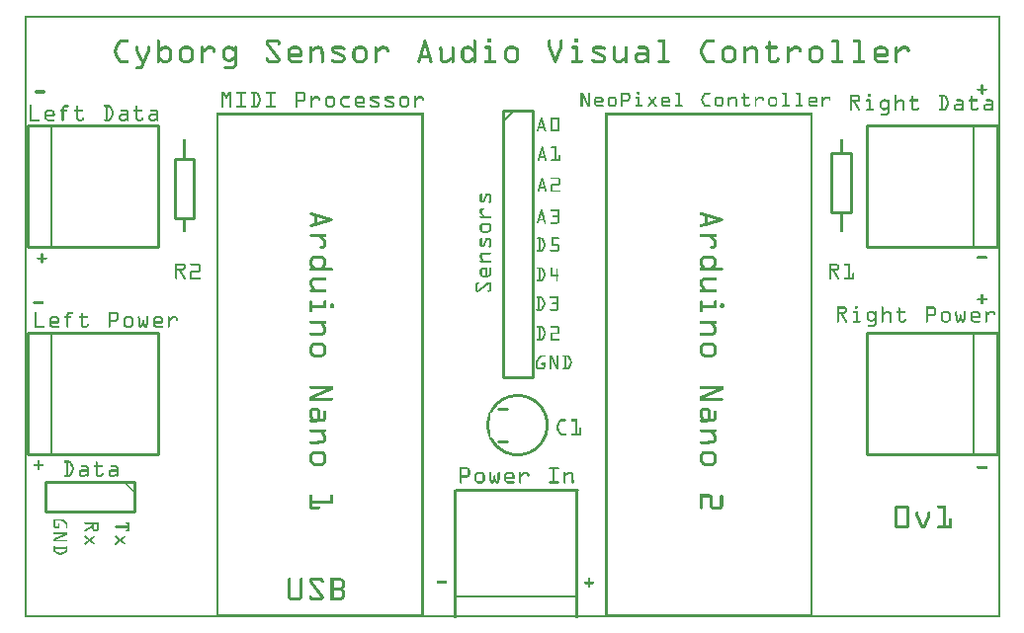
<source format=gto>
G04 MADE WITH FRITZING*
G04 WWW.FRITZING.ORG*
G04 DOUBLE SIDED*
G04 HOLES PLATED*
G04 CONTOUR ON CENTER OF CONTOUR VECTOR*
%ASAXBY*%
%FSLAX23Y23*%
%MOIN*%
%OFA0B0*%
%SFA1.0B1.0*%
%ADD10C,0.010000*%
%ADD11C,0.005000*%
%ADD12C,0.011000*%
%ADD13R,0.001000X0.001000*%
%LNSILK1*%
G90*
G70*
G54D10*
X451Y552D02*
X451Y962D01*
D02*
X451Y962D02*
X11Y962D01*
D02*
X11Y962D02*
X11Y552D01*
D02*
X11Y552D02*
X451Y552D01*
G54D11*
D02*
X91Y962D02*
X91Y552D01*
G54D10*
D02*
X2722Y1367D02*
X2722Y1567D01*
D02*
X2722Y1567D02*
X2788Y1567D01*
D02*
X2788Y1567D02*
X2788Y1367D01*
D02*
X2788Y1367D02*
X2722Y1367D01*
D02*
X572Y1548D02*
X572Y1348D01*
D02*
X572Y1348D02*
X506Y1348D01*
D02*
X506Y1348D02*
X506Y1548D01*
D02*
X506Y1548D02*
X572Y1548D01*
D02*
X2841Y962D02*
X2841Y552D01*
D02*
X2841Y552D02*
X3281Y552D01*
D02*
X3281Y552D02*
X3281Y962D01*
D02*
X3281Y962D02*
X2841Y962D01*
G54D11*
D02*
X3201Y552D02*
X3201Y962D01*
G54D10*
D02*
X451Y1252D02*
X451Y1662D01*
D02*
X451Y1662D02*
X11Y1662D01*
D02*
X11Y1662D02*
X11Y1252D01*
D02*
X11Y1252D02*
X451Y1252D01*
G54D11*
D02*
X91Y1662D02*
X91Y1252D01*
G54D10*
D02*
X2841Y1662D02*
X2841Y1252D01*
D02*
X2841Y1252D02*
X3281Y1252D01*
D02*
X3281Y1252D02*
X3281Y1662D01*
D02*
X3281Y1662D02*
X2841Y1662D01*
G54D11*
D02*
X3201Y1252D02*
X3201Y1662D01*
G54D10*
D02*
X1864Y432D02*
X1454Y432D01*
G54D11*
D02*
X1454Y72D02*
X1864Y72D01*
G54D10*
D02*
X1614Y1710D02*
X1614Y810D01*
D02*
X1614Y810D02*
X1714Y810D01*
D02*
X1714Y810D02*
X1714Y1710D01*
D02*
X1714Y1710D02*
X1614Y1710D01*
G54D11*
D02*
X1614Y1675D02*
X1649Y1710D01*
G54D10*
D02*
X371Y457D02*
X71Y457D01*
D02*
X71Y457D02*
X71Y357D01*
D02*
X71Y357D02*
X371Y357D01*
D02*
X371Y357D02*
X371Y457D01*
G54D12*
X1598Y704D02*
X1628Y704D01*
D02*
X1598Y594D02*
X1628Y594D01*
D02*
G54D13*
X0Y2032D02*
X3290Y2032D01*
X0Y2031D02*
X3290Y2031D01*
X0Y2030D02*
X3290Y2030D01*
X0Y2029D02*
X3290Y2029D01*
X0Y2028D02*
X3290Y2028D01*
X0Y2027D02*
X3290Y2027D01*
X0Y2026D02*
X3290Y2026D01*
X0Y2025D02*
X3290Y2025D01*
X0Y2024D02*
X7Y2024D01*
X3283Y2024D02*
X3290Y2024D01*
X0Y2023D02*
X7Y2023D01*
X3283Y2023D02*
X3290Y2023D01*
X0Y2022D02*
X7Y2022D01*
X3283Y2022D02*
X3290Y2022D01*
X0Y2021D02*
X7Y2021D01*
X3283Y2021D02*
X3290Y2021D01*
X0Y2020D02*
X7Y2020D01*
X3283Y2020D02*
X3290Y2020D01*
X0Y2019D02*
X7Y2019D01*
X3283Y2019D02*
X3290Y2019D01*
X0Y2018D02*
X7Y2018D01*
X3283Y2018D02*
X3290Y2018D01*
X0Y2017D02*
X7Y2017D01*
X3283Y2017D02*
X3290Y2017D01*
X0Y2016D02*
X7Y2016D01*
X3283Y2016D02*
X3290Y2016D01*
X0Y2015D02*
X7Y2015D01*
X3283Y2015D02*
X3290Y2015D01*
X0Y2014D02*
X7Y2014D01*
X3283Y2014D02*
X3290Y2014D01*
X0Y2013D02*
X7Y2013D01*
X3283Y2013D02*
X3290Y2013D01*
X0Y2012D02*
X7Y2012D01*
X3283Y2012D02*
X3290Y2012D01*
X0Y2011D02*
X7Y2011D01*
X3283Y2011D02*
X3290Y2011D01*
X0Y2010D02*
X7Y2010D01*
X3283Y2010D02*
X3290Y2010D01*
X0Y2009D02*
X7Y2009D01*
X3283Y2009D02*
X3290Y2009D01*
X0Y2008D02*
X7Y2008D01*
X3283Y2008D02*
X3290Y2008D01*
X0Y2007D02*
X7Y2007D01*
X3283Y2007D02*
X3290Y2007D01*
X0Y2006D02*
X7Y2006D01*
X3283Y2006D02*
X3290Y2006D01*
X0Y2005D02*
X7Y2005D01*
X3283Y2005D02*
X3290Y2005D01*
X0Y2004D02*
X7Y2004D01*
X3283Y2004D02*
X3290Y2004D01*
X0Y2003D02*
X7Y2003D01*
X3283Y2003D02*
X3290Y2003D01*
X0Y2002D02*
X7Y2002D01*
X3283Y2002D02*
X3290Y2002D01*
X0Y2001D02*
X7Y2001D01*
X3283Y2001D02*
X3290Y2001D01*
X0Y2000D02*
X7Y2000D01*
X3283Y2000D02*
X3290Y2000D01*
X0Y1999D02*
X7Y1999D01*
X3283Y1999D02*
X3290Y1999D01*
X0Y1998D02*
X7Y1998D01*
X3283Y1998D02*
X3290Y1998D01*
X0Y1997D02*
X7Y1997D01*
X3283Y1997D02*
X3290Y1997D01*
X0Y1996D02*
X7Y1996D01*
X3283Y1996D02*
X3290Y1996D01*
X0Y1995D02*
X7Y1995D01*
X3283Y1995D02*
X3290Y1995D01*
X0Y1994D02*
X7Y1994D01*
X3283Y1994D02*
X3290Y1994D01*
X0Y1993D02*
X7Y1993D01*
X3283Y1993D02*
X3290Y1993D01*
X0Y1992D02*
X7Y1992D01*
X3283Y1992D02*
X3290Y1992D01*
X0Y1991D02*
X7Y1991D01*
X3283Y1991D02*
X3290Y1991D01*
X0Y1990D02*
X7Y1990D01*
X3283Y1990D02*
X3290Y1990D01*
X0Y1989D02*
X7Y1989D01*
X3283Y1989D02*
X3290Y1989D01*
X0Y1988D02*
X7Y1988D01*
X3283Y1988D02*
X3290Y1988D01*
X0Y1987D02*
X7Y1987D01*
X3283Y1987D02*
X3290Y1987D01*
X0Y1986D02*
X7Y1986D01*
X3283Y1986D02*
X3290Y1986D01*
X0Y1985D02*
X7Y1985D01*
X3283Y1985D02*
X3290Y1985D01*
X0Y1984D02*
X7Y1984D01*
X3283Y1984D02*
X3290Y1984D01*
X0Y1983D02*
X7Y1983D01*
X3283Y1983D02*
X3290Y1983D01*
X0Y1982D02*
X7Y1982D01*
X3283Y1982D02*
X3290Y1982D01*
X0Y1981D02*
X7Y1981D01*
X3283Y1981D02*
X3290Y1981D01*
X0Y1980D02*
X7Y1980D01*
X3283Y1980D02*
X3290Y1980D01*
X0Y1979D02*
X7Y1979D01*
X3283Y1979D02*
X3290Y1979D01*
X0Y1978D02*
X7Y1978D01*
X3283Y1978D02*
X3290Y1978D01*
X0Y1977D02*
X7Y1977D01*
X3283Y1977D02*
X3290Y1977D01*
X0Y1976D02*
X7Y1976D01*
X3283Y1976D02*
X3290Y1976D01*
X0Y1975D02*
X7Y1975D01*
X3283Y1975D02*
X3290Y1975D01*
X0Y1974D02*
X7Y1974D01*
X3283Y1974D02*
X3290Y1974D01*
X0Y1973D02*
X7Y1973D01*
X3283Y1973D02*
X3290Y1973D01*
X0Y1972D02*
X7Y1972D01*
X3283Y1972D02*
X3290Y1972D01*
X0Y1971D02*
X7Y1971D01*
X3283Y1971D02*
X3290Y1971D01*
X0Y1970D02*
X7Y1970D01*
X3283Y1970D02*
X3290Y1970D01*
X0Y1969D02*
X7Y1969D01*
X3283Y1969D02*
X3290Y1969D01*
X0Y1968D02*
X7Y1968D01*
X3283Y1968D02*
X3290Y1968D01*
X0Y1967D02*
X7Y1967D01*
X3283Y1967D02*
X3290Y1967D01*
X0Y1966D02*
X7Y1966D01*
X3283Y1966D02*
X3290Y1966D01*
X0Y1965D02*
X7Y1965D01*
X3283Y1965D02*
X3290Y1965D01*
X0Y1964D02*
X7Y1964D01*
X3283Y1964D02*
X3290Y1964D01*
X0Y1963D02*
X7Y1963D01*
X3283Y1963D02*
X3290Y1963D01*
X0Y1962D02*
X7Y1962D01*
X3283Y1962D02*
X3290Y1962D01*
X0Y1961D02*
X7Y1961D01*
X3283Y1961D02*
X3290Y1961D01*
X0Y1960D02*
X7Y1960D01*
X3283Y1960D02*
X3290Y1960D01*
X0Y1959D02*
X7Y1959D01*
X3283Y1959D02*
X3290Y1959D01*
X0Y1958D02*
X7Y1958D01*
X3283Y1958D02*
X3290Y1958D01*
X0Y1957D02*
X7Y1957D01*
X3283Y1957D02*
X3290Y1957D01*
X0Y1956D02*
X7Y1956D01*
X3283Y1956D02*
X3290Y1956D01*
X0Y1955D02*
X7Y1955D01*
X3283Y1955D02*
X3290Y1955D01*
X0Y1954D02*
X7Y1954D01*
X1563Y1954D02*
X1573Y1954D01*
X1856Y1954D02*
X1865Y1954D01*
X3283Y1954D02*
X3290Y1954D01*
X0Y1953D02*
X7Y1953D01*
X1562Y1953D02*
X1574Y1953D01*
X1855Y1953D02*
X1866Y1953D01*
X3283Y1953D02*
X3290Y1953D01*
X0Y1952D02*
X7Y1952D01*
X1561Y1952D02*
X1574Y1952D01*
X1854Y1952D02*
X1867Y1952D01*
X3283Y1952D02*
X3290Y1952D01*
X0Y1951D02*
X7Y1951D01*
X1561Y1951D02*
X1575Y1951D01*
X1854Y1951D02*
X1867Y1951D01*
X3283Y1951D02*
X3290Y1951D01*
X0Y1950D02*
X7Y1950D01*
X323Y1950D02*
X348Y1950D01*
X450Y1950D02*
X454Y1950D01*
X821Y1950D02*
X853Y1950D01*
X1349Y1950D02*
X1353Y1950D01*
X1515Y1950D02*
X1519Y1950D01*
X1561Y1950D02*
X1575Y1950D01*
X1768Y1950D02*
X1772Y1950D01*
X1808Y1950D02*
X1812Y1950D01*
X1853Y1950D02*
X1868Y1950D01*
X2139Y1950D02*
X2158Y1950D01*
X2299Y1950D02*
X2324Y1950D01*
X2724Y1950D02*
X2743Y1950D01*
X2798Y1950D02*
X2816Y1950D01*
X3283Y1950D02*
X3290Y1950D01*
X0Y1949D02*
X7Y1949D01*
X321Y1949D02*
X349Y1949D01*
X449Y1949D02*
X455Y1949D01*
X819Y1949D02*
X856Y1949D01*
X1348Y1949D02*
X1354Y1949D01*
X1514Y1949D02*
X1520Y1949D01*
X1561Y1949D02*
X1575Y1949D01*
X1767Y1949D02*
X1773Y1949D01*
X1807Y1949D02*
X1813Y1949D01*
X1853Y1949D02*
X1868Y1949D01*
X2138Y1949D02*
X2159Y1949D01*
X2297Y1949D02*
X2326Y1949D01*
X2723Y1949D02*
X2744Y1949D01*
X2796Y1949D02*
X2818Y1949D01*
X3283Y1949D02*
X3290Y1949D01*
X0Y1948D02*
X7Y1948D01*
X319Y1948D02*
X350Y1948D01*
X448Y1948D02*
X456Y1948D01*
X818Y1948D02*
X857Y1948D01*
X1347Y1948D02*
X1355Y1948D01*
X1513Y1948D02*
X1521Y1948D01*
X1561Y1948D02*
X1575Y1948D01*
X1766Y1948D02*
X1774Y1948D01*
X1806Y1948D02*
X1814Y1948D01*
X1853Y1948D02*
X1868Y1948D01*
X2137Y1948D02*
X2160Y1948D01*
X2295Y1948D02*
X2326Y1948D01*
X2722Y1948D02*
X2745Y1948D01*
X2795Y1948D02*
X2818Y1948D01*
X3283Y1948D02*
X3290Y1948D01*
X0Y1947D02*
X7Y1947D01*
X318Y1947D02*
X351Y1947D01*
X448Y1947D02*
X457Y1947D01*
X817Y1947D02*
X859Y1947D01*
X1346Y1947D02*
X1355Y1947D01*
X1513Y1947D02*
X1522Y1947D01*
X1561Y1947D02*
X1575Y1947D01*
X1765Y1947D02*
X1774Y1947D01*
X1806Y1947D02*
X1814Y1947D01*
X1853Y1947D02*
X1868Y1947D01*
X2136Y1947D02*
X2160Y1947D01*
X2294Y1947D02*
X2327Y1947D01*
X2722Y1947D02*
X2746Y1947D01*
X2795Y1947D02*
X2819Y1947D01*
X3283Y1947D02*
X3290Y1947D01*
X0Y1946D02*
X7Y1946D01*
X317Y1946D02*
X351Y1946D01*
X448Y1946D02*
X457Y1946D01*
X816Y1946D02*
X860Y1946D01*
X1346Y1946D02*
X1355Y1946D01*
X1513Y1946D02*
X1522Y1946D01*
X1561Y1946D02*
X1575Y1946D01*
X1765Y1946D02*
X1774Y1946D01*
X1806Y1946D02*
X1815Y1946D01*
X1853Y1946D02*
X1868Y1946D01*
X2136Y1946D02*
X2160Y1946D01*
X2293Y1946D02*
X2327Y1946D01*
X2510Y1946D02*
X2513Y1946D01*
X2722Y1946D02*
X2746Y1946D01*
X2795Y1946D02*
X2819Y1946D01*
X3283Y1946D02*
X3290Y1946D01*
X0Y1945D02*
X7Y1945D01*
X316Y1945D02*
X351Y1945D01*
X448Y1945D02*
X457Y1945D01*
X815Y1945D02*
X860Y1945D01*
X1346Y1945D02*
X1356Y1945D01*
X1513Y1945D02*
X1522Y1945D01*
X1561Y1945D02*
X1575Y1945D01*
X1765Y1945D02*
X1774Y1945D01*
X1805Y1945D02*
X1815Y1945D01*
X1853Y1945D02*
X1868Y1945D01*
X2136Y1945D02*
X2160Y1945D01*
X2292Y1945D02*
X2327Y1945D01*
X2509Y1945D02*
X2515Y1945D01*
X2722Y1945D02*
X2746Y1945D01*
X2795Y1945D02*
X2819Y1945D01*
X3283Y1945D02*
X3290Y1945D01*
X0Y1944D02*
X7Y1944D01*
X315Y1944D02*
X351Y1944D01*
X448Y1944D02*
X457Y1944D01*
X815Y1944D02*
X861Y1944D01*
X1345Y1944D02*
X1356Y1944D01*
X1513Y1944D02*
X1522Y1944D01*
X1561Y1944D02*
X1575Y1944D01*
X1765Y1944D02*
X1774Y1944D01*
X1805Y1944D02*
X1815Y1944D01*
X1854Y1944D02*
X1867Y1944D01*
X2136Y1944D02*
X2160Y1944D01*
X2291Y1944D02*
X2327Y1944D01*
X2508Y1944D02*
X2515Y1944D01*
X2722Y1944D02*
X2746Y1944D01*
X2795Y1944D02*
X2819Y1944D01*
X3283Y1944D02*
X3290Y1944D01*
X0Y1943D02*
X7Y1943D01*
X314Y1943D02*
X350Y1943D01*
X448Y1943D02*
X457Y1943D01*
X814Y1943D02*
X862Y1943D01*
X1345Y1943D02*
X1356Y1943D01*
X1513Y1943D02*
X1522Y1943D01*
X1561Y1943D02*
X1574Y1943D01*
X1765Y1943D02*
X1774Y1943D01*
X1805Y1943D02*
X1815Y1943D01*
X1854Y1943D02*
X1867Y1943D01*
X2137Y1943D02*
X2160Y1943D01*
X2291Y1943D02*
X2326Y1943D01*
X2507Y1943D02*
X2516Y1943D01*
X2722Y1943D02*
X2746Y1943D01*
X2796Y1943D02*
X2819Y1943D01*
X3283Y1943D02*
X3290Y1943D01*
X0Y1942D02*
X7Y1942D01*
X314Y1942D02*
X349Y1942D01*
X448Y1942D02*
X457Y1942D01*
X814Y1942D02*
X862Y1942D01*
X1345Y1942D02*
X1357Y1942D01*
X1513Y1942D02*
X1522Y1942D01*
X1562Y1942D02*
X1573Y1942D01*
X1765Y1942D02*
X1774Y1942D01*
X1805Y1942D02*
X1815Y1942D01*
X1855Y1942D02*
X1866Y1942D01*
X2138Y1942D02*
X2160Y1942D01*
X2290Y1942D02*
X2326Y1942D01*
X2507Y1942D02*
X2516Y1942D01*
X2723Y1942D02*
X2746Y1942D01*
X2796Y1942D02*
X2819Y1942D01*
X3283Y1942D02*
X3290Y1942D01*
X0Y1941D02*
X7Y1941D01*
X313Y1941D02*
X348Y1941D01*
X448Y1941D02*
X457Y1941D01*
X814Y1941D02*
X863Y1941D01*
X1345Y1941D02*
X1357Y1941D01*
X1513Y1941D02*
X1522Y1941D01*
X1563Y1941D02*
X1572Y1941D01*
X1765Y1941D02*
X1774Y1941D01*
X1805Y1941D02*
X1815Y1941D01*
X1856Y1941D02*
X1865Y1941D01*
X2139Y1941D02*
X2160Y1941D01*
X2290Y1941D02*
X2324Y1941D01*
X2507Y1941D02*
X2516Y1941D01*
X2724Y1941D02*
X2746Y1941D01*
X2798Y1941D02*
X2819Y1941D01*
X3283Y1941D02*
X3290Y1941D01*
X0Y1940D02*
X7Y1940D01*
X313Y1940D02*
X325Y1940D01*
X448Y1940D02*
X457Y1940D01*
X814Y1940D02*
X823Y1940D01*
X852Y1940D02*
X863Y1940D01*
X1344Y1940D02*
X1357Y1940D01*
X1513Y1940D02*
X1522Y1940D01*
X1765Y1940D02*
X1774Y1940D01*
X1805Y1940D02*
X1815Y1940D01*
X2151Y1940D02*
X2160Y1940D01*
X2289Y1940D02*
X2301Y1940D01*
X2507Y1940D02*
X2516Y1940D01*
X2737Y1940D02*
X2746Y1940D01*
X2810Y1940D02*
X2819Y1940D01*
X3283Y1940D02*
X3290Y1940D01*
X0Y1939D02*
X7Y1939D01*
X312Y1939D02*
X323Y1939D01*
X448Y1939D02*
X457Y1939D01*
X814Y1939D02*
X823Y1939D01*
X853Y1939D02*
X863Y1939D01*
X1344Y1939D02*
X1358Y1939D01*
X1513Y1939D02*
X1522Y1939D01*
X1765Y1939D02*
X1774Y1939D01*
X1805Y1939D02*
X1815Y1939D01*
X2151Y1939D02*
X2160Y1939D01*
X2289Y1939D02*
X2300Y1939D01*
X2507Y1939D02*
X2516Y1939D01*
X2737Y1939D02*
X2746Y1939D01*
X2810Y1939D02*
X2819Y1939D01*
X3283Y1939D02*
X3290Y1939D01*
X0Y1938D02*
X7Y1938D01*
X312Y1938D02*
X323Y1938D01*
X448Y1938D02*
X457Y1938D01*
X814Y1938D02*
X823Y1938D01*
X854Y1938D02*
X863Y1938D01*
X1344Y1938D02*
X1358Y1938D01*
X1513Y1938D02*
X1522Y1938D01*
X1765Y1938D02*
X1774Y1938D01*
X1805Y1938D02*
X1815Y1938D01*
X2151Y1938D02*
X2160Y1938D01*
X2288Y1938D02*
X2299Y1938D01*
X2507Y1938D02*
X2516Y1938D01*
X2737Y1938D02*
X2746Y1938D01*
X2810Y1938D02*
X2819Y1938D01*
X3283Y1938D02*
X3290Y1938D01*
X0Y1937D02*
X7Y1937D01*
X311Y1937D02*
X322Y1937D01*
X448Y1937D02*
X457Y1937D01*
X814Y1937D02*
X824Y1937D01*
X854Y1937D02*
X863Y1937D01*
X1343Y1937D02*
X1358Y1937D01*
X1513Y1937D02*
X1522Y1937D01*
X1765Y1937D02*
X1774Y1937D01*
X1805Y1937D02*
X1815Y1937D01*
X2151Y1937D02*
X2160Y1937D01*
X2288Y1937D02*
X2298Y1937D01*
X2507Y1937D02*
X2516Y1937D01*
X2737Y1937D02*
X2746Y1937D01*
X2810Y1937D02*
X2819Y1937D01*
X3283Y1937D02*
X3290Y1937D01*
X0Y1936D02*
X7Y1936D01*
X311Y1936D02*
X322Y1936D01*
X448Y1936D02*
X457Y1936D01*
X814Y1936D02*
X825Y1936D01*
X854Y1936D02*
X863Y1936D01*
X1343Y1936D02*
X1358Y1936D01*
X1513Y1936D02*
X1522Y1936D01*
X1765Y1936D02*
X1774Y1936D01*
X1805Y1936D02*
X1815Y1936D01*
X2151Y1936D02*
X2160Y1936D01*
X2287Y1936D02*
X2298Y1936D01*
X2507Y1936D02*
X2516Y1936D01*
X2737Y1936D02*
X2746Y1936D01*
X2810Y1936D02*
X2819Y1936D01*
X3283Y1936D02*
X3290Y1936D01*
X0Y1935D02*
X7Y1935D01*
X310Y1935D02*
X321Y1935D01*
X448Y1935D02*
X457Y1935D01*
X814Y1935D02*
X826Y1935D01*
X854Y1935D02*
X863Y1935D01*
X1343Y1935D02*
X1359Y1935D01*
X1513Y1935D02*
X1522Y1935D01*
X1765Y1935D02*
X1774Y1935D01*
X1805Y1935D02*
X1815Y1935D01*
X2151Y1935D02*
X2160Y1935D01*
X2287Y1935D02*
X2297Y1935D01*
X2507Y1935D02*
X2516Y1935D01*
X2737Y1935D02*
X2746Y1935D01*
X2810Y1935D02*
X2819Y1935D01*
X3283Y1935D02*
X3290Y1935D01*
X0Y1934D02*
X7Y1934D01*
X310Y1934D02*
X321Y1934D01*
X448Y1934D02*
X457Y1934D01*
X815Y1934D02*
X827Y1934D01*
X855Y1934D02*
X862Y1934D01*
X1342Y1934D02*
X1359Y1934D01*
X1513Y1934D02*
X1522Y1934D01*
X1765Y1934D02*
X1774Y1934D01*
X1805Y1934D02*
X1815Y1934D01*
X2151Y1934D02*
X2160Y1934D01*
X2286Y1934D02*
X2297Y1934D01*
X2507Y1934D02*
X2516Y1934D01*
X2737Y1934D02*
X2746Y1934D01*
X2810Y1934D02*
X2819Y1934D01*
X3283Y1934D02*
X3290Y1934D01*
X0Y1933D02*
X7Y1933D01*
X309Y1933D02*
X320Y1933D01*
X448Y1933D02*
X457Y1933D01*
X815Y1933D02*
X827Y1933D01*
X856Y1933D02*
X861Y1933D01*
X1342Y1933D02*
X1359Y1933D01*
X1513Y1933D02*
X1522Y1933D01*
X1765Y1933D02*
X1774Y1933D01*
X1805Y1933D02*
X1815Y1933D01*
X2151Y1933D02*
X2160Y1933D01*
X2286Y1933D02*
X2296Y1933D01*
X2507Y1933D02*
X2516Y1933D01*
X2737Y1933D02*
X2746Y1933D01*
X2810Y1933D02*
X2819Y1933D01*
X3283Y1933D02*
X3290Y1933D01*
X0Y1932D02*
X7Y1932D01*
X309Y1932D02*
X320Y1932D01*
X448Y1932D02*
X457Y1932D01*
X816Y1932D02*
X828Y1932D01*
X858Y1932D02*
X859Y1932D01*
X1342Y1932D02*
X1360Y1932D01*
X1513Y1932D02*
X1522Y1932D01*
X1765Y1932D02*
X1774Y1932D01*
X1805Y1932D02*
X1815Y1932D01*
X2151Y1932D02*
X2160Y1932D01*
X2285Y1932D02*
X2296Y1932D01*
X2507Y1932D02*
X2516Y1932D01*
X2737Y1932D02*
X2746Y1932D01*
X2810Y1932D02*
X2819Y1932D01*
X3283Y1932D02*
X3290Y1932D01*
X0Y1931D02*
X7Y1931D01*
X308Y1931D02*
X319Y1931D01*
X448Y1931D02*
X457Y1931D01*
X817Y1931D02*
X829Y1931D01*
X1342Y1931D02*
X1360Y1931D01*
X1513Y1931D02*
X1522Y1931D01*
X1765Y1931D02*
X1774Y1931D01*
X1805Y1931D02*
X1815Y1931D01*
X2151Y1931D02*
X2160Y1931D01*
X2285Y1931D02*
X2295Y1931D01*
X2507Y1931D02*
X2516Y1931D01*
X2737Y1931D02*
X2746Y1931D01*
X2810Y1931D02*
X2819Y1931D01*
X3283Y1931D02*
X3290Y1931D01*
X0Y1930D02*
X7Y1930D01*
X308Y1930D02*
X319Y1930D01*
X448Y1930D02*
X457Y1930D01*
X817Y1930D02*
X830Y1930D01*
X1341Y1930D02*
X1360Y1930D01*
X1513Y1930D02*
X1522Y1930D01*
X1765Y1930D02*
X1774Y1930D01*
X1805Y1930D02*
X1815Y1930D01*
X2151Y1930D02*
X2160Y1930D01*
X2284Y1930D02*
X2295Y1930D01*
X2507Y1930D02*
X2516Y1930D01*
X2737Y1930D02*
X2746Y1930D01*
X2810Y1930D02*
X2819Y1930D01*
X3283Y1930D02*
X3290Y1930D01*
X0Y1929D02*
X7Y1929D01*
X307Y1929D02*
X318Y1929D01*
X379Y1929D02*
X379Y1929D01*
X419Y1929D02*
X419Y1929D01*
X448Y1929D02*
X457Y1929D01*
X471Y1929D02*
X480Y1929D01*
X539Y1929D02*
X553Y1929D01*
X599Y1929D02*
X599Y1929D01*
X619Y1929D02*
X629Y1929D01*
X685Y1929D02*
X694Y1929D01*
X712Y1929D02*
X712Y1929D01*
X818Y1929D02*
X830Y1929D01*
X904Y1929D02*
X919Y1929D01*
X965Y1929D02*
X965Y1929D01*
X987Y1929D02*
X994Y1929D01*
X1046Y1929D02*
X1070Y1929D01*
X1124Y1929D02*
X1139Y1929D01*
X1184Y1929D02*
X1184Y1929D01*
X1204Y1929D02*
X1215Y1929D01*
X1341Y1929D02*
X1360Y1929D01*
X1404Y1929D02*
X1404Y1929D01*
X1444Y1929D02*
X1444Y1929D01*
X1490Y1929D02*
X1499Y1929D01*
X1513Y1929D02*
X1522Y1929D01*
X1555Y1929D02*
X1570Y1929D01*
X1636Y1929D02*
X1651Y1929D01*
X1765Y1929D02*
X1774Y1929D01*
X1805Y1929D02*
X1815Y1929D01*
X1848Y1929D02*
X1863Y1929D01*
X1925Y1929D02*
X1948Y1929D01*
X1989Y1929D02*
X1989Y1929D01*
X2030Y1929D02*
X2030Y1929D01*
X2072Y1929D02*
X2092Y1929D01*
X2151Y1929D02*
X2160Y1929D01*
X2284Y1929D02*
X2294Y1929D01*
X2368Y1929D02*
X2383Y1929D01*
X2428Y1929D02*
X2428Y1929D01*
X2451Y1929D02*
X2458Y1929D01*
X2502Y1929D02*
X2537Y1929D01*
X2575Y1929D02*
X2575Y1929D01*
X2595Y1929D02*
X2606Y1929D01*
X2661Y1929D02*
X2676Y1929D01*
X2737Y1929D02*
X2746Y1929D01*
X2810Y1929D02*
X2819Y1929D01*
X2881Y1929D02*
X2895Y1929D01*
X2941Y1929D02*
X2941Y1929D01*
X2961Y1929D02*
X2972Y1929D01*
X3283Y1929D02*
X3290Y1929D01*
X0Y1928D02*
X7Y1928D01*
X307Y1928D02*
X318Y1928D01*
X377Y1928D02*
X382Y1928D01*
X417Y1928D02*
X422Y1928D01*
X448Y1928D02*
X457Y1928D01*
X466Y1928D02*
X484Y1928D01*
X534Y1928D02*
X557Y1928D01*
X596Y1928D02*
X601Y1928D01*
X616Y1928D02*
X634Y1928D01*
X680Y1928D02*
X698Y1928D01*
X710Y1928D02*
X715Y1928D01*
X819Y1928D02*
X831Y1928D01*
X900Y1928D02*
X923Y1928D01*
X962Y1928D02*
X967Y1928D01*
X983Y1928D02*
X999Y1928D01*
X1042Y1928D02*
X1074Y1928D01*
X1120Y1928D02*
X1143Y1928D01*
X1182Y1928D02*
X1187Y1928D01*
X1202Y1928D02*
X1220Y1928D01*
X1341Y1928D02*
X1361Y1928D01*
X1401Y1928D02*
X1406Y1928D01*
X1442Y1928D02*
X1447Y1928D01*
X1486Y1928D02*
X1504Y1928D01*
X1513Y1928D02*
X1522Y1928D01*
X1553Y1928D02*
X1573Y1928D01*
X1632Y1928D02*
X1655Y1928D01*
X1765Y1928D02*
X1775Y1928D01*
X1805Y1928D02*
X1815Y1928D01*
X1845Y1928D02*
X1866Y1928D01*
X1920Y1928D02*
X1952Y1928D01*
X1987Y1928D02*
X1992Y1928D01*
X2027Y1928D02*
X2032Y1928D01*
X2070Y1928D02*
X2097Y1928D01*
X2151Y1928D02*
X2160Y1928D01*
X2283Y1928D02*
X2294Y1928D01*
X2364Y1928D02*
X2387Y1928D01*
X2426Y1928D02*
X2431Y1928D01*
X2447Y1928D02*
X2463Y1928D01*
X2499Y1928D02*
X2539Y1928D01*
X2572Y1928D02*
X2577Y1928D01*
X2592Y1928D02*
X2610Y1928D01*
X2657Y1928D02*
X2680Y1928D01*
X2737Y1928D02*
X2746Y1928D01*
X2810Y1928D02*
X2819Y1928D01*
X2876Y1928D02*
X2899Y1928D01*
X2938Y1928D02*
X2943Y1928D01*
X2958Y1928D02*
X2976Y1928D01*
X3283Y1928D02*
X3290Y1928D01*
X0Y1927D02*
X7Y1927D01*
X306Y1927D02*
X317Y1927D01*
X376Y1927D02*
X383Y1927D01*
X416Y1927D02*
X423Y1927D01*
X448Y1927D02*
X457Y1927D01*
X464Y1927D02*
X486Y1927D01*
X532Y1927D02*
X559Y1927D01*
X595Y1927D02*
X602Y1927D01*
X615Y1927D02*
X636Y1927D01*
X678Y1927D02*
X700Y1927D01*
X709Y1927D02*
X716Y1927D01*
X820Y1927D02*
X832Y1927D01*
X898Y1927D02*
X925Y1927D01*
X961Y1927D02*
X968Y1927D01*
X981Y1927D02*
X1001Y1927D01*
X1040Y1927D02*
X1076Y1927D01*
X1118Y1927D02*
X1145Y1927D01*
X1181Y1927D02*
X1188Y1927D01*
X1200Y1927D02*
X1222Y1927D01*
X1340Y1927D02*
X1361Y1927D01*
X1400Y1927D02*
X1407Y1927D01*
X1441Y1927D02*
X1448Y1927D01*
X1484Y1927D02*
X1505Y1927D01*
X1513Y1927D02*
X1522Y1927D01*
X1552Y1927D02*
X1574Y1927D01*
X1630Y1927D02*
X1657Y1927D01*
X1765Y1927D02*
X1775Y1927D01*
X1805Y1927D02*
X1815Y1927D01*
X1844Y1927D02*
X1867Y1927D01*
X1919Y1927D02*
X1954Y1927D01*
X1986Y1927D02*
X1993Y1927D01*
X2026Y1927D02*
X2033Y1927D01*
X2069Y1927D02*
X2099Y1927D01*
X2151Y1927D02*
X2160Y1927D01*
X2283Y1927D02*
X2293Y1927D01*
X2362Y1927D02*
X2389Y1927D01*
X2425Y1927D02*
X2432Y1927D01*
X2444Y1927D02*
X2465Y1927D01*
X2498Y1927D02*
X2540Y1927D01*
X2571Y1927D02*
X2578Y1927D01*
X2591Y1927D02*
X2612Y1927D01*
X2655Y1927D02*
X2682Y1927D01*
X2737Y1927D02*
X2746Y1927D01*
X2810Y1927D02*
X2819Y1927D01*
X2874Y1927D02*
X2901Y1927D01*
X2937Y1927D02*
X2944Y1927D01*
X2957Y1927D02*
X2978Y1927D01*
X3283Y1927D02*
X3290Y1927D01*
X0Y1926D02*
X7Y1926D01*
X306Y1926D02*
X317Y1926D01*
X375Y1926D02*
X383Y1926D01*
X415Y1926D02*
X424Y1926D01*
X448Y1926D02*
X457Y1926D01*
X462Y1926D02*
X487Y1926D01*
X531Y1926D02*
X561Y1926D01*
X595Y1926D02*
X603Y1926D01*
X614Y1926D02*
X637Y1926D01*
X677Y1926D02*
X702Y1926D01*
X708Y1926D02*
X716Y1926D01*
X821Y1926D02*
X833Y1926D01*
X897Y1926D02*
X927Y1926D01*
X960Y1926D02*
X969Y1926D01*
X979Y1926D02*
X1002Y1926D01*
X1039Y1926D02*
X1077Y1926D01*
X1116Y1926D02*
X1146Y1926D01*
X1180Y1926D02*
X1188Y1926D01*
X1199Y1926D02*
X1223Y1926D01*
X1340Y1926D02*
X1350Y1926D01*
X1352Y1926D02*
X1361Y1926D01*
X1400Y1926D02*
X1408Y1926D01*
X1440Y1926D02*
X1448Y1926D01*
X1482Y1926D02*
X1507Y1926D01*
X1513Y1926D02*
X1522Y1926D01*
X1551Y1926D02*
X1574Y1926D01*
X1629Y1926D02*
X1658Y1926D01*
X1766Y1926D02*
X1776Y1926D01*
X1804Y1926D02*
X1814Y1926D01*
X1844Y1926D02*
X1867Y1926D01*
X1917Y1926D02*
X1956Y1926D01*
X1985Y1926D02*
X1993Y1926D01*
X2026Y1926D02*
X2034Y1926D01*
X2068Y1926D02*
X2100Y1926D01*
X2151Y1926D02*
X2160Y1926D01*
X2282Y1926D02*
X2293Y1926D01*
X2360Y1926D02*
X2390Y1926D01*
X2424Y1926D02*
X2433Y1926D01*
X2443Y1926D02*
X2466Y1926D01*
X2497Y1926D02*
X2541Y1926D01*
X2571Y1926D02*
X2579Y1926D01*
X2590Y1926D02*
X2614Y1926D01*
X2653Y1926D02*
X2683Y1926D01*
X2737Y1926D02*
X2746Y1926D01*
X2810Y1926D02*
X2819Y1926D01*
X2873Y1926D02*
X2903Y1926D01*
X2937Y1926D02*
X2945Y1926D01*
X2956Y1926D02*
X2980Y1926D01*
X3283Y1926D02*
X3290Y1926D01*
X0Y1925D02*
X7Y1925D01*
X305Y1925D02*
X316Y1925D01*
X375Y1925D02*
X384Y1925D01*
X415Y1925D02*
X424Y1925D01*
X448Y1925D02*
X457Y1925D01*
X461Y1925D02*
X489Y1925D01*
X529Y1925D02*
X562Y1925D01*
X594Y1925D02*
X603Y1925D01*
X613Y1925D02*
X639Y1925D01*
X676Y1925D02*
X703Y1925D01*
X708Y1925D02*
X717Y1925D01*
X821Y1925D02*
X834Y1925D01*
X895Y1925D02*
X928Y1925D01*
X960Y1925D02*
X969Y1925D01*
X977Y1925D02*
X1003Y1925D01*
X1038Y1925D02*
X1079Y1925D01*
X1115Y1925D02*
X1147Y1925D01*
X1180Y1925D02*
X1189Y1925D01*
X1198Y1925D02*
X1224Y1925D01*
X1340Y1925D02*
X1350Y1925D01*
X1352Y1925D02*
X1362Y1925D01*
X1399Y1925D02*
X1408Y1925D01*
X1440Y1925D02*
X1449Y1925D01*
X1481Y1925D02*
X1508Y1925D01*
X1513Y1925D02*
X1522Y1925D01*
X1551Y1925D02*
X1575Y1925D01*
X1627Y1925D02*
X1660Y1925D01*
X1766Y1925D02*
X1776Y1925D01*
X1804Y1925D02*
X1814Y1925D01*
X1843Y1925D02*
X1867Y1925D01*
X1916Y1925D02*
X1957Y1925D01*
X1985Y1925D02*
X1994Y1925D01*
X2025Y1925D02*
X2034Y1925D01*
X2068Y1925D02*
X2101Y1925D01*
X2151Y1925D02*
X2160Y1925D01*
X2282Y1925D02*
X2292Y1925D01*
X2359Y1925D02*
X2392Y1925D01*
X2424Y1925D02*
X2433Y1925D01*
X2441Y1925D02*
X2467Y1925D01*
X2497Y1925D02*
X2541Y1925D01*
X2570Y1925D02*
X2579Y1925D01*
X2589Y1925D02*
X2615Y1925D01*
X2652Y1925D02*
X2684Y1925D01*
X2737Y1925D02*
X2746Y1925D01*
X2810Y1925D02*
X2819Y1925D01*
X2871Y1925D02*
X2904Y1925D01*
X2936Y1925D02*
X2945Y1925D01*
X2955Y1925D02*
X2981Y1925D01*
X3283Y1925D02*
X3290Y1925D01*
X0Y1924D02*
X7Y1924D01*
X305Y1924D02*
X316Y1924D01*
X375Y1924D02*
X384Y1924D01*
X415Y1924D02*
X424Y1924D01*
X448Y1924D02*
X457Y1924D01*
X460Y1924D02*
X490Y1924D01*
X528Y1924D02*
X563Y1924D01*
X594Y1924D02*
X603Y1924D01*
X611Y1924D02*
X640Y1924D01*
X675Y1924D02*
X704Y1924D01*
X708Y1924D02*
X717Y1924D01*
X822Y1924D02*
X834Y1924D01*
X894Y1924D02*
X929Y1924D01*
X960Y1924D02*
X969Y1924D01*
X976Y1924D02*
X1004Y1924D01*
X1037Y1924D02*
X1079Y1924D01*
X1114Y1924D02*
X1149Y1924D01*
X1180Y1924D02*
X1189Y1924D01*
X1197Y1924D02*
X1225Y1924D01*
X1340Y1924D02*
X1349Y1924D01*
X1352Y1924D02*
X1362Y1924D01*
X1399Y1924D02*
X1408Y1924D01*
X1440Y1924D02*
X1449Y1924D01*
X1480Y1924D02*
X1509Y1924D01*
X1513Y1924D02*
X1522Y1924D01*
X1551Y1924D02*
X1575Y1924D01*
X1626Y1924D02*
X1661Y1924D01*
X1766Y1924D02*
X1776Y1924D01*
X1803Y1924D02*
X1813Y1924D01*
X1843Y1924D02*
X1868Y1924D01*
X1915Y1924D02*
X1958Y1924D01*
X1985Y1924D02*
X1994Y1924D01*
X2025Y1924D02*
X2034Y1924D01*
X2068Y1924D02*
X2102Y1924D01*
X2151Y1924D02*
X2160Y1924D01*
X2281Y1924D02*
X2292Y1924D01*
X2358Y1924D02*
X2393Y1924D01*
X2424Y1924D02*
X2433Y1924D01*
X2440Y1924D02*
X2468Y1924D01*
X2497Y1924D02*
X2541Y1924D01*
X2570Y1924D02*
X2579Y1924D01*
X2588Y1924D02*
X2616Y1924D01*
X2651Y1924D02*
X2686Y1924D01*
X2737Y1924D02*
X2746Y1924D01*
X2810Y1924D02*
X2819Y1924D01*
X2870Y1924D02*
X2905Y1924D01*
X2936Y1924D02*
X2945Y1924D01*
X2954Y1924D02*
X2982Y1924D01*
X3283Y1924D02*
X3290Y1924D01*
X0Y1923D02*
X7Y1923D01*
X305Y1923D02*
X315Y1923D01*
X374Y1923D02*
X384Y1923D01*
X415Y1923D02*
X424Y1923D01*
X448Y1923D02*
X491Y1923D01*
X527Y1923D02*
X564Y1923D01*
X594Y1923D02*
X603Y1923D01*
X610Y1923D02*
X640Y1923D01*
X673Y1923D02*
X706Y1923D01*
X708Y1923D02*
X717Y1923D01*
X823Y1923D02*
X835Y1923D01*
X893Y1923D02*
X930Y1923D01*
X960Y1923D02*
X969Y1923D01*
X974Y1923D02*
X1005Y1923D01*
X1036Y1923D02*
X1080Y1923D01*
X1113Y1923D02*
X1150Y1923D01*
X1180Y1923D02*
X1189Y1923D01*
X1196Y1923D02*
X1226Y1923D01*
X1339Y1923D02*
X1349Y1923D01*
X1352Y1923D02*
X1362Y1923D01*
X1399Y1923D02*
X1408Y1923D01*
X1440Y1923D02*
X1449Y1923D01*
X1479Y1923D02*
X1511Y1923D01*
X1513Y1923D02*
X1522Y1923D01*
X1551Y1923D02*
X1575Y1923D01*
X1625Y1923D02*
X1662Y1923D01*
X1767Y1923D02*
X1777Y1923D01*
X1803Y1923D02*
X1813Y1923D01*
X1843Y1923D02*
X1868Y1923D01*
X1915Y1923D02*
X1959Y1923D01*
X1985Y1923D02*
X1994Y1923D01*
X2025Y1923D02*
X2034Y1923D01*
X2068Y1923D02*
X2103Y1923D01*
X2151Y1923D02*
X2160Y1923D01*
X2281Y1923D02*
X2291Y1923D01*
X2357Y1923D02*
X2394Y1923D01*
X2424Y1923D02*
X2433Y1923D01*
X2438Y1923D02*
X2469Y1923D01*
X2497Y1923D02*
X2541Y1923D01*
X2570Y1923D02*
X2579Y1923D01*
X2586Y1923D02*
X2617Y1923D01*
X2650Y1923D02*
X2687Y1923D01*
X2737Y1923D02*
X2746Y1923D01*
X2810Y1923D02*
X2819Y1923D01*
X2869Y1923D02*
X2906Y1923D01*
X2936Y1923D02*
X2945Y1923D01*
X2952Y1923D02*
X2983Y1923D01*
X3283Y1923D02*
X3290Y1923D01*
X0Y1922D02*
X7Y1922D01*
X304Y1922D02*
X314Y1922D01*
X374Y1922D02*
X384Y1922D01*
X415Y1922D02*
X424Y1922D01*
X448Y1922D02*
X492Y1922D01*
X526Y1922D02*
X565Y1922D01*
X594Y1922D02*
X603Y1922D01*
X609Y1922D02*
X641Y1922D01*
X672Y1922D02*
X717Y1922D01*
X824Y1922D02*
X836Y1922D01*
X892Y1922D02*
X931Y1922D01*
X960Y1922D02*
X969Y1922D01*
X973Y1922D02*
X1006Y1922D01*
X1036Y1922D02*
X1081Y1922D01*
X1111Y1922D02*
X1151Y1922D01*
X1180Y1922D02*
X1189Y1922D01*
X1195Y1922D02*
X1227Y1922D01*
X1339Y1922D02*
X1349Y1922D01*
X1353Y1922D02*
X1362Y1922D01*
X1399Y1922D02*
X1408Y1922D01*
X1440Y1922D02*
X1449Y1922D01*
X1477Y1922D02*
X1522Y1922D01*
X1551Y1922D02*
X1575Y1922D01*
X1624Y1922D02*
X1663Y1922D01*
X1767Y1922D02*
X1777Y1922D01*
X1803Y1922D02*
X1813Y1922D01*
X1844Y1922D02*
X1868Y1922D01*
X1914Y1922D02*
X1959Y1922D01*
X1985Y1922D02*
X1994Y1922D01*
X2025Y1922D02*
X2034Y1922D01*
X2068Y1922D02*
X2104Y1922D01*
X2151Y1922D02*
X2160Y1922D01*
X2280Y1922D02*
X2291Y1922D01*
X2356Y1922D02*
X2395Y1922D01*
X2424Y1922D02*
X2433Y1922D01*
X2437Y1922D02*
X2470Y1922D01*
X2497Y1922D02*
X2541Y1922D01*
X2570Y1922D02*
X2579Y1922D01*
X2585Y1922D02*
X2617Y1922D01*
X2648Y1922D02*
X2688Y1922D01*
X2737Y1922D02*
X2746Y1922D01*
X2810Y1922D02*
X2819Y1922D01*
X2868Y1922D02*
X2907Y1922D01*
X2936Y1922D02*
X2945Y1922D01*
X2951Y1922D02*
X2983Y1922D01*
X3283Y1922D02*
X3290Y1922D01*
X0Y1921D02*
X7Y1921D01*
X304Y1921D02*
X314Y1921D01*
X374Y1921D02*
X384Y1921D01*
X415Y1921D02*
X424Y1921D01*
X448Y1921D02*
X493Y1921D01*
X525Y1921D02*
X566Y1921D01*
X594Y1921D02*
X603Y1921D01*
X608Y1921D02*
X642Y1921D01*
X671Y1921D02*
X717Y1921D01*
X824Y1921D02*
X837Y1921D01*
X891Y1921D02*
X932Y1921D01*
X960Y1921D02*
X969Y1921D01*
X971Y1921D02*
X1007Y1921D01*
X1035Y1921D02*
X1082Y1921D01*
X1110Y1921D02*
X1152Y1921D01*
X1180Y1921D02*
X1189Y1921D01*
X1193Y1921D02*
X1227Y1921D01*
X1339Y1921D02*
X1348Y1921D01*
X1353Y1921D02*
X1363Y1921D01*
X1399Y1921D02*
X1408Y1921D01*
X1440Y1921D02*
X1449Y1921D01*
X1477Y1921D02*
X1522Y1921D01*
X1552Y1921D02*
X1575Y1921D01*
X1623Y1921D02*
X1664Y1921D01*
X1768Y1921D02*
X1778Y1921D01*
X1802Y1921D02*
X1812Y1921D01*
X1844Y1921D02*
X1868Y1921D01*
X1914Y1921D02*
X1960Y1921D01*
X1985Y1921D02*
X1994Y1921D01*
X2025Y1921D02*
X2034Y1921D01*
X2069Y1921D02*
X2104Y1921D01*
X2151Y1921D02*
X2160Y1921D01*
X2280Y1921D02*
X2290Y1921D01*
X2355Y1921D02*
X2396Y1921D01*
X2424Y1921D02*
X2433Y1921D01*
X2435Y1921D02*
X2470Y1921D01*
X2498Y1921D02*
X2540Y1921D01*
X2570Y1921D02*
X2579Y1921D01*
X2584Y1921D02*
X2618Y1921D01*
X2647Y1921D02*
X2689Y1921D01*
X2737Y1921D02*
X2746Y1921D01*
X2810Y1921D02*
X2819Y1921D01*
X2867Y1921D02*
X2908Y1921D01*
X2936Y1921D02*
X2945Y1921D01*
X2950Y1921D02*
X2984Y1921D01*
X3283Y1921D02*
X3290Y1921D01*
X0Y1920D02*
X7Y1920D01*
X303Y1920D02*
X313Y1920D01*
X374Y1920D02*
X384Y1920D01*
X415Y1920D02*
X424Y1920D01*
X448Y1920D02*
X494Y1920D01*
X524Y1920D02*
X567Y1920D01*
X594Y1920D02*
X603Y1920D01*
X607Y1920D02*
X642Y1920D01*
X670Y1920D02*
X717Y1920D01*
X825Y1920D02*
X837Y1920D01*
X890Y1920D02*
X933Y1920D01*
X960Y1920D02*
X1007Y1920D01*
X1035Y1920D02*
X1082Y1920D01*
X1110Y1920D02*
X1153Y1920D01*
X1180Y1920D02*
X1189Y1920D01*
X1192Y1920D02*
X1228Y1920D01*
X1338Y1920D02*
X1348Y1920D01*
X1353Y1920D02*
X1363Y1920D01*
X1399Y1920D02*
X1408Y1920D01*
X1440Y1920D02*
X1449Y1920D01*
X1476Y1920D02*
X1522Y1920D01*
X1553Y1920D02*
X1575Y1920D01*
X1622Y1920D02*
X1665Y1920D01*
X1768Y1920D02*
X1778Y1920D01*
X1802Y1920D02*
X1812Y1920D01*
X1845Y1920D02*
X1868Y1920D01*
X1913Y1920D02*
X1960Y1920D01*
X1985Y1920D02*
X1994Y1920D01*
X2025Y1920D02*
X2034Y1920D01*
X2070Y1920D02*
X2105Y1920D01*
X2151Y1920D02*
X2160Y1920D01*
X2279Y1920D02*
X2290Y1920D01*
X2354Y1920D02*
X2397Y1920D01*
X2424Y1920D02*
X2471Y1920D01*
X2499Y1920D02*
X2540Y1920D01*
X2570Y1920D02*
X2579Y1920D01*
X2583Y1920D02*
X2618Y1920D01*
X2647Y1920D02*
X2690Y1920D01*
X2737Y1920D02*
X2746Y1920D01*
X2810Y1920D02*
X2819Y1920D01*
X2866Y1920D02*
X2909Y1920D01*
X2936Y1920D02*
X2945Y1920D01*
X2949Y1920D02*
X2984Y1920D01*
X3283Y1920D02*
X3290Y1920D01*
X0Y1919D02*
X7Y1919D01*
X303Y1919D02*
X313Y1919D01*
X374Y1919D02*
X384Y1919D01*
X415Y1919D02*
X424Y1919D01*
X448Y1919D02*
X495Y1919D01*
X524Y1919D02*
X568Y1919D01*
X594Y1919D02*
X603Y1919D01*
X606Y1919D02*
X643Y1919D01*
X670Y1919D02*
X717Y1919D01*
X826Y1919D02*
X838Y1919D01*
X889Y1919D02*
X934Y1919D01*
X960Y1919D02*
X1007Y1919D01*
X1035Y1919D02*
X1082Y1919D01*
X1109Y1919D02*
X1153Y1919D01*
X1180Y1919D02*
X1189Y1919D01*
X1191Y1919D02*
X1228Y1919D01*
X1338Y1919D02*
X1348Y1919D01*
X1354Y1919D02*
X1363Y1919D01*
X1399Y1919D02*
X1409Y1919D01*
X1440Y1919D02*
X1449Y1919D01*
X1475Y1919D02*
X1522Y1919D01*
X1555Y1919D02*
X1575Y1919D01*
X1621Y1919D02*
X1666Y1919D01*
X1768Y1919D02*
X1778Y1919D01*
X1801Y1919D02*
X1812Y1919D01*
X1848Y1919D02*
X1868Y1919D01*
X1913Y1919D02*
X1960Y1919D01*
X1985Y1919D02*
X1994Y1919D01*
X2025Y1919D02*
X2034Y1919D01*
X2072Y1919D02*
X2105Y1919D01*
X2151Y1919D02*
X2160Y1919D01*
X2279Y1919D02*
X2289Y1919D01*
X2353Y1919D02*
X2398Y1919D01*
X2424Y1919D02*
X2471Y1919D01*
X2501Y1919D02*
X2537Y1919D01*
X2570Y1919D02*
X2579Y1919D01*
X2582Y1919D02*
X2619Y1919D01*
X2646Y1919D02*
X2690Y1919D01*
X2737Y1919D02*
X2746Y1919D01*
X2810Y1919D02*
X2819Y1919D01*
X2866Y1919D02*
X2910Y1919D01*
X2936Y1919D02*
X2945Y1919D01*
X2948Y1919D02*
X2985Y1919D01*
X3283Y1919D02*
X3290Y1919D01*
X0Y1918D02*
X7Y1918D01*
X302Y1918D02*
X312Y1918D01*
X374Y1918D02*
X384Y1918D01*
X415Y1918D02*
X424Y1918D01*
X448Y1918D02*
X468Y1918D01*
X482Y1918D02*
X495Y1918D01*
X523Y1918D02*
X536Y1918D01*
X555Y1918D02*
X569Y1918D01*
X594Y1918D02*
X619Y1918D01*
X632Y1918D02*
X643Y1918D01*
X669Y1918D02*
X682Y1918D01*
X696Y1918D02*
X717Y1918D01*
X827Y1918D02*
X839Y1918D01*
X889Y1918D02*
X902Y1918D01*
X921Y1918D02*
X935Y1918D01*
X960Y1918D02*
X985Y1918D01*
X997Y1918D02*
X1008Y1918D01*
X1035Y1918D02*
X1045Y1918D01*
X1072Y1918D02*
X1081Y1918D01*
X1108Y1918D02*
X1122Y1918D01*
X1141Y1918D02*
X1154Y1918D01*
X1180Y1918D02*
X1205Y1918D01*
X1218Y1918D02*
X1229Y1918D01*
X1338Y1918D02*
X1348Y1918D01*
X1354Y1918D02*
X1364Y1918D01*
X1399Y1918D02*
X1409Y1918D01*
X1440Y1918D02*
X1449Y1918D01*
X1474Y1918D02*
X1487Y1918D01*
X1502Y1918D02*
X1522Y1918D01*
X1566Y1918D02*
X1575Y1918D01*
X1621Y1918D02*
X1634Y1918D01*
X1653Y1918D02*
X1666Y1918D01*
X1769Y1918D02*
X1779Y1918D01*
X1801Y1918D02*
X1811Y1918D01*
X1859Y1918D02*
X1868Y1918D01*
X1913Y1918D02*
X1923Y1918D01*
X1950Y1918D02*
X1960Y1918D01*
X1985Y1918D02*
X1994Y1918D01*
X2025Y1918D02*
X2034Y1918D01*
X2095Y1918D02*
X2106Y1918D01*
X2151Y1918D02*
X2160Y1918D01*
X2279Y1918D02*
X2289Y1918D01*
X2353Y1918D02*
X2366Y1918D01*
X2385Y1918D02*
X2398Y1918D01*
X2424Y1918D02*
X2448Y1918D01*
X2460Y1918D02*
X2472Y1918D01*
X2507Y1918D02*
X2516Y1918D01*
X2570Y1918D02*
X2595Y1918D01*
X2608Y1918D02*
X2619Y1918D01*
X2645Y1918D02*
X2658Y1918D01*
X2678Y1918D02*
X2691Y1918D01*
X2737Y1918D02*
X2746Y1918D01*
X2810Y1918D02*
X2819Y1918D01*
X2865Y1918D02*
X2878Y1918D01*
X2897Y1918D02*
X2911Y1918D01*
X2936Y1918D02*
X2961Y1918D01*
X2974Y1918D02*
X2985Y1918D01*
X3283Y1918D02*
X3290Y1918D01*
X0Y1917D02*
X7Y1917D01*
X302Y1917D02*
X312Y1917D01*
X374Y1917D02*
X384Y1917D01*
X415Y1917D02*
X424Y1917D01*
X448Y1917D02*
X467Y1917D01*
X483Y1917D02*
X496Y1917D01*
X522Y1917D02*
X535Y1917D01*
X557Y1917D02*
X569Y1917D01*
X594Y1917D02*
X618Y1917D01*
X633Y1917D02*
X643Y1917D01*
X669Y1917D02*
X681Y1917D01*
X698Y1917D02*
X717Y1917D01*
X828Y1917D02*
X840Y1917D01*
X888Y1917D02*
X901Y1917D01*
X923Y1917D02*
X935Y1917D01*
X960Y1917D02*
X983Y1917D01*
X998Y1917D02*
X1008Y1917D01*
X1034Y1917D02*
X1044Y1917D01*
X1073Y1917D02*
X1081Y1917D01*
X1108Y1917D02*
X1120Y1917D01*
X1142Y1917D02*
X1155Y1917D01*
X1180Y1917D02*
X1204Y1917D01*
X1219Y1917D02*
X1229Y1917D01*
X1338Y1917D02*
X1347Y1917D01*
X1354Y1917D02*
X1364Y1917D01*
X1399Y1917D02*
X1409Y1917D01*
X1440Y1917D02*
X1449Y1917D01*
X1474Y1917D02*
X1486Y1917D01*
X1503Y1917D02*
X1522Y1917D01*
X1566Y1917D02*
X1575Y1917D01*
X1620Y1917D02*
X1633Y1917D01*
X1655Y1917D02*
X1667Y1917D01*
X1769Y1917D02*
X1779Y1917D01*
X1801Y1917D02*
X1811Y1917D01*
X1859Y1917D02*
X1868Y1917D01*
X1913Y1917D02*
X1922Y1917D01*
X1951Y1917D02*
X1959Y1917D01*
X1985Y1917D02*
X1994Y1917D01*
X2025Y1917D02*
X2034Y1917D01*
X2096Y1917D02*
X2106Y1917D01*
X2151Y1917D02*
X2160Y1917D01*
X2278Y1917D02*
X2288Y1917D01*
X2352Y1917D02*
X2364Y1917D01*
X2387Y1917D02*
X2399Y1917D01*
X2424Y1917D02*
X2447Y1917D01*
X2462Y1917D02*
X2472Y1917D01*
X2507Y1917D02*
X2516Y1917D01*
X2570Y1917D02*
X2594Y1917D01*
X2609Y1917D02*
X2619Y1917D01*
X2645Y1917D02*
X2657Y1917D01*
X2679Y1917D02*
X2692Y1917D01*
X2737Y1917D02*
X2746Y1917D01*
X2810Y1917D02*
X2819Y1917D01*
X2864Y1917D02*
X2877Y1917D01*
X2899Y1917D02*
X2911Y1917D01*
X2936Y1917D02*
X2960Y1917D01*
X2975Y1917D02*
X2985Y1917D01*
X3283Y1917D02*
X3290Y1917D01*
X0Y1916D02*
X7Y1916D01*
X302Y1916D02*
X312Y1916D01*
X374Y1916D02*
X384Y1916D01*
X415Y1916D02*
X424Y1916D01*
X448Y1916D02*
X466Y1916D01*
X485Y1916D02*
X496Y1916D01*
X522Y1916D02*
X534Y1916D01*
X558Y1916D02*
X570Y1916D01*
X594Y1916D02*
X617Y1916D01*
X634Y1916D02*
X644Y1916D01*
X668Y1916D02*
X680Y1916D01*
X699Y1916D02*
X717Y1916D01*
X828Y1916D02*
X841Y1916D01*
X888Y1916D02*
X899Y1916D01*
X924Y1916D02*
X935Y1916D01*
X960Y1916D02*
X981Y1916D01*
X998Y1916D02*
X1008Y1916D01*
X1034Y1916D02*
X1044Y1916D01*
X1074Y1916D02*
X1080Y1916D01*
X1108Y1916D02*
X1119Y1916D01*
X1144Y1916D02*
X1155Y1916D01*
X1180Y1916D02*
X1202Y1916D01*
X1219Y1916D02*
X1229Y1916D01*
X1337Y1916D02*
X1347Y1916D01*
X1354Y1916D02*
X1364Y1916D01*
X1399Y1916D02*
X1409Y1916D01*
X1440Y1916D02*
X1449Y1916D01*
X1473Y1916D02*
X1485Y1916D01*
X1504Y1916D02*
X1522Y1916D01*
X1566Y1916D02*
X1575Y1916D01*
X1620Y1916D02*
X1631Y1916D01*
X1656Y1916D02*
X1667Y1916D01*
X1769Y1916D02*
X1780Y1916D01*
X1800Y1916D02*
X1810Y1916D01*
X1859Y1916D02*
X1868Y1916D01*
X1913Y1916D02*
X1922Y1916D01*
X1953Y1916D02*
X1958Y1916D01*
X1985Y1916D02*
X1994Y1916D01*
X2025Y1916D02*
X2034Y1916D01*
X2096Y1916D02*
X2106Y1916D01*
X2151Y1916D02*
X2160Y1916D01*
X2278Y1916D02*
X2288Y1916D01*
X2352Y1916D02*
X2363Y1916D01*
X2388Y1916D02*
X2399Y1916D01*
X2424Y1916D02*
X2445Y1916D01*
X2462Y1916D02*
X2472Y1916D01*
X2507Y1916D02*
X2516Y1916D01*
X2570Y1916D02*
X2593Y1916D01*
X2610Y1916D02*
X2620Y1916D01*
X2645Y1916D02*
X2656Y1916D01*
X2681Y1916D02*
X2692Y1916D01*
X2737Y1916D02*
X2746Y1916D01*
X2810Y1916D02*
X2819Y1916D01*
X2864Y1916D02*
X2876Y1916D01*
X2900Y1916D02*
X2912Y1916D01*
X2936Y1916D02*
X2959Y1916D01*
X2976Y1916D02*
X2986Y1916D01*
X3283Y1916D02*
X3290Y1916D01*
X0Y1915D02*
X7Y1915D01*
X302Y1915D02*
X311Y1915D01*
X375Y1915D02*
X384Y1915D01*
X414Y1915D02*
X424Y1915D01*
X448Y1915D02*
X464Y1915D01*
X486Y1915D02*
X497Y1915D01*
X522Y1915D02*
X532Y1915D01*
X559Y1915D02*
X570Y1915D01*
X594Y1915D02*
X616Y1915D01*
X634Y1915D02*
X644Y1915D01*
X668Y1915D02*
X679Y1915D01*
X700Y1915D02*
X717Y1915D01*
X829Y1915D02*
X841Y1915D01*
X888Y1915D02*
X898Y1915D01*
X925Y1915D02*
X936Y1915D01*
X960Y1915D02*
X980Y1915D01*
X999Y1915D02*
X1008Y1915D01*
X1035Y1915D02*
X1044Y1915D01*
X1076Y1915D02*
X1079Y1915D01*
X1107Y1915D02*
X1118Y1915D01*
X1145Y1915D02*
X1155Y1915D01*
X1180Y1915D02*
X1201Y1915D01*
X1220Y1915D02*
X1229Y1915D01*
X1337Y1915D02*
X1347Y1915D01*
X1355Y1915D02*
X1364Y1915D01*
X1399Y1915D02*
X1409Y1915D01*
X1440Y1915D02*
X1449Y1915D01*
X1473Y1915D02*
X1484Y1915D01*
X1505Y1915D02*
X1522Y1915D01*
X1566Y1915D02*
X1575Y1915D01*
X1619Y1915D02*
X1630Y1915D01*
X1657Y1915D02*
X1668Y1915D01*
X1770Y1915D02*
X1780Y1915D01*
X1800Y1915D02*
X1810Y1915D01*
X1859Y1915D02*
X1868Y1915D01*
X1913Y1915D02*
X1922Y1915D01*
X1954Y1915D02*
X1957Y1915D01*
X1985Y1915D02*
X1994Y1915D01*
X2025Y1915D02*
X2034Y1915D01*
X2096Y1915D02*
X2106Y1915D01*
X2151Y1915D02*
X2160Y1915D01*
X2278Y1915D02*
X2287Y1915D01*
X2351Y1915D02*
X2362Y1915D01*
X2389Y1915D02*
X2400Y1915D01*
X2424Y1915D02*
X2444Y1915D01*
X2463Y1915D02*
X2472Y1915D01*
X2507Y1915D02*
X2516Y1915D01*
X2570Y1915D02*
X2592Y1915D01*
X2610Y1915D02*
X2620Y1915D01*
X2644Y1915D02*
X2655Y1915D01*
X2682Y1915D02*
X2692Y1915D01*
X2737Y1915D02*
X2746Y1915D01*
X2810Y1915D02*
X2819Y1915D01*
X2864Y1915D02*
X2875Y1915D01*
X2901Y1915D02*
X2912Y1915D01*
X2936Y1915D02*
X2958Y1915D01*
X2976Y1915D02*
X2986Y1915D01*
X3283Y1915D02*
X3290Y1915D01*
X0Y1914D02*
X7Y1914D01*
X302Y1914D02*
X311Y1914D01*
X375Y1914D02*
X385Y1914D01*
X414Y1914D02*
X424Y1914D01*
X448Y1914D02*
X463Y1914D01*
X487Y1914D02*
X497Y1914D01*
X521Y1914D02*
X532Y1914D01*
X560Y1914D02*
X570Y1914D01*
X594Y1914D02*
X615Y1914D01*
X634Y1914D02*
X644Y1914D01*
X668Y1914D02*
X678Y1914D01*
X701Y1914D02*
X717Y1914D01*
X830Y1914D02*
X842Y1914D01*
X887Y1914D02*
X897Y1914D01*
X926Y1914D02*
X936Y1914D01*
X960Y1914D02*
X978Y1914D01*
X999Y1914D02*
X1008Y1914D01*
X1035Y1914D02*
X1044Y1914D01*
X1107Y1914D02*
X1117Y1914D01*
X1146Y1914D02*
X1156Y1914D01*
X1180Y1914D02*
X1200Y1914D01*
X1220Y1914D02*
X1229Y1914D01*
X1337Y1914D02*
X1346Y1914D01*
X1355Y1914D02*
X1365Y1914D01*
X1399Y1914D02*
X1409Y1914D01*
X1440Y1914D02*
X1449Y1914D01*
X1473Y1914D02*
X1483Y1914D01*
X1506Y1914D02*
X1522Y1914D01*
X1566Y1914D02*
X1575Y1914D01*
X1619Y1914D02*
X1629Y1914D01*
X1658Y1914D02*
X1668Y1914D01*
X1770Y1914D02*
X1780Y1914D01*
X1800Y1914D02*
X1810Y1914D01*
X1859Y1914D02*
X1868Y1914D01*
X1913Y1914D02*
X1923Y1914D01*
X1985Y1914D02*
X1994Y1914D01*
X2025Y1914D02*
X2034Y1914D01*
X2097Y1914D02*
X2106Y1914D01*
X2151Y1914D02*
X2160Y1914D01*
X2278Y1914D02*
X2287Y1914D01*
X2351Y1914D02*
X2361Y1914D01*
X2390Y1914D02*
X2400Y1914D01*
X2424Y1914D02*
X2442Y1914D01*
X2463Y1914D02*
X2472Y1914D01*
X2507Y1914D02*
X2516Y1914D01*
X2570Y1914D02*
X2591Y1914D01*
X2611Y1914D02*
X2620Y1914D01*
X2644Y1914D02*
X2654Y1914D01*
X2683Y1914D02*
X2693Y1914D01*
X2737Y1914D02*
X2746Y1914D01*
X2810Y1914D02*
X2819Y1914D01*
X2863Y1914D02*
X2874Y1914D01*
X2902Y1914D02*
X2912Y1914D01*
X2936Y1914D02*
X2957Y1914D01*
X2976Y1914D02*
X2986Y1914D01*
X3283Y1914D02*
X3290Y1914D01*
X0Y1913D02*
X7Y1913D01*
X301Y1913D02*
X311Y1913D01*
X375Y1913D02*
X385Y1913D01*
X413Y1913D02*
X424Y1913D01*
X448Y1913D02*
X462Y1913D01*
X487Y1913D02*
X497Y1913D01*
X521Y1913D02*
X531Y1913D01*
X561Y1913D02*
X570Y1913D01*
X594Y1913D02*
X613Y1913D01*
X634Y1913D02*
X644Y1913D01*
X667Y1913D02*
X677Y1913D01*
X702Y1913D02*
X717Y1913D01*
X831Y1913D02*
X843Y1913D01*
X887Y1913D02*
X897Y1913D01*
X927Y1913D02*
X936Y1913D01*
X960Y1913D02*
X977Y1913D01*
X999Y1913D02*
X1008Y1913D01*
X1035Y1913D02*
X1046Y1913D01*
X1107Y1913D02*
X1116Y1913D01*
X1146Y1913D02*
X1156Y1913D01*
X1180Y1913D02*
X1199Y1913D01*
X1220Y1913D02*
X1229Y1913D01*
X1336Y1913D02*
X1346Y1913D01*
X1355Y1913D02*
X1365Y1913D01*
X1400Y1913D02*
X1409Y1913D01*
X1440Y1913D02*
X1449Y1913D01*
X1472Y1913D02*
X1482Y1913D01*
X1507Y1913D02*
X1522Y1913D01*
X1566Y1913D02*
X1575Y1913D01*
X1619Y1913D02*
X1629Y1913D01*
X1658Y1913D02*
X1668Y1913D01*
X1771Y1913D02*
X1781Y1913D01*
X1799Y1913D02*
X1809Y1913D01*
X1859Y1913D02*
X1868Y1913D01*
X1913Y1913D02*
X1925Y1913D01*
X1985Y1913D02*
X1994Y1913D01*
X2025Y1913D02*
X2034Y1913D01*
X2097Y1913D02*
X2106Y1913D01*
X2151Y1913D02*
X2160Y1913D01*
X2278Y1913D02*
X2287Y1913D01*
X2351Y1913D02*
X2360Y1913D01*
X2390Y1913D02*
X2400Y1913D01*
X2424Y1913D02*
X2441Y1913D01*
X2463Y1913D02*
X2472Y1913D01*
X2507Y1913D02*
X2516Y1913D01*
X2570Y1913D02*
X2590Y1913D01*
X2611Y1913D02*
X2620Y1913D01*
X2644Y1913D02*
X2653Y1913D01*
X2683Y1913D02*
X2693Y1913D01*
X2737Y1913D02*
X2746Y1913D01*
X2810Y1913D02*
X2819Y1913D01*
X2863Y1913D02*
X2873Y1913D01*
X2903Y1913D02*
X2912Y1913D01*
X2936Y1913D02*
X2956Y1913D01*
X2976Y1913D02*
X2986Y1913D01*
X3283Y1913D02*
X3290Y1913D01*
X0Y1912D02*
X7Y1912D01*
X301Y1912D02*
X311Y1912D01*
X375Y1912D02*
X386Y1912D01*
X413Y1912D02*
X423Y1912D01*
X448Y1912D02*
X461Y1912D01*
X488Y1912D02*
X497Y1912D01*
X521Y1912D02*
X530Y1912D01*
X561Y1912D02*
X570Y1912D01*
X594Y1912D02*
X612Y1912D01*
X634Y1912D02*
X644Y1912D01*
X667Y1912D02*
X677Y1912D01*
X704Y1912D02*
X717Y1912D01*
X831Y1912D02*
X844Y1912D01*
X887Y1912D02*
X896Y1912D01*
X927Y1912D02*
X936Y1912D01*
X960Y1912D02*
X975Y1912D01*
X999Y1912D02*
X1008Y1912D01*
X1035Y1912D02*
X1049Y1912D01*
X1106Y1912D02*
X1116Y1912D01*
X1147Y1912D02*
X1156Y1912D01*
X1180Y1912D02*
X1198Y1912D01*
X1220Y1912D02*
X1229Y1912D01*
X1336Y1912D02*
X1346Y1912D01*
X1356Y1912D02*
X1365Y1912D01*
X1400Y1912D02*
X1409Y1912D01*
X1440Y1912D02*
X1449Y1912D01*
X1472Y1912D02*
X1482Y1912D01*
X1509Y1912D02*
X1522Y1912D01*
X1566Y1912D02*
X1575Y1912D01*
X1619Y1912D02*
X1628Y1912D01*
X1659Y1912D02*
X1668Y1912D01*
X1771Y1912D02*
X1781Y1912D01*
X1799Y1912D02*
X1809Y1912D01*
X1859Y1912D02*
X1868Y1912D01*
X1913Y1912D02*
X1927Y1912D01*
X1985Y1912D02*
X1994Y1912D01*
X2025Y1912D02*
X2034Y1912D01*
X2097Y1912D02*
X2106Y1912D01*
X2151Y1912D02*
X2160Y1912D01*
X2277Y1912D02*
X2287Y1912D01*
X2351Y1912D02*
X2360Y1912D01*
X2391Y1912D02*
X2400Y1912D01*
X2424Y1912D02*
X2439Y1912D01*
X2463Y1912D02*
X2472Y1912D01*
X2507Y1912D02*
X2516Y1912D01*
X2570Y1912D02*
X2588Y1912D01*
X2611Y1912D02*
X2620Y1912D01*
X2643Y1912D02*
X2653Y1912D01*
X2684Y1912D02*
X2693Y1912D01*
X2737Y1912D02*
X2746Y1912D01*
X2810Y1912D02*
X2819Y1912D01*
X2863Y1912D02*
X2872Y1912D01*
X2903Y1912D02*
X2912Y1912D01*
X2936Y1912D02*
X2954Y1912D01*
X2976Y1912D02*
X2986Y1912D01*
X3283Y1912D02*
X3290Y1912D01*
X0Y1911D02*
X7Y1911D01*
X301Y1911D02*
X311Y1911D01*
X376Y1911D02*
X386Y1911D01*
X412Y1911D02*
X423Y1911D01*
X448Y1911D02*
X460Y1911D01*
X488Y1911D02*
X497Y1911D01*
X521Y1911D02*
X530Y1911D01*
X561Y1911D02*
X570Y1911D01*
X594Y1911D02*
X611Y1911D01*
X634Y1911D02*
X644Y1911D01*
X667Y1911D02*
X676Y1911D01*
X705Y1911D02*
X717Y1911D01*
X832Y1911D02*
X844Y1911D01*
X887Y1911D02*
X896Y1911D01*
X927Y1911D02*
X936Y1911D01*
X960Y1911D02*
X974Y1911D01*
X999Y1911D02*
X1008Y1911D01*
X1036Y1911D02*
X1051Y1911D01*
X1106Y1911D02*
X1116Y1911D01*
X1147Y1911D02*
X1156Y1911D01*
X1180Y1911D02*
X1197Y1911D01*
X1220Y1911D02*
X1229Y1911D01*
X1336Y1911D02*
X1345Y1911D01*
X1356Y1911D02*
X1366Y1911D01*
X1400Y1911D02*
X1409Y1911D01*
X1440Y1911D02*
X1449Y1911D01*
X1472Y1911D02*
X1482Y1911D01*
X1510Y1911D02*
X1522Y1911D01*
X1566Y1911D02*
X1575Y1911D01*
X1619Y1911D02*
X1628Y1911D01*
X1659Y1911D02*
X1668Y1911D01*
X1771Y1911D02*
X1782Y1911D01*
X1798Y1911D02*
X1808Y1911D01*
X1859Y1911D02*
X1868Y1911D01*
X1914Y1911D02*
X1929Y1911D01*
X1985Y1911D02*
X1994Y1911D01*
X2025Y1911D02*
X2034Y1911D01*
X2097Y1911D02*
X2106Y1911D01*
X2151Y1911D02*
X2160Y1911D01*
X2277Y1911D02*
X2287Y1911D01*
X2351Y1911D02*
X2360Y1911D01*
X2391Y1911D02*
X2400Y1911D01*
X2424Y1911D02*
X2438Y1911D01*
X2463Y1911D02*
X2472Y1911D01*
X2507Y1911D02*
X2516Y1911D01*
X2570Y1911D02*
X2587Y1911D01*
X2611Y1911D02*
X2620Y1911D01*
X2643Y1911D02*
X2653Y1911D01*
X2684Y1911D02*
X2693Y1911D01*
X2737Y1911D02*
X2746Y1911D01*
X2810Y1911D02*
X2819Y1911D01*
X2863Y1911D02*
X2872Y1911D01*
X2903Y1911D02*
X2913Y1911D01*
X2936Y1911D02*
X2953Y1911D01*
X2977Y1911D02*
X2986Y1911D01*
X3283Y1911D02*
X3290Y1911D01*
X0Y1910D02*
X7Y1910D01*
X301Y1910D02*
X311Y1910D01*
X376Y1910D02*
X387Y1910D01*
X412Y1910D02*
X422Y1910D01*
X448Y1910D02*
X459Y1910D01*
X488Y1910D02*
X497Y1910D01*
X521Y1910D02*
X530Y1910D01*
X561Y1910D02*
X571Y1910D01*
X594Y1910D02*
X610Y1910D01*
X635Y1910D02*
X644Y1910D01*
X667Y1910D02*
X676Y1910D01*
X706Y1910D02*
X717Y1910D01*
X833Y1910D02*
X845Y1910D01*
X887Y1910D02*
X896Y1910D01*
X927Y1910D02*
X936Y1910D01*
X960Y1910D02*
X972Y1910D01*
X999Y1910D02*
X1008Y1910D01*
X1036Y1910D02*
X1053Y1910D01*
X1106Y1910D02*
X1116Y1910D01*
X1147Y1910D02*
X1156Y1910D01*
X1180Y1910D02*
X1195Y1910D01*
X1220Y1910D02*
X1229Y1910D01*
X1335Y1910D02*
X1345Y1910D01*
X1356Y1910D02*
X1366Y1910D01*
X1400Y1910D02*
X1409Y1910D01*
X1440Y1910D02*
X1449Y1910D01*
X1472Y1910D02*
X1482Y1910D01*
X1511Y1910D02*
X1522Y1910D01*
X1566Y1910D02*
X1575Y1910D01*
X1619Y1910D02*
X1628Y1910D01*
X1659Y1910D02*
X1668Y1910D01*
X1772Y1910D02*
X1782Y1910D01*
X1798Y1910D02*
X1808Y1910D01*
X1859Y1910D02*
X1868Y1910D01*
X1914Y1910D02*
X1931Y1910D01*
X1985Y1910D02*
X1994Y1910D01*
X2025Y1910D02*
X2034Y1910D01*
X2097Y1910D02*
X2106Y1910D01*
X2151Y1910D02*
X2160Y1910D01*
X2277Y1910D02*
X2287Y1910D01*
X2351Y1910D02*
X2360Y1910D01*
X2391Y1910D02*
X2400Y1910D01*
X2424Y1910D02*
X2436Y1910D01*
X2463Y1910D02*
X2472Y1910D01*
X2507Y1910D02*
X2516Y1910D01*
X2570Y1910D02*
X2586Y1910D01*
X2611Y1910D02*
X2620Y1910D01*
X2643Y1910D02*
X2653Y1910D01*
X2684Y1910D02*
X2693Y1910D01*
X2737Y1910D02*
X2746Y1910D01*
X2810Y1910D02*
X2819Y1910D01*
X2863Y1910D02*
X2872Y1910D01*
X2903Y1910D02*
X2913Y1910D01*
X2936Y1910D02*
X2952Y1910D01*
X2977Y1910D02*
X2986Y1910D01*
X3283Y1910D02*
X3290Y1910D01*
X0Y1909D02*
X7Y1909D01*
X301Y1909D02*
X311Y1909D01*
X377Y1909D02*
X387Y1909D01*
X412Y1909D02*
X422Y1909D01*
X448Y1909D02*
X458Y1909D01*
X488Y1909D02*
X497Y1909D01*
X521Y1909D02*
X530Y1909D01*
X561Y1909D02*
X571Y1909D01*
X594Y1909D02*
X609Y1909D01*
X635Y1909D02*
X643Y1909D01*
X667Y1909D02*
X676Y1909D01*
X707Y1909D02*
X717Y1909D01*
X834Y1909D02*
X846Y1909D01*
X887Y1909D02*
X896Y1909D01*
X927Y1909D02*
X936Y1909D01*
X960Y1909D02*
X971Y1909D01*
X999Y1909D02*
X1009Y1909D01*
X1037Y1909D02*
X1056Y1909D01*
X1106Y1909D02*
X1116Y1909D01*
X1147Y1909D02*
X1156Y1909D01*
X1180Y1909D02*
X1194Y1909D01*
X1220Y1909D02*
X1229Y1909D01*
X1335Y1909D02*
X1345Y1909D01*
X1357Y1909D02*
X1366Y1909D01*
X1400Y1909D02*
X1409Y1909D01*
X1440Y1909D02*
X1449Y1909D01*
X1472Y1909D02*
X1482Y1909D01*
X1512Y1909D02*
X1522Y1909D01*
X1566Y1909D02*
X1575Y1909D01*
X1619Y1909D02*
X1628Y1909D01*
X1659Y1909D02*
X1668Y1909D01*
X1772Y1909D02*
X1782Y1909D01*
X1798Y1909D02*
X1808Y1909D01*
X1859Y1909D02*
X1868Y1909D01*
X1915Y1909D02*
X1934Y1909D01*
X1985Y1909D02*
X1994Y1909D01*
X2025Y1909D02*
X2034Y1909D01*
X2097Y1909D02*
X2106Y1909D01*
X2151Y1909D02*
X2160Y1909D01*
X2278Y1909D02*
X2287Y1909D01*
X2351Y1909D02*
X2360Y1909D01*
X2391Y1909D02*
X2400Y1909D01*
X2424Y1909D02*
X2434Y1909D01*
X2463Y1909D02*
X2472Y1909D01*
X2507Y1909D02*
X2516Y1909D01*
X2570Y1909D02*
X2585Y1909D01*
X2611Y1909D02*
X2619Y1909D01*
X2643Y1909D02*
X2653Y1909D01*
X2684Y1909D02*
X2693Y1909D01*
X2737Y1909D02*
X2746Y1909D01*
X2810Y1909D02*
X2819Y1909D01*
X2863Y1909D02*
X2872Y1909D01*
X2903Y1909D02*
X2913Y1909D01*
X2936Y1909D02*
X2951Y1909D01*
X2977Y1909D02*
X2985Y1909D01*
X3283Y1909D02*
X3290Y1909D01*
X0Y1908D02*
X7Y1908D01*
X302Y1908D02*
X311Y1908D01*
X377Y1908D02*
X387Y1908D01*
X411Y1908D02*
X421Y1908D01*
X448Y1908D02*
X457Y1908D01*
X488Y1908D02*
X497Y1908D01*
X521Y1908D02*
X530Y1908D01*
X561Y1908D02*
X571Y1908D01*
X594Y1908D02*
X608Y1908D01*
X635Y1908D02*
X643Y1908D01*
X667Y1908D02*
X676Y1908D01*
X707Y1908D02*
X717Y1908D01*
X835Y1908D02*
X847Y1908D01*
X887Y1908D02*
X896Y1908D01*
X927Y1908D02*
X936Y1908D01*
X960Y1908D02*
X969Y1908D01*
X999Y1908D02*
X1009Y1908D01*
X1037Y1908D02*
X1058Y1908D01*
X1106Y1908D02*
X1116Y1908D01*
X1147Y1908D02*
X1156Y1908D01*
X1180Y1908D02*
X1193Y1908D01*
X1221Y1908D02*
X1228Y1908D01*
X1335Y1908D02*
X1345Y1908D01*
X1357Y1908D02*
X1367Y1908D01*
X1400Y1908D02*
X1409Y1908D01*
X1440Y1908D02*
X1449Y1908D01*
X1472Y1908D02*
X1482Y1908D01*
X1512Y1908D02*
X1522Y1908D01*
X1566Y1908D02*
X1575Y1908D01*
X1619Y1908D02*
X1628Y1908D01*
X1659Y1908D02*
X1668Y1908D01*
X1773Y1908D02*
X1783Y1908D01*
X1797Y1908D02*
X1807Y1908D01*
X1859Y1908D02*
X1868Y1908D01*
X1916Y1908D02*
X1936Y1908D01*
X1985Y1908D02*
X1994Y1908D01*
X2025Y1908D02*
X2034Y1908D01*
X2097Y1908D02*
X2106Y1908D01*
X2151Y1908D02*
X2160Y1908D01*
X2278Y1908D02*
X2287Y1908D01*
X2351Y1908D02*
X2360Y1908D01*
X2391Y1908D02*
X2400Y1908D01*
X2424Y1908D02*
X2433Y1908D01*
X2463Y1908D02*
X2472Y1908D01*
X2507Y1908D02*
X2516Y1908D01*
X2570Y1908D02*
X2584Y1908D01*
X2612Y1908D02*
X2619Y1908D01*
X2643Y1908D02*
X2653Y1908D01*
X2684Y1908D02*
X2693Y1908D01*
X2737Y1908D02*
X2746Y1908D01*
X2810Y1908D02*
X2819Y1908D01*
X2863Y1908D02*
X2872Y1908D01*
X2903Y1908D02*
X2913Y1908D01*
X2936Y1908D02*
X2950Y1908D01*
X2978Y1908D02*
X2985Y1908D01*
X3283Y1908D02*
X3290Y1908D01*
X0Y1907D02*
X7Y1907D01*
X302Y1907D02*
X311Y1907D01*
X378Y1907D02*
X388Y1907D01*
X411Y1907D02*
X421Y1907D01*
X448Y1907D02*
X457Y1907D01*
X488Y1907D02*
X497Y1907D01*
X521Y1907D02*
X530Y1907D01*
X561Y1907D02*
X571Y1907D01*
X594Y1907D02*
X606Y1907D01*
X636Y1907D02*
X642Y1907D01*
X667Y1907D02*
X676Y1907D01*
X708Y1907D02*
X717Y1907D01*
X835Y1907D02*
X848Y1907D01*
X887Y1907D02*
X896Y1907D01*
X927Y1907D02*
X936Y1907D01*
X960Y1907D02*
X969Y1907D01*
X999Y1907D02*
X1009Y1907D01*
X1038Y1907D02*
X1060Y1907D01*
X1106Y1907D02*
X1116Y1907D01*
X1147Y1907D02*
X1156Y1907D01*
X1180Y1907D02*
X1192Y1907D01*
X1222Y1907D02*
X1227Y1907D01*
X1335Y1907D02*
X1344Y1907D01*
X1357Y1907D02*
X1367Y1907D01*
X1400Y1907D02*
X1409Y1907D01*
X1440Y1907D02*
X1449Y1907D01*
X1472Y1907D02*
X1482Y1907D01*
X1513Y1907D02*
X1522Y1907D01*
X1566Y1907D02*
X1575Y1907D01*
X1619Y1907D02*
X1628Y1907D01*
X1659Y1907D02*
X1668Y1907D01*
X1773Y1907D02*
X1783Y1907D01*
X1797Y1907D02*
X1807Y1907D01*
X1859Y1907D02*
X1868Y1907D01*
X1916Y1907D02*
X1938Y1907D01*
X1985Y1907D02*
X1994Y1907D01*
X2025Y1907D02*
X2034Y1907D01*
X2069Y1907D02*
X2095Y1907D01*
X2097Y1907D02*
X2106Y1907D01*
X2151Y1907D02*
X2160Y1907D01*
X2278Y1907D02*
X2287Y1907D01*
X2351Y1907D02*
X2360Y1907D01*
X2391Y1907D02*
X2400Y1907D01*
X2424Y1907D02*
X2433Y1907D01*
X2463Y1907D02*
X2472Y1907D01*
X2507Y1907D02*
X2516Y1907D01*
X2570Y1907D02*
X2583Y1907D01*
X2613Y1907D02*
X2618Y1907D01*
X2643Y1907D02*
X2653Y1907D01*
X2684Y1907D02*
X2693Y1907D01*
X2737Y1907D02*
X2746Y1907D01*
X2810Y1907D02*
X2819Y1907D01*
X2863Y1907D02*
X2872Y1907D01*
X2903Y1907D02*
X2913Y1907D01*
X2936Y1907D02*
X2949Y1907D01*
X2979Y1907D02*
X2984Y1907D01*
X3283Y1907D02*
X3290Y1907D01*
X0Y1906D02*
X7Y1906D01*
X302Y1906D02*
X312Y1906D01*
X378Y1906D02*
X388Y1906D01*
X410Y1906D02*
X420Y1906D01*
X448Y1906D02*
X457Y1906D01*
X488Y1906D02*
X497Y1906D01*
X521Y1906D02*
X530Y1906D01*
X561Y1906D02*
X571Y1906D01*
X594Y1906D02*
X605Y1906D01*
X639Y1906D02*
X639Y1906D01*
X667Y1906D02*
X676Y1906D01*
X708Y1906D02*
X717Y1906D01*
X836Y1906D02*
X848Y1906D01*
X887Y1906D02*
X896Y1906D01*
X927Y1906D02*
X936Y1906D01*
X960Y1906D02*
X969Y1906D01*
X999Y1906D02*
X1009Y1906D01*
X1039Y1906D02*
X1062Y1906D01*
X1106Y1906D02*
X1116Y1906D01*
X1147Y1906D02*
X1156Y1906D01*
X1180Y1906D02*
X1191Y1906D01*
X1334Y1906D02*
X1344Y1906D01*
X1357Y1906D02*
X1367Y1906D01*
X1400Y1906D02*
X1409Y1906D01*
X1440Y1906D02*
X1449Y1906D01*
X1472Y1906D02*
X1482Y1906D01*
X1513Y1906D02*
X1522Y1906D01*
X1566Y1906D02*
X1575Y1906D01*
X1619Y1906D02*
X1628Y1906D01*
X1659Y1906D02*
X1668Y1906D01*
X1773Y1906D02*
X1783Y1906D01*
X1796Y1906D02*
X1806Y1906D01*
X1859Y1906D02*
X1868Y1906D01*
X1917Y1906D02*
X1941Y1906D01*
X1985Y1906D02*
X1994Y1906D01*
X2025Y1906D02*
X2034Y1906D01*
X2066Y1906D02*
X2106Y1906D01*
X2151Y1906D02*
X2160Y1906D01*
X2278Y1906D02*
X2288Y1906D01*
X2351Y1906D02*
X2360Y1906D01*
X2391Y1906D02*
X2400Y1906D01*
X2424Y1906D02*
X2433Y1906D01*
X2463Y1906D02*
X2472Y1906D01*
X2507Y1906D02*
X2516Y1906D01*
X2570Y1906D02*
X2581Y1906D01*
X2615Y1906D02*
X2615Y1906D01*
X2643Y1906D02*
X2653Y1906D01*
X2684Y1906D02*
X2693Y1906D01*
X2737Y1906D02*
X2746Y1906D01*
X2810Y1906D02*
X2819Y1906D01*
X2863Y1906D02*
X2872Y1906D01*
X2903Y1906D02*
X2913Y1906D01*
X2936Y1906D02*
X2947Y1906D01*
X2981Y1906D02*
X2981Y1906D01*
X3283Y1906D02*
X3290Y1906D01*
X0Y1905D02*
X7Y1905D01*
X302Y1905D02*
X312Y1905D01*
X379Y1905D02*
X389Y1905D01*
X410Y1905D02*
X420Y1905D01*
X448Y1905D02*
X457Y1905D01*
X488Y1905D02*
X497Y1905D01*
X521Y1905D02*
X530Y1905D01*
X561Y1905D02*
X571Y1905D01*
X594Y1905D02*
X604Y1905D01*
X667Y1905D02*
X676Y1905D01*
X708Y1905D02*
X717Y1905D01*
X837Y1905D02*
X849Y1905D01*
X887Y1905D02*
X896Y1905D01*
X927Y1905D02*
X936Y1905D01*
X960Y1905D02*
X969Y1905D01*
X999Y1905D02*
X1009Y1905D01*
X1041Y1905D02*
X1065Y1905D01*
X1106Y1905D02*
X1116Y1905D01*
X1147Y1905D02*
X1156Y1905D01*
X1180Y1905D02*
X1190Y1905D01*
X1334Y1905D02*
X1344Y1905D01*
X1358Y1905D02*
X1367Y1905D01*
X1400Y1905D02*
X1409Y1905D01*
X1440Y1905D02*
X1449Y1905D01*
X1472Y1905D02*
X1482Y1905D01*
X1513Y1905D02*
X1522Y1905D01*
X1566Y1905D02*
X1575Y1905D01*
X1619Y1905D02*
X1628Y1905D01*
X1659Y1905D02*
X1668Y1905D01*
X1774Y1905D02*
X1784Y1905D01*
X1796Y1905D02*
X1806Y1905D01*
X1859Y1905D02*
X1868Y1905D01*
X1919Y1905D02*
X1943Y1905D01*
X1985Y1905D02*
X1995Y1905D01*
X2025Y1905D02*
X2034Y1905D01*
X2065Y1905D02*
X2107Y1905D01*
X2151Y1905D02*
X2160Y1905D01*
X2278Y1905D02*
X2288Y1905D01*
X2351Y1905D02*
X2360Y1905D01*
X2391Y1905D02*
X2400Y1905D01*
X2424Y1905D02*
X2433Y1905D01*
X2463Y1905D02*
X2472Y1905D01*
X2507Y1905D02*
X2516Y1905D01*
X2570Y1905D02*
X2580Y1905D01*
X2643Y1905D02*
X2653Y1905D01*
X2684Y1905D02*
X2693Y1905D01*
X2737Y1905D02*
X2746Y1905D01*
X2810Y1905D02*
X2819Y1905D01*
X2863Y1905D02*
X2872Y1905D01*
X2903Y1905D02*
X2913Y1905D01*
X2936Y1905D02*
X2946Y1905D01*
X3283Y1905D02*
X3290Y1905D01*
X0Y1904D02*
X7Y1904D01*
X302Y1904D02*
X312Y1904D01*
X379Y1904D02*
X389Y1904D01*
X409Y1904D02*
X420Y1904D01*
X448Y1904D02*
X457Y1904D01*
X488Y1904D02*
X497Y1904D01*
X521Y1904D02*
X530Y1904D01*
X561Y1904D02*
X571Y1904D01*
X594Y1904D02*
X603Y1904D01*
X667Y1904D02*
X676Y1904D01*
X708Y1904D02*
X717Y1904D01*
X838Y1904D02*
X850Y1904D01*
X887Y1904D02*
X896Y1904D01*
X927Y1904D02*
X936Y1904D01*
X960Y1904D02*
X969Y1904D01*
X999Y1904D02*
X1009Y1904D01*
X1042Y1904D02*
X1067Y1904D01*
X1106Y1904D02*
X1116Y1904D01*
X1147Y1904D02*
X1156Y1904D01*
X1180Y1904D02*
X1189Y1904D01*
X1334Y1904D02*
X1343Y1904D01*
X1358Y1904D02*
X1368Y1904D01*
X1400Y1904D02*
X1409Y1904D01*
X1440Y1904D02*
X1449Y1904D01*
X1472Y1904D02*
X1482Y1904D01*
X1513Y1904D02*
X1522Y1904D01*
X1566Y1904D02*
X1575Y1904D01*
X1619Y1904D02*
X1628Y1904D01*
X1659Y1904D02*
X1668Y1904D01*
X1774Y1904D02*
X1784Y1904D01*
X1796Y1904D02*
X1806Y1904D01*
X1859Y1904D02*
X1868Y1904D01*
X1921Y1904D02*
X1945Y1904D01*
X1985Y1904D02*
X1995Y1904D01*
X2025Y1904D02*
X2034Y1904D01*
X2063Y1904D02*
X2107Y1904D01*
X2151Y1904D02*
X2160Y1904D01*
X2279Y1904D02*
X2289Y1904D01*
X2351Y1904D02*
X2360Y1904D01*
X2391Y1904D02*
X2400Y1904D01*
X2424Y1904D02*
X2433Y1904D01*
X2463Y1904D02*
X2472Y1904D01*
X2507Y1904D02*
X2516Y1904D01*
X2570Y1904D02*
X2579Y1904D01*
X2643Y1904D02*
X2653Y1904D01*
X2684Y1904D02*
X2693Y1904D01*
X2737Y1904D02*
X2746Y1904D01*
X2810Y1904D02*
X2819Y1904D01*
X2863Y1904D02*
X2872Y1904D01*
X2903Y1904D02*
X2913Y1904D01*
X2936Y1904D02*
X2945Y1904D01*
X3283Y1904D02*
X3290Y1904D01*
X0Y1903D02*
X7Y1903D01*
X303Y1903D02*
X313Y1903D01*
X379Y1903D02*
X390Y1903D01*
X409Y1903D02*
X419Y1903D01*
X448Y1903D02*
X457Y1903D01*
X488Y1903D02*
X497Y1903D01*
X521Y1903D02*
X530Y1903D01*
X561Y1903D02*
X571Y1903D01*
X594Y1903D02*
X603Y1903D01*
X667Y1903D02*
X676Y1903D01*
X708Y1903D02*
X717Y1903D01*
X838Y1903D02*
X851Y1903D01*
X887Y1903D02*
X936Y1903D01*
X960Y1903D02*
X969Y1903D01*
X999Y1903D02*
X1009Y1903D01*
X1045Y1903D02*
X1069Y1903D01*
X1106Y1903D02*
X1116Y1903D01*
X1147Y1903D02*
X1156Y1903D01*
X1180Y1903D02*
X1189Y1903D01*
X1333Y1903D02*
X1343Y1903D01*
X1358Y1903D02*
X1368Y1903D01*
X1400Y1903D02*
X1409Y1903D01*
X1440Y1903D02*
X1449Y1903D01*
X1472Y1903D02*
X1482Y1903D01*
X1513Y1903D02*
X1522Y1903D01*
X1566Y1903D02*
X1575Y1903D01*
X1619Y1903D02*
X1628Y1903D01*
X1659Y1903D02*
X1668Y1903D01*
X1775Y1903D02*
X1785Y1903D01*
X1795Y1903D02*
X1805Y1903D01*
X1859Y1903D02*
X1868Y1903D01*
X1923Y1903D02*
X1948Y1903D01*
X1985Y1903D02*
X1995Y1903D01*
X2025Y1903D02*
X2034Y1903D01*
X2062Y1903D02*
X2107Y1903D01*
X2151Y1903D02*
X2160Y1903D01*
X2279Y1903D02*
X2289Y1903D01*
X2351Y1903D02*
X2360Y1903D01*
X2391Y1903D02*
X2400Y1903D01*
X2424Y1903D02*
X2433Y1903D01*
X2463Y1903D02*
X2472Y1903D01*
X2507Y1903D02*
X2516Y1903D01*
X2570Y1903D02*
X2579Y1903D01*
X2643Y1903D02*
X2653Y1903D01*
X2684Y1903D02*
X2693Y1903D01*
X2737Y1903D02*
X2746Y1903D01*
X2810Y1903D02*
X2819Y1903D01*
X2863Y1903D02*
X2913Y1903D01*
X2936Y1903D02*
X2945Y1903D01*
X3283Y1903D02*
X3290Y1903D01*
X0Y1902D02*
X7Y1902D01*
X303Y1902D02*
X313Y1902D01*
X380Y1902D02*
X390Y1902D01*
X408Y1902D02*
X419Y1902D01*
X448Y1902D02*
X457Y1902D01*
X488Y1902D02*
X497Y1902D01*
X521Y1902D02*
X530Y1902D01*
X561Y1902D02*
X571Y1902D01*
X594Y1902D02*
X603Y1902D01*
X667Y1902D02*
X676Y1902D01*
X708Y1902D02*
X717Y1902D01*
X839Y1902D02*
X851Y1902D01*
X887Y1902D02*
X936Y1902D01*
X960Y1902D02*
X969Y1902D01*
X999Y1902D02*
X1009Y1902D01*
X1047Y1902D02*
X1072Y1902D01*
X1106Y1902D02*
X1116Y1902D01*
X1147Y1902D02*
X1156Y1902D01*
X1180Y1902D02*
X1189Y1902D01*
X1333Y1902D02*
X1343Y1902D01*
X1359Y1902D02*
X1368Y1902D01*
X1400Y1902D02*
X1409Y1902D01*
X1440Y1902D02*
X1449Y1902D01*
X1472Y1902D02*
X1482Y1902D01*
X1513Y1902D02*
X1522Y1902D01*
X1566Y1902D02*
X1575Y1902D01*
X1619Y1902D02*
X1628Y1902D01*
X1659Y1902D02*
X1668Y1902D01*
X1775Y1902D02*
X1785Y1902D01*
X1795Y1902D02*
X1805Y1902D01*
X1859Y1902D02*
X1868Y1902D01*
X1925Y1902D02*
X1950Y1902D01*
X1985Y1902D02*
X1995Y1902D01*
X2025Y1902D02*
X2034Y1902D01*
X2061Y1902D02*
X2107Y1902D01*
X2151Y1902D02*
X2160Y1902D01*
X2279Y1902D02*
X2290Y1902D01*
X2351Y1902D02*
X2360Y1902D01*
X2391Y1902D02*
X2400Y1902D01*
X2424Y1902D02*
X2433Y1902D01*
X2463Y1902D02*
X2473Y1902D01*
X2507Y1902D02*
X2516Y1902D01*
X2570Y1902D02*
X2579Y1902D01*
X2643Y1902D02*
X2653Y1902D01*
X2684Y1902D02*
X2693Y1902D01*
X2737Y1902D02*
X2746Y1902D01*
X2810Y1902D02*
X2819Y1902D01*
X2863Y1902D02*
X2913Y1902D01*
X2936Y1902D02*
X2945Y1902D01*
X3283Y1902D02*
X3290Y1902D01*
X0Y1901D02*
X7Y1901D01*
X304Y1901D02*
X314Y1901D01*
X380Y1901D02*
X390Y1901D01*
X408Y1901D02*
X418Y1901D01*
X448Y1901D02*
X457Y1901D01*
X488Y1901D02*
X497Y1901D01*
X521Y1901D02*
X530Y1901D01*
X561Y1901D02*
X571Y1901D01*
X594Y1901D02*
X603Y1901D01*
X667Y1901D02*
X676Y1901D01*
X708Y1901D02*
X717Y1901D01*
X840Y1901D02*
X852Y1901D01*
X887Y1901D02*
X936Y1901D01*
X960Y1901D02*
X969Y1901D01*
X1000Y1901D02*
X1009Y1901D01*
X1049Y1901D02*
X1074Y1901D01*
X1106Y1901D02*
X1116Y1901D01*
X1147Y1901D02*
X1156Y1901D01*
X1180Y1901D02*
X1189Y1901D01*
X1333Y1901D02*
X1343Y1901D01*
X1359Y1901D02*
X1369Y1901D01*
X1400Y1901D02*
X1409Y1901D01*
X1440Y1901D02*
X1449Y1901D01*
X1472Y1901D02*
X1482Y1901D01*
X1513Y1901D02*
X1522Y1901D01*
X1566Y1901D02*
X1575Y1901D01*
X1619Y1901D02*
X1628Y1901D01*
X1659Y1901D02*
X1668Y1901D01*
X1775Y1901D02*
X1785Y1901D01*
X1794Y1901D02*
X1804Y1901D01*
X1859Y1901D02*
X1868Y1901D01*
X1928Y1901D02*
X1952Y1901D01*
X1985Y1901D02*
X1995Y1901D01*
X2025Y1901D02*
X2034Y1901D01*
X2061Y1901D02*
X2107Y1901D01*
X2151Y1901D02*
X2160Y1901D01*
X2280Y1901D02*
X2290Y1901D01*
X2351Y1901D02*
X2360Y1901D01*
X2391Y1901D02*
X2400Y1901D01*
X2424Y1901D02*
X2433Y1901D01*
X2463Y1901D02*
X2473Y1901D01*
X2507Y1901D02*
X2516Y1901D01*
X2570Y1901D02*
X2579Y1901D01*
X2643Y1901D02*
X2653Y1901D01*
X2684Y1901D02*
X2693Y1901D01*
X2737Y1901D02*
X2746Y1901D01*
X2810Y1901D02*
X2819Y1901D01*
X2863Y1901D02*
X2913Y1901D01*
X2936Y1901D02*
X2945Y1901D01*
X3283Y1901D02*
X3290Y1901D01*
X0Y1900D02*
X7Y1900D01*
X304Y1900D02*
X314Y1900D01*
X381Y1900D02*
X391Y1900D01*
X408Y1900D02*
X418Y1900D01*
X448Y1900D02*
X457Y1900D01*
X488Y1900D02*
X497Y1900D01*
X521Y1900D02*
X530Y1900D01*
X561Y1900D02*
X571Y1900D01*
X594Y1900D02*
X603Y1900D01*
X667Y1900D02*
X676Y1900D01*
X708Y1900D02*
X717Y1900D01*
X841Y1900D02*
X853Y1900D01*
X887Y1900D02*
X936Y1900D01*
X960Y1900D02*
X969Y1900D01*
X1000Y1900D02*
X1009Y1900D01*
X1052Y1900D02*
X1076Y1900D01*
X1106Y1900D02*
X1116Y1900D01*
X1147Y1900D02*
X1156Y1900D01*
X1180Y1900D02*
X1189Y1900D01*
X1333Y1900D02*
X1342Y1900D01*
X1359Y1900D02*
X1369Y1900D01*
X1400Y1900D02*
X1409Y1900D01*
X1440Y1900D02*
X1449Y1900D01*
X1472Y1900D02*
X1482Y1900D01*
X1513Y1900D02*
X1522Y1900D01*
X1566Y1900D02*
X1575Y1900D01*
X1619Y1900D02*
X1628Y1900D01*
X1659Y1900D02*
X1668Y1900D01*
X1776Y1900D02*
X1786Y1900D01*
X1794Y1900D02*
X1804Y1900D01*
X1859Y1900D02*
X1868Y1900D01*
X1930Y1900D02*
X1954Y1900D01*
X1985Y1900D02*
X1995Y1900D01*
X2025Y1900D02*
X2034Y1900D01*
X2060Y1900D02*
X2107Y1900D01*
X2151Y1900D02*
X2160Y1900D01*
X2280Y1900D02*
X2291Y1900D01*
X2351Y1900D02*
X2360Y1900D01*
X2391Y1900D02*
X2400Y1900D01*
X2424Y1900D02*
X2433Y1900D01*
X2463Y1900D02*
X2473Y1900D01*
X2507Y1900D02*
X2516Y1900D01*
X2570Y1900D02*
X2579Y1900D01*
X2643Y1900D02*
X2653Y1900D01*
X2684Y1900D02*
X2693Y1900D01*
X2737Y1900D02*
X2746Y1900D01*
X2810Y1900D02*
X2819Y1900D01*
X2863Y1900D02*
X2913Y1900D01*
X2936Y1900D02*
X2945Y1900D01*
X3283Y1900D02*
X3290Y1900D01*
X0Y1899D02*
X7Y1899D01*
X304Y1899D02*
X315Y1899D01*
X381Y1899D02*
X391Y1899D01*
X407Y1899D02*
X417Y1899D01*
X448Y1899D02*
X457Y1899D01*
X488Y1899D02*
X497Y1899D01*
X521Y1899D02*
X530Y1899D01*
X561Y1899D02*
X571Y1899D01*
X594Y1899D02*
X603Y1899D01*
X667Y1899D02*
X676Y1899D01*
X708Y1899D02*
X717Y1899D01*
X842Y1899D02*
X854Y1899D01*
X887Y1899D02*
X936Y1899D01*
X960Y1899D02*
X969Y1899D01*
X1000Y1899D02*
X1009Y1899D01*
X1054Y1899D02*
X1077Y1899D01*
X1106Y1899D02*
X1116Y1899D01*
X1147Y1899D02*
X1156Y1899D01*
X1180Y1899D02*
X1189Y1899D01*
X1332Y1899D02*
X1342Y1899D01*
X1359Y1899D02*
X1369Y1899D01*
X1400Y1899D02*
X1409Y1899D01*
X1440Y1899D02*
X1449Y1899D01*
X1472Y1899D02*
X1482Y1899D01*
X1513Y1899D02*
X1522Y1899D01*
X1566Y1899D02*
X1575Y1899D01*
X1619Y1899D02*
X1628Y1899D01*
X1659Y1899D02*
X1668Y1899D01*
X1776Y1899D02*
X1786Y1899D01*
X1794Y1899D02*
X1804Y1899D01*
X1859Y1899D02*
X1868Y1899D01*
X1932Y1899D02*
X1955Y1899D01*
X1985Y1899D02*
X1995Y1899D01*
X2025Y1899D02*
X2034Y1899D01*
X2059Y1899D02*
X2107Y1899D01*
X2151Y1899D02*
X2160Y1899D01*
X2281Y1899D02*
X2291Y1899D01*
X2351Y1899D02*
X2360Y1899D01*
X2391Y1899D02*
X2400Y1899D01*
X2424Y1899D02*
X2433Y1899D01*
X2463Y1899D02*
X2473Y1899D01*
X2507Y1899D02*
X2516Y1899D01*
X2570Y1899D02*
X2579Y1899D01*
X2643Y1899D02*
X2653Y1899D01*
X2684Y1899D02*
X2693Y1899D01*
X2737Y1899D02*
X2746Y1899D01*
X2810Y1899D02*
X2819Y1899D01*
X2863Y1899D02*
X2913Y1899D01*
X2936Y1899D02*
X2945Y1899D01*
X3283Y1899D02*
X3290Y1899D01*
X0Y1898D02*
X7Y1898D01*
X305Y1898D02*
X316Y1898D01*
X382Y1898D02*
X392Y1898D01*
X407Y1898D02*
X417Y1898D01*
X448Y1898D02*
X457Y1898D01*
X488Y1898D02*
X497Y1898D01*
X521Y1898D02*
X530Y1898D01*
X561Y1898D02*
X571Y1898D01*
X594Y1898D02*
X603Y1898D01*
X667Y1898D02*
X676Y1898D01*
X708Y1898D02*
X717Y1898D01*
X842Y1898D02*
X855Y1898D01*
X887Y1898D02*
X936Y1898D01*
X960Y1898D02*
X969Y1898D01*
X1000Y1898D02*
X1009Y1898D01*
X1056Y1898D02*
X1078Y1898D01*
X1106Y1898D02*
X1116Y1898D01*
X1147Y1898D02*
X1156Y1898D01*
X1180Y1898D02*
X1189Y1898D01*
X1332Y1898D02*
X1369Y1898D01*
X1400Y1898D02*
X1409Y1898D01*
X1440Y1898D02*
X1449Y1898D01*
X1472Y1898D02*
X1482Y1898D01*
X1513Y1898D02*
X1522Y1898D01*
X1566Y1898D02*
X1575Y1898D01*
X1619Y1898D02*
X1628Y1898D01*
X1659Y1898D02*
X1668Y1898D01*
X1776Y1898D02*
X1787Y1898D01*
X1793Y1898D02*
X1803Y1898D01*
X1859Y1898D02*
X1868Y1898D01*
X1934Y1898D02*
X1956Y1898D01*
X1986Y1898D02*
X1995Y1898D01*
X2025Y1898D02*
X2034Y1898D01*
X2059Y1898D02*
X2107Y1898D01*
X2151Y1898D02*
X2160Y1898D01*
X2281Y1898D02*
X2292Y1898D01*
X2351Y1898D02*
X2360Y1898D01*
X2391Y1898D02*
X2400Y1898D01*
X2424Y1898D02*
X2433Y1898D01*
X2463Y1898D02*
X2473Y1898D01*
X2507Y1898D02*
X2516Y1898D01*
X2570Y1898D02*
X2579Y1898D01*
X2643Y1898D02*
X2653Y1898D01*
X2684Y1898D02*
X2693Y1898D01*
X2737Y1898D02*
X2746Y1898D01*
X2810Y1898D02*
X2819Y1898D01*
X2863Y1898D02*
X2913Y1898D01*
X2936Y1898D02*
X2945Y1898D01*
X3283Y1898D02*
X3290Y1898D01*
X0Y1897D02*
X7Y1897D01*
X305Y1897D02*
X316Y1897D01*
X382Y1897D02*
X392Y1897D01*
X406Y1897D02*
X417Y1897D01*
X448Y1897D02*
X457Y1897D01*
X488Y1897D02*
X497Y1897D01*
X521Y1897D02*
X530Y1897D01*
X561Y1897D02*
X571Y1897D01*
X594Y1897D02*
X603Y1897D01*
X667Y1897D02*
X676Y1897D01*
X707Y1897D02*
X717Y1897D01*
X843Y1897D02*
X855Y1897D01*
X887Y1897D02*
X936Y1897D01*
X960Y1897D02*
X969Y1897D01*
X1000Y1897D02*
X1009Y1897D01*
X1059Y1897D02*
X1079Y1897D01*
X1106Y1897D02*
X1116Y1897D01*
X1147Y1897D02*
X1156Y1897D01*
X1180Y1897D02*
X1189Y1897D01*
X1332Y1897D02*
X1370Y1897D01*
X1400Y1897D02*
X1409Y1897D01*
X1440Y1897D02*
X1449Y1897D01*
X1472Y1897D02*
X1482Y1897D01*
X1513Y1897D02*
X1522Y1897D01*
X1566Y1897D02*
X1575Y1897D01*
X1619Y1897D02*
X1628Y1897D01*
X1659Y1897D02*
X1668Y1897D01*
X1777Y1897D02*
X1787Y1897D01*
X1793Y1897D02*
X1803Y1897D01*
X1859Y1897D02*
X1868Y1897D01*
X1937Y1897D02*
X1957Y1897D01*
X1986Y1897D02*
X1995Y1897D01*
X2025Y1897D02*
X2034Y1897D01*
X2059Y1897D02*
X2071Y1897D01*
X2094Y1897D02*
X2107Y1897D01*
X2151Y1897D02*
X2160Y1897D01*
X2282Y1897D02*
X2292Y1897D01*
X2351Y1897D02*
X2360Y1897D01*
X2391Y1897D02*
X2400Y1897D01*
X2424Y1897D02*
X2433Y1897D01*
X2463Y1897D02*
X2473Y1897D01*
X2507Y1897D02*
X2516Y1897D01*
X2570Y1897D02*
X2579Y1897D01*
X2643Y1897D02*
X2653Y1897D01*
X2684Y1897D02*
X2693Y1897D01*
X2737Y1897D02*
X2746Y1897D01*
X2810Y1897D02*
X2819Y1897D01*
X2863Y1897D02*
X2912Y1897D01*
X2936Y1897D02*
X2945Y1897D01*
X3283Y1897D02*
X3290Y1897D01*
X0Y1896D02*
X7Y1896D01*
X306Y1896D02*
X317Y1896D01*
X382Y1896D02*
X393Y1896D01*
X406Y1896D02*
X416Y1896D01*
X448Y1896D02*
X457Y1896D01*
X488Y1896D02*
X497Y1896D01*
X521Y1896D02*
X530Y1896D01*
X561Y1896D02*
X571Y1896D01*
X594Y1896D02*
X603Y1896D01*
X667Y1896D02*
X676Y1896D01*
X707Y1896D02*
X717Y1896D01*
X844Y1896D02*
X856Y1896D01*
X887Y1896D02*
X936Y1896D01*
X960Y1896D02*
X969Y1896D01*
X1000Y1896D02*
X1009Y1896D01*
X1061Y1896D02*
X1080Y1896D01*
X1106Y1896D02*
X1116Y1896D01*
X1147Y1896D02*
X1156Y1896D01*
X1180Y1896D02*
X1189Y1896D01*
X1331Y1896D02*
X1370Y1896D01*
X1400Y1896D02*
X1409Y1896D01*
X1440Y1896D02*
X1449Y1896D01*
X1472Y1896D02*
X1482Y1896D01*
X1513Y1896D02*
X1522Y1896D01*
X1566Y1896D02*
X1575Y1896D01*
X1619Y1896D02*
X1628Y1896D01*
X1659Y1896D02*
X1668Y1896D01*
X1777Y1896D02*
X1787Y1896D01*
X1792Y1896D02*
X1803Y1896D01*
X1859Y1896D02*
X1868Y1896D01*
X1939Y1896D02*
X1958Y1896D01*
X1986Y1896D02*
X1995Y1896D01*
X2025Y1896D02*
X2034Y1896D01*
X2058Y1896D02*
X2069Y1896D01*
X2096Y1896D02*
X2107Y1896D01*
X2151Y1896D02*
X2160Y1896D01*
X2282Y1896D02*
X2293Y1896D01*
X2351Y1896D02*
X2360Y1896D01*
X2391Y1896D02*
X2400Y1896D01*
X2424Y1896D02*
X2433Y1896D01*
X2463Y1896D02*
X2473Y1896D01*
X2507Y1896D02*
X2516Y1896D01*
X2570Y1896D02*
X2579Y1896D01*
X2643Y1896D02*
X2653Y1896D01*
X2684Y1896D02*
X2693Y1896D01*
X2737Y1896D02*
X2746Y1896D01*
X2810Y1896D02*
X2819Y1896D01*
X2863Y1896D02*
X2912Y1896D01*
X2936Y1896D02*
X2945Y1896D01*
X3283Y1896D02*
X3290Y1896D01*
X0Y1895D02*
X7Y1895D01*
X306Y1895D02*
X317Y1895D01*
X383Y1895D02*
X393Y1895D01*
X405Y1895D02*
X416Y1895D01*
X448Y1895D02*
X457Y1895D01*
X488Y1895D02*
X497Y1895D01*
X521Y1895D02*
X530Y1895D01*
X561Y1895D02*
X571Y1895D01*
X594Y1895D02*
X603Y1895D01*
X667Y1895D02*
X676Y1895D01*
X706Y1895D02*
X717Y1895D01*
X845Y1895D02*
X857Y1895D01*
X887Y1895D02*
X935Y1895D01*
X960Y1895D02*
X969Y1895D01*
X1000Y1895D02*
X1009Y1895D01*
X1063Y1895D02*
X1080Y1895D01*
X1106Y1895D02*
X1116Y1895D01*
X1147Y1895D02*
X1156Y1895D01*
X1180Y1895D02*
X1189Y1895D01*
X1331Y1895D02*
X1370Y1895D01*
X1400Y1895D02*
X1409Y1895D01*
X1440Y1895D02*
X1449Y1895D01*
X1472Y1895D02*
X1482Y1895D01*
X1513Y1895D02*
X1522Y1895D01*
X1566Y1895D02*
X1575Y1895D01*
X1619Y1895D02*
X1628Y1895D01*
X1659Y1895D02*
X1668Y1895D01*
X1778Y1895D02*
X1788Y1895D01*
X1792Y1895D02*
X1802Y1895D01*
X1859Y1895D02*
X1868Y1895D01*
X1941Y1895D02*
X1959Y1895D01*
X1986Y1895D02*
X1995Y1895D01*
X2025Y1895D02*
X2034Y1895D01*
X2058Y1895D02*
X2068Y1895D01*
X2097Y1895D02*
X2107Y1895D01*
X2151Y1895D02*
X2160Y1895D01*
X2283Y1895D02*
X2293Y1895D01*
X2351Y1895D02*
X2360Y1895D01*
X2391Y1895D02*
X2400Y1895D01*
X2424Y1895D02*
X2433Y1895D01*
X2464Y1895D02*
X2473Y1895D01*
X2507Y1895D02*
X2516Y1895D01*
X2570Y1895D02*
X2579Y1895D01*
X2643Y1895D02*
X2653Y1895D01*
X2684Y1895D02*
X2693Y1895D01*
X2737Y1895D02*
X2746Y1895D01*
X2810Y1895D02*
X2819Y1895D01*
X2863Y1895D02*
X2911Y1895D01*
X2936Y1895D02*
X2945Y1895D01*
X3283Y1895D02*
X3290Y1895D01*
X0Y1894D02*
X7Y1894D01*
X307Y1894D02*
X318Y1894D01*
X383Y1894D02*
X394Y1894D01*
X405Y1894D02*
X415Y1894D01*
X448Y1894D02*
X457Y1894D01*
X488Y1894D02*
X497Y1894D01*
X521Y1894D02*
X530Y1894D01*
X561Y1894D02*
X571Y1894D01*
X594Y1894D02*
X603Y1894D01*
X667Y1894D02*
X676Y1894D01*
X705Y1894D02*
X717Y1894D01*
X845Y1894D02*
X858Y1894D01*
X887Y1894D02*
X934Y1894D01*
X960Y1894D02*
X969Y1894D01*
X1000Y1894D02*
X1009Y1894D01*
X1065Y1894D02*
X1081Y1894D01*
X1106Y1894D02*
X1116Y1894D01*
X1147Y1894D02*
X1156Y1894D01*
X1180Y1894D02*
X1189Y1894D01*
X1331Y1894D02*
X1371Y1894D01*
X1400Y1894D02*
X1409Y1894D01*
X1440Y1894D02*
X1449Y1894D01*
X1472Y1894D02*
X1482Y1894D01*
X1513Y1894D02*
X1522Y1894D01*
X1566Y1894D02*
X1575Y1894D01*
X1619Y1894D02*
X1628Y1894D01*
X1659Y1894D02*
X1668Y1894D01*
X1778Y1894D02*
X1788Y1894D01*
X1792Y1894D02*
X1802Y1894D01*
X1859Y1894D02*
X1868Y1894D01*
X1944Y1894D02*
X1959Y1894D01*
X1986Y1894D02*
X1995Y1894D01*
X2025Y1894D02*
X2034Y1894D01*
X2058Y1894D02*
X2067Y1894D01*
X2097Y1894D02*
X2107Y1894D01*
X2151Y1894D02*
X2160Y1894D01*
X2283Y1894D02*
X2294Y1894D01*
X2351Y1894D02*
X2360Y1894D01*
X2391Y1894D02*
X2400Y1894D01*
X2424Y1894D02*
X2433Y1894D01*
X2464Y1894D02*
X2473Y1894D01*
X2507Y1894D02*
X2516Y1894D01*
X2570Y1894D02*
X2579Y1894D01*
X2643Y1894D02*
X2653Y1894D01*
X2684Y1894D02*
X2693Y1894D01*
X2737Y1894D02*
X2746Y1894D01*
X2810Y1894D02*
X2819Y1894D01*
X2863Y1894D02*
X2910Y1894D01*
X2936Y1894D02*
X2945Y1894D01*
X3283Y1894D02*
X3290Y1894D01*
X0Y1893D02*
X7Y1893D01*
X307Y1893D02*
X318Y1893D01*
X384Y1893D02*
X394Y1893D01*
X404Y1893D02*
X415Y1893D01*
X448Y1893D02*
X457Y1893D01*
X488Y1893D02*
X497Y1893D01*
X521Y1893D02*
X530Y1893D01*
X561Y1893D02*
X571Y1893D01*
X594Y1893D02*
X603Y1893D01*
X667Y1893D02*
X677Y1893D01*
X704Y1893D02*
X717Y1893D01*
X846Y1893D02*
X858Y1893D01*
X887Y1893D02*
X932Y1893D01*
X960Y1893D02*
X969Y1893D01*
X1000Y1893D02*
X1009Y1893D01*
X1068Y1893D02*
X1081Y1893D01*
X1106Y1893D02*
X1116Y1893D01*
X1147Y1893D02*
X1156Y1893D01*
X1180Y1893D02*
X1189Y1893D01*
X1330Y1893D02*
X1371Y1893D01*
X1400Y1893D02*
X1409Y1893D01*
X1440Y1893D02*
X1449Y1893D01*
X1472Y1893D02*
X1482Y1893D01*
X1513Y1893D02*
X1522Y1893D01*
X1566Y1893D02*
X1575Y1893D01*
X1619Y1893D02*
X1628Y1893D01*
X1659Y1893D02*
X1668Y1893D01*
X1778Y1893D02*
X1789Y1893D01*
X1791Y1893D02*
X1801Y1893D01*
X1859Y1893D02*
X1868Y1893D01*
X1946Y1893D02*
X1960Y1893D01*
X1986Y1893D02*
X1995Y1893D01*
X2025Y1893D02*
X2034Y1893D01*
X2058Y1893D02*
X2067Y1893D01*
X2098Y1893D02*
X2107Y1893D01*
X2151Y1893D02*
X2160Y1893D01*
X2284Y1893D02*
X2294Y1893D01*
X2351Y1893D02*
X2360Y1893D01*
X2391Y1893D02*
X2400Y1893D01*
X2424Y1893D02*
X2433Y1893D01*
X2464Y1893D02*
X2473Y1893D01*
X2507Y1893D02*
X2516Y1893D01*
X2570Y1893D02*
X2579Y1893D01*
X2643Y1893D02*
X2653Y1893D01*
X2684Y1893D02*
X2693Y1893D01*
X2737Y1893D02*
X2746Y1893D01*
X2810Y1893D02*
X2819Y1893D01*
X2863Y1893D02*
X2908Y1893D01*
X2936Y1893D02*
X2945Y1893D01*
X3283Y1893D02*
X3290Y1893D01*
X0Y1892D02*
X7Y1892D01*
X308Y1892D02*
X319Y1892D01*
X384Y1892D02*
X394Y1892D01*
X404Y1892D02*
X414Y1892D01*
X448Y1892D02*
X457Y1892D01*
X488Y1892D02*
X497Y1892D01*
X521Y1892D02*
X530Y1892D01*
X561Y1892D02*
X571Y1892D01*
X594Y1892D02*
X603Y1892D01*
X667Y1892D02*
X677Y1892D01*
X703Y1892D02*
X717Y1892D01*
X847Y1892D02*
X859Y1892D01*
X887Y1892D02*
X896Y1892D01*
X960Y1892D02*
X969Y1892D01*
X1000Y1892D02*
X1009Y1892D01*
X1070Y1892D02*
X1082Y1892D01*
X1106Y1892D02*
X1116Y1892D01*
X1147Y1892D02*
X1156Y1892D01*
X1180Y1892D02*
X1189Y1892D01*
X1330Y1892D02*
X1371Y1892D01*
X1400Y1892D02*
X1409Y1892D01*
X1439Y1892D02*
X1449Y1892D01*
X1472Y1892D02*
X1482Y1892D01*
X1512Y1892D02*
X1522Y1892D01*
X1566Y1892D02*
X1575Y1892D01*
X1619Y1892D02*
X1628Y1892D01*
X1659Y1892D02*
X1668Y1892D01*
X1779Y1892D02*
X1789Y1892D01*
X1791Y1892D02*
X1801Y1892D01*
X1859Y1892D02*
X1868Y1892D01*
X1948Y1892D02*
X1960Y1892D01*
X1986Y1892D02*
X1995Y1892D01*
X2025Y1892D02*
X2034Y1892D01*
X2058Y1892D02*
X2067Y1892D01*
X2098Y1892D02*
X2107Y1892D01*
X2151Y1892D02*
X2160Y1892D01*
X2284Y1892D02*
X2295Y1892D01*
X2351Y1892D02*
X2360Y1892D01*
X2391Y1892D02*
X2400Y1892D01*
X2424Y1892D02*
X2433Y1892D01*
X2464Y1892D02*
X2473Y1892D01*
X2507Y1892D02*
X2516Y1892D01*
X2570Y1892D02*
X2579Y1892D01*
X2643Y1892D02*
X2653Y1892D01*
X2684Y1892D02*
X2693Y1892D01*
X2737Y1892D02*
X2746Y1892D01*
X2810Y1892D02*
X2819Y1892D01*
X2863Y1892D02*
X2872Y1892D01*
X2936Y1892D02*
X2945Y1892D01*
X3283Y1892D02*
X3290Y1892D01*
X0Y1891D02*
X7Y1891D01*
X308Y1891D02*
X319Y1891D01*
X385Y1891D02*
X395Y1891D01*
X404Y1891D02*
X414Y1891D01*
X448Y1891D02*
X458Y1891D01*
X488Y1891D02*
X497Y1891D01*
X521Y1891D02*
X530Y1891D01*
X561Y1891D02*
X571Y1891D01*
X594Y1891D02*
X603Y1891D01*
X668Y1891D02*
X677Y1891D01*
X702Y1891D02*
X717Y1891D01*
X848Y1891D02*
X860Y1891D01*
X887Y1891D02*
X896Y1891D01*
X960Y1891D02*
X969Y1891D01*
X1000Y1891D02*
X1009Y1891D01*
X1072Y1891D02*
X1082Y1891D01*
X1106Y1891D02*
X1116Y1891D01*
X1147Y1891D02*
X1156Y1891D01*
X1180Y1891D02*
X1189Y1891D01*
X1330Y1891D02*
X1371Y1891D01*
X1400Y1891D02*
X1409Y1891D01*
X1438Y1891D02*
X1449Y1891D01*
X1472Y1891D02*
X1482Y1891D01*
X1512Y1891D02*
X1522Y1891D01*
X1566Y1891D02*
X1575Y1891D01*
X1619Y1891D02*
X1628Y1891D01*
X1659Y1891D02*
X1668Y1891D01*
X1779Y1891D02*
X1801Y1891D01*
X1859Y1891D02*
X1868Y1891D01*
X1950Y1891D02*
X1960Y1891D01*
X1986Y1891D02*
X1995Y1891D01*
X2023Y1891D02*
X2034Y1891D01*
X2058Y1891D02*
X2067Y1891D01*
X2098Y1891D02*
X2107Y1891D01*
X2151Y1891D02*
X2160Y1891D01*
X2285Y1891D02*
X2295Y1891D01*
X2351Y1891D02*
X2360Y1891D01*
X2391Y1891D02*
X2400Y1891D01*
X2424Y1891D02*
X2433Y1891D01*
X2464Y1891D02*
X2473Y1891D01*
X2507Y1891D02*
X2516Y1891D01*
X2570Y1891D02*
X2579Y1891D01*
X2643Y1891D02*
X2653Y1891D01*
X2684Y1891D02*
X2693Y1891D01*
X2737Y1891D02*
X2746Y1891D01*
X2810Y1891D02*
X2819Y1891D01*
X2863Y1891D02*
X2872Y1891D01*
X2936Y1891D02*
X2945Y1891D01*
X3283Y1891D02*
X3290Y1891D01*
X0Y1890D02*
X7Y1890D01*
X309Y1890D02*
X320Y1890D01*
X385Y1890D02*
X395Y1890D01*
X403Y1890D02*
X413Y1890D01*
X448Y1890D02*
X459Y1890D01*
X488Y1890D02*
X497Y1890D01*
X521Y1890D02*
X530Y1890D01*
X561Y1890D02*
X571Y1890D01*
X594Y1890D02*
X603Y1890D01*
X668Y1890D02*
X678Y1890D01*
X700Y1890D02*
X717Y1890D01*
X817Y1890D02*
X819Y1890D01*
X849Y1890D02*
X861Y1890D01*
X887Y1890D02*
X896Y1890D01*
X960Y1890D02*
X969Y1890D01*
X1000Y1890D02*
X1009Y1890D01*
X1072Y1890D02*
X1082Y1890D01*
X1106Y1890D02*
X1116Y1890D01*
X1147Y1890D02*
X1156Y1890D01*
X1180Y1890D02*
X1189Y1890D01*
X1330Y1890D02*
X1372Y1890D01*
X1400Y1890D02*
X1410Y1890D01*
X1436Y1890D02*
X1449Y1890D01*
X1472Y1890D02*
X1482Y1890D01*
X1510Y1890D02*
X1522Y1890D01*
X1566Y1890D02*
X1575Y1890D01*
X1619Y1890D02*
X1628Y1890D01*
X1659Y1890D02*
X1668Y1890D01*
X1780Y1890D02*
X1800Y1890D01*
X1859Y1890D02*
X1868Y1890D01*
X1951Y1890D02*
X1961Y1890D01*
X1986Y1890D02*
X1995Y1890D01*
X2022Y1890D02*
X2034Y1890D01*
X2058Y1890D02*
X2067Y1890D01*
X2098Y1890D02*
X2107Y1890D01*
X2151Y1890D02*
X2160Y1890D01*
X2285Y1890D02*
X2296Y1890D01*
X2351Y1890D02*
X2360Y1890D01*
X2391Y1890D02*
X2400Y1890D01*
X2424Y1890D02*
X2433Y1890D01*
X2464Y1890D02*
X2473Y1890D01*
X2507Y1890D02*
X2516Y1890D01*
X2541Y1890D02*
X2543Y1890D01*
X2570Y1890D02*
X2579Y1890D01*
X2643Y1890D02*
X2653Y1890D01*
X2684Y1890D02*
X2693Y1890D01*
X2737Y1890D02*
X2746Y1890D01*
X2810Y1890D02*
X2819Y1890D01*
X2863Y1890D02*
X2872Y1890D01*
X2936Y1890D02*
X2945Y1890D01*
X3283Y1890D02*
X3290Y1890D01*
X0Y1889D02*
X7Y1889D01*
X309Y1889D02*
X320Y1889D01*
X386Y1889D02*
X396Y1889D01*
X403Y1889D02*
X413Y1889D01*
X448Y1889D02*
X460Y1889D01*
X488Y1889D02*
X497Y1889D01*
X521Y1889D02*
X530Y1889D01*
X561Y1889D02*
X570Y1889D01*
X594Y1889D02*
X603Y1889D01*
X668Y1889D02*
X679Y1889D01*
X699Y1889D02*
X717Y1889D01*
X815Y1889D02*
X821Y1889D01*
X849Y1889D02*
X861Y1889D01*
X887Y1889D02*
X896Y1889D01*
X960Y1889D02*
X969Y1889D01*
X1000Y1889D02*
X1009Y1889D01*
X1073Y1889D02*
X1083Y1889D01*
X1106Y1889D02*
X1116Y1889D01*
X1147Y1889D02*
X1156Y1889D01*
X1180Y1889D02*
X1189Y1889D01*
X1329Y1889D02*
X1372Y1889D01*
X1400Y1889D02*
X1410Y1889D01*
X1434Y1889D02*
X1449Y1889D01*
X1472Y1889D02*
X1482Y1889D01*
X1509Y1889D02*
X1522Y1889D01*
X1566Y1889D02*
X1575Y1889D01*
X1619Y1889D02*
X1628Y1889D01*
X1659Y1889D02*
X1668Y1889D01*
X1780Y1889D02*
X1800Y1889D01*
X1859Y1889D02*
X1868Y1889D01*
X1951Y1889D02*
X1961Y1889D01*
X1986Y1889D02*
X1995Y1889D01*
X2020Y1889D02*
X2034Y1889D01*
X2058Y1889D02*
X2067Y1889D01*
X2098Y1889D02*
X2107Y1889D01*
X2151Y1889D02*
X2160Y1889D01*
X2286Y1889D02*
X2296Y1889D01*
X2351Y1889D02*
X2360Y1889D01*
X2391Y1889D02*
X2400Y1889D01*
X2424Y1889D02*
X2433Y1889D01*
X2464Y1889D02*
X2473Y1889D01*
X2507Y1889D02*
X2516Y1889D01*
X2539Y1889D02*
X2545Y1889D01*
X2570Y1889D02*
X2579Y1889D01*
X2643Y1889D02*
X2653Y1889D01*
X2684Y1889D02*
X2693Y1889D01*
X2737Y1889D02*
X2746Y1889D01*
X2810Y1889D02*
X2819Y1889D01*
X2863Y1889D02*
X2872Y1889D01*
X2936Y1889D02*
X2945Y1889D01*
X3283Y1889D02*
X3290Y1889D01*
X0Y1888D02*
X7Y1888D01*
X310Y1888D02*
X321Y1888D01*
X386Y1888D02*
X396Y1888D01*
X402Y1888D02*
X413Y1888D01*
X448Y1888D02*
X461Y1888D01*
X488Y1888D02*
X497Y1888D01*
X521Y1888D02*
X531Y1888D01*
X561Y1888D02*
X570Y1888D01*
X594Y1888D02*
X603Y1888D01*
X669Y1888D02*
X680Y1888D01*
X698Y1888D02*
X717Y1888D01*
X815Y1888D02*
X822Y1888D01*
X850Y1888D02*
X862Y1888D01*
X887Y1888D02*
X896Y1888D01*
X960Y1888D02*
X969Y1888D01*
X1000Y1888D02*
X1009Y1888D01*
X1073Y1888D02*
X1083Y1888D01*
X1107Y1888D02*
X1116Y1888D01*
X1146Y1888D02*
X1156Y1888D01*
X1180Y1888D02*
X1189Y1888D01*
X1329Y1888D02*
X1339Y1888D01*
X1363Y1888D02*
X1372Y1888D01*
X1400Y1888D02*
X1410Y1888D01*
X1433Y1888D02*
X1449Y1888D01*
X1473Y1888D02*
X1482Y1888D01*
X1508Y1888D02*
X1522Y1888D01*
X1566Y1888D02*
X1575Y1888D01*
X1619Y1888D02*
X1628Y1888D01*
X1659Y1888D02*
X1668Y1888D01*
X1780Y1888D02*
X1799Y1888D01*
X1859Y1888D02*
X1868Y1888D01*
X1951Y1888D02*
X1961Y1888D01*
X1986Y1888D02*
X1995Y1888D01*
X2018Y1888D02*
X2034Y1888D01*
X2058Y1888D02*
X2067Y1888D01*
X2097Y1888D02*
X2107Y1888D01*
X2151Y1888D02*
X2160Y1888D01*
X2286Y1888D02*
X2297Y1888D01*
X2351Y1888D02*
X2360Y1888D01*
X2391Y1888D02*
X2400Y1888D01*
X2424Y1888D02*
X2433Y1888D01*
X2464Y1888D02*
X2473Y1888D01*
X2507Y1888D02*
X2516Y1888D01*
X2538Y1888D02*
X2546Y1888D01*
X2570Y1888D02*
X2579Y1888D01*
X2644Y1888D02*
X2653Y1888D01*
X2683Y1888D02*
X2693Y1888D01*
X2737Y1888D02*
X2746Y1888D01*
X2810Y1888D02*
X2819Y1888D01*
X2863Y1888D02*
X2873Y1888D01*
X2936Y1888D02*
X2945Y1888D01*
X3283Y1888D02*
X3290Y1888D01*
X0Y1887D02*
X7Y1887D01*
X310Y1887D02*
X321Y1887D01*
X386Y1887D02*
X397Y1887D01*
X402Y1887D02*
X412Y1887D01*
X448Y1887D02*
X463Y1887D01*
X487Y1887D02*
X497Y1887D01*
X521Y1887D02*
X531Y1887D01*
X560Y1887D02*
X570Y1887D01*
X594Y1887D02*
X603Y1887D01*
X669Y1887D02*
X682Y1887D01*
X697Y1887D02*
X717Y1887D01*
X814Y1887D02*
X822Y1887D01*
X851Y1887D02*
X863Y1887D01*
X887Y1887D02*
X897Y1887D01*
X960Y1887D02*
X969Y1887D01*
X1000Y1887D02*
X1009Y1887D01*
X1073Y1887D02*
X1083Y1887D01*
X1107Y1887D02*
X1117Y1887D01*
X1146Y1887D02*
X1156Y1887D01*
X1180Y1887D02*
X1189Y1887D01*
X1329Y1887D02*
X1338Y1887D01*
X1363Y1887D02*
X1373Y1887D01*
X1400Y1887D02*
X1410Y1887D01*
X1431Y1887D02*
X1449Y1887D01*
X1473Y1887D02*
X1483Y1887D01*
X1507Y1887D02*
X1522Y1887D01*
X1566Y1887D02*
X1575Y1887D01*
X1619Y1887D02*
X1629Y1887D01*
X1658Y1887D02*
X1668Y1887D01*
X1781Y1887D02*
X1799Y1887D01*
X1859Y1887D02*
X1868Y1887D01*
X1952Y1887D02*
X1961Y1887D01*
X1986Y1887D02*
X1995Y1887D01*
X2017Y1887D02*
X2034Y1887D01*
X2058Y1887D02*
X2067Y1887D01*
X2096Y1887D02*
X2107Y1887D01*
X2151Y1887D02*
X2160Y1887D01*
X2287Y1887D02*
X2297Y1887D01*
X2351Y1887D02*
X2361Y1887D01*
X2390Y1887D02*
X2400Y1887D01*
X2424Y1887D02*
X2433Y1887D01*
X2464Y1887D02*
X2473Y1887D01*
X2507Y1887D02*
X2516Y1887D01*
X2538Y1887D02*
X2546Y1887D01*
X2570Y1887D02*
X2579Y1887D01*
X2644Y1887D02*
X2654Y1887D01*
X2683Y1887D02*
X2693Y1887D01*
X2737Y1887D02*
X2746Y1887D01*
X2810Y1887D02*
X2819Y1887D01*
X2863Y1887D02*
X2873Y1887D01*
X2936Y1887D02*
X2945Y1887D01*
X3283Y1887D02*
X3290Y1887D01*
X0Y1886D02*
X7Y1886D01*
X311Y1886D02*
X322Y1886D01*
X387Y1886D02*
X397Y1886D01*
X401Y1886D02*
X412Y1886D01*
X448Y1886D02*
X464Y1886D01*
X486Y1886D02*
X497Y1886D01*
X521Y1886D02*
X532Y1886D01*
X559Y1886D02*
X570Y1886D01*
X594Y1886D02*
X603Y1886D01*
X670Y1886D02*
X684Y1886D01*
X694Y1886D02*
X717Y1886D01*
X814Y1886D02*
X823Y1886D01*
X852Y1886D02*
X863Y1886D01*
X887Y1886D02*
X898Y1886D01*
X960Y1886D02*
X969Y1886D01*
X1000Y1886D02*
X1009Y1886D01*
X1073Y1886D02*
X1083Y1886D01*
X1107Y1886D02*
X1117Y1886D01*
X1145Y1886D02*
X1156Y1886D01*
X1180Y1886D02*
X1189Y1886D01*
X1328Y1886D02*
X1338Y1886D01*
X1363Y1886D02*
X1373Y1886D01*
X1400Y1886D02*
X1410Y1886D01*
X1430Y1886D02*
X1449Y1886D01*
X1473Y1886D02*
X1483Y1886D01*
X1506Y1886D02*
X1522Y1886D01*
X1566Y1886D02*
X1575Y1886D01*
X1619Y1886D02*
X1630Y1886D01*
X1657Y1886D02*
X1668Y1886D01*
X1781Y1886D02*
X1799Y1886D01*
X1859Y1886D02*
X1868Y1886D01*
X1951Y1886D02*
X1961Y1886D01*
X1986Y1886D02*
X1995Y1886D01*
X2015Y1886D02*
X2034Y1886D01*
X2058Y1886D02*
X2067Y1886D01*
X2094Y1886D02*
X2107Y1886D01*
X2151Y1886D02*
X2160Y1886D01*
X2287Y1886D02*
X2298Y1886D01*
X2351Y1886D02*
X2362Y1886D01*
X2389Y1886D02*
X2400Y1886D01*
X2424Y1886D02*
X2433Y1886D01*
X2464Y1886D02*
X2473Y1886D01*
X2507Y1886D02*
X2516Y1886D01*
X2537Y1886D02*
X2546Y1886D01*
X2570Y1886D02*
X2579Y1886D01*
X2644Y1886D02*
X2654Y1886D01*
X2682Y1886D02*
X2693Y1886D01*
X2737Y1886D02*
X2746Y1886D01*
X2810Y1886D02*
X2819Y1886D01*
X2863Y1886D02*
X2874Y1886D01*
X2936Y1886D02*
X2945Y1886D01*
X3283Y1886D02*
X3290Y1886D01*
X0Y1885D02*
X7Y1885D01*
X311Y1885D02*
X322Y1885D01*
X387Y1885D02*
X411Y1885D01*
X448Y1885D02*
X465Y1885D01*
X485Y1885D02*
X497Y1885D01*
X522Y1885D02*
X533Y1885D01*
X558Y1885D02*
X570Y1885D01*
X594Y1885D02*
X603Y1885D01*
X670Y1885D02*
X717Y1885D01*
X814Y1885D02*
X823Y1885D01*
X852Y1885D02*
X863Y1885D01*
X888Y1885D02*
X899Y1885D01*
X960Y1885D02*
X969Y1885D01*
X1000Y1885D02*
X1009Y1885D01*
X1035Y1885D02*
X1040Y1885D01*
X1073Y1885D02*
X1083Y1885D01*
X1107Y1885D02*
X1118Y1885D01*
X1144Y1885D02*
X1155Y1885D01*
X1180Y1885D02*
X1189Y1885D01*
X1328Y1885D02*
X1338Y1885D01*
X1364Y1885D02*
X1373Y1885D01*
X1401Y1885D02*
X1410Y1885D01*
X1428Y1885D02*
X1449Y1885D01*
X1473Y1885D02*
X1484Y1885D01*
X1505Y1885D02*
X1522Y1885D01*
X1566Y1885D02*
X1575Y1885D01*
X1619Y1885D02*
X1631Y1885D01*
X1656Y1885D02*
X1668Y1885D01*
X1782Y1885D02*
X1798Y1885D01*
X1859Y1885D02*
X1868Y1885D01*
X1914Y1885D02*
X1918Y1885D01*
X1951Y1885D02*
X1961Y1885D01*
X1986Y1885D02*
X1996Y1885D01*
X2014Y1885D02*
X2034Y1885D01*
X2058Y1885D02*
X2067Y1885D01*
X2092Y1885D02*
X2107Y1885D01*
X2151Y1885D02*
X2160Y1885D01*
X2288Y1885D02*
X2298Y1885D01*
X2351Y1885D02*
X2363Y1885D01*
X2388Y1885D02*
X2400Y1885D01*
X2424Y1885D02*
X2433Y1885D01*
X2464Y1885D02*
X2473Y1885D01*
X2507Y1885D02*
X2517Y1885D01*
X2537Y1885D02*
X2547Y1885D01*
X2570Y1885D02*
X2579Y1885D01*
X2644Y1885D02*
X2655Y1885D01*
X2681Y1885D02*
X2692Y1885D01*
X2737Y1885D02*
X2746Y1885D01*
X2810Y1885D02*
X2819Y1885D01*
X2864Y1885D02*
X2875Y1885D01*
X2936Y1885D02*
X2945Y1885D01*
X3283Y1885D02*
X3290Y1885D01*
X0Y1884D02*
X7Y1884D01*
X312Y1884D02*
X323Y1884D01*
X388Y1884D02*
X411Y1884D01*
X448Y1884D02*
X466Y1884D01*
X484Y1884D02*
X496Y1884D01*
X522Y1884D02*
X534Y1884D01*
X557Y1884D02*
X569Y1884D01*
X594Y1884D02*
X603Y1884D01*
X671Y1884D02*
X717Y1884D01*
X814Y1884D02*
X823Y1884D01*
X853Y1884D02*
X863Y1884D01*
X888Y1884D02*
X900Y1884D01*
X960Y1884D02*
X969Y1884D01*
X1000Y1884D02*
X1009Y1884D01*
X1034Y1884D02*
X1042Y1884D01*
X1072Y1884D02*
X1082Y1884D01*
X1107Y1884D02*
X1120Y1884D01*
X1143Y1884D02*
X1155Y1884D01*
X1180Y1884D02*
X1189Y1884D01*
X1328Y1884D02*
X1338Y1884D01*
X1364Y1884D02*
X1374Y1884D01*
X1401Y1884D02*
X1411Y1884D01*
X1427Y1884D02*
X1449Y1884D01*
X1473Y1884D02*
X1486Y1884D01*
X1503Y1884D02*
X1522Y1884D01*
X1566Y1884D02*
X1575Y1884D01*
X1620Y1884D02*
X1632Y1884D01*
X1655Y1884D02*
X1667Y1884D01*
X1782Y1884D02*
X1798Y1884D01*
X1859Y1884D02*
X1868Y1884D01*
X1913Y1884D02*
X1920Y1884D01*
X1951Y1884D02*
X1961Y1884D01*
X1986Y1884D02*
X1996Y1884D01*
X2012Y1884D02*
X2034Y1884D01*
X2058Y1884D02*
X2068Y1884D01*
X2091Y1884D02*
X2107Y1884D01*
X2151Y1884D02*
X2160Y1884D01*
X2288Y1884D02*
X2299Y1884D01*
X2352Y1884D02*
X2364Y1884D01*
X2387Y1884D02*
X2399Y1884D01*
X2424Y1884D02*
X2433Y1884D01*
X2464Y1884D02*
X2473Y1884D01*
X2507Y1884D02*
X2517Y1884D01*
X2536Y1884D02*
X2547Y1884D01*
X2570Y1884D02*
X2579Y1884D01*
X2644Y1884D02*
X2657Y1884D01*
X2680Y1884D02*
X2692Y1884D01*
X2737Y1884D02*
X2746Y1884D01*
X2810Y1884D02*
X2819Y1884D01*
X2864Y1884D02*
X2876Y1884D01*
X2936Y1884D02*
X2945Y1884D01*
X3283Y1884D02*
X3290Y1884D01*
X0Y1883D02*
X7Y1883D01*
X313Y1883D02*
X323Y1883D01*
X388Y1883D02*
X410Y1883D01*
X448Y1883D02*
X467Y1883D01*
X483Y1883D02*
X496Y1883D01*
X522Y1883D02*
X535Y1883D01*
X556Y1883D02*
X569Y1883D01*
X594Y1883D02*
X603Y1883D01*
X672Y1883D02*
X717Y1883D01*
X814Y1883D02*
X824Y1883D01*
X854Y1883D02*
X863Y1883D01*
X888Y1883D02*
X901Y1883D01*
X960Y1883D02*
X969Y1883D01*
X1000Y1883D02*
X1009Y1883D01*
X1034Y1883D02*
X1043Y1883D01*
X1072Y1883D02*
X1082Y1883D01*
X1108Y1883D02*
X1121Y1883D01*
X1141Y1883D02*
X1154Y1883D01*
X1180Y1883D02*
X1189Y1883D01*
X1328Y1883D02*
X1337Y1883D01*
X1364Y1883D02*
X1374Y1883D01*
X1401Y1883D02*
X1411Y1883D01*
X1425Y1883D02*
X1449Y1883D01*
X1474Y1883D02*
X1487Y1883D01*
X1502Y1883D02*
X1522Y1883D01*
X1566Y1883D02*
X1575Y1883D01*
X1620Y1883D02*
X1633Y1883D01*
X1654Y1883D02*
X1667Y1883D01*
X1782Y1883D02*
X1797Y1883D01*
X1859Y1883D02*
X1868Y1883D01*
X1912Y1883D02*
X1922Y1883D01*
X1950Y1883D02*
X1960Y1883D01*
X1986Y1883D02*
X1997Y1883D01*
X2011Y1883D02*
X2034Y1883D01*
X2058Y1883D02*
X2069Y1883D01*
X2089Y1883D02*
X2107Y1883D01*
X2151Y1883D02*
X2160Y1883D01*
X2289Y1883D02*
X2300Y1883D01*
X2352Y1883D02*
X2365Y1883D01*
X2386Y1883D02*
X2399Y1883D01*
X2424Y1883D02*
X2433Y1883D01*
X2464Y1883D02*
X2473Y1883D01*
X2508Y1883D02*
X2518Y1883D01*
X2536Y1883D02*
X2546Y1883D01*
X2570Y1883D02*
X2579Y1883D01*
X2645Y1883D02*
X2658Y1883D01*
X2678Y1883D02*
X2691Y1883D01*
X2737Y1883D02*
X2746Y1883D01*
X2810Y1883D02*
X2819Y1883D01*
X2864Y1883D02*
X2877Y1883D01*
X2936Y1883D02*
X2945Y1883D01*
X3283Y1883D02*
X3290Y1883D01*
X0Y1882D02*
X7Y1882D01*
X313Y1882D02*
X325Y1882D01*
X389Y1882D02*
X410Y1882D01*
X448Y1882D02*
X469Y1882D01*
X481Y1882D02*
X495Y1882D01*
X523Y1882D02*
X537Y1882D01*
X554Y1882D02*
X568Y1882D01*
X594Y1882D02*
X603Y1882D01*
X673Y1882D02*
X717Y1882D01*
X814Y1882D02*
X825Y1882D01*
X853Y1882D02*
X863Y1882D01*
X889Y1882D02*
X903Y1882D01*
X960Y1882D02*
X969Y1882D01*
X1000Y1882D02*
X1009Y1882D01*
X1033Y1882D02*
X1045Y1882D01*
X1070Y1882D02*
X1082Y1882D01*
X1108Y1882D02*
X1123Y1882D01*
X1140Y1882D02*
X1154Y1882D01*
X1180Y1882D02*
X1189Y1882D01*
X1327Y1882D02*
X1337Y1882D01*
X1364Y1882D02*
X1374Y1882D01*
X1401Y1882D02*
X1413Y1882D01*
X1423Y1882D02*
X1449Y1882D01*
X1474Y1882D02*
X1489Y1882D01*
X1501Y1882D02*
X1522Y1882D01*
X1566Y1882D02*
X1575Y1882D01*
X1621Y1882D02*
X1635Y1882D01*
X1652Y1882D02*
X1666Y1882D01*
X1783Y1882D02*
X1797Y1882D01*
X1858Y1882D02*
X1868Y1882D01*
X1912Y1882D02*
X1924Y1882D01*
X1948Y1882D02*
X1960Y1882D01*
X1987Y1882D02*
X1998Y1882D01*
X2009Y1882D02*
X2034Y1882D01*
X2059Y1882D02*
X2070Y1882D01*
X2087Y1882D02*
X2107Y1882D01*
X2151Y1882D02*
X2161Y1882D01*
X2289Y1882D02*
X2301Y1882D01*
X2353Y1882D02*
X2367Y1882D01*
X2384Y1882D02*
X2398Y1882D01*
X2424Y1882D02*
X2433Y1882D01*
X2464Y1882D02*
X2473Y1882D01*
X2508Y1882D02*
X2520Y1882D01*
X2534Y1882D02*
X2546Y1882D01*
X2570Y1882D02*
X2579Y1882D01*
X2645Y1882D02*
X2660Y1882D01*
X2677Y1882D02*
X2691Y1882D01*
X2737Y1882D02*
X2746Y1882D01*
X2810Y1882D02*
X2819Y1882D01*
X2865Y1882D02*
X2879Y1882D01*
X2936Y1882D02*
X2945Y1882D01*
X3283Y1882D02*
X3290Y1882D01*
X0Y1881D02*
X7Y1881D01*
X314Y1881D02*
X348Y1881D01*
X389Y1881D02*
X410Y1881D01*
X448Y1881D02*
X494Y1881D01*
X524Y1881D02*
X568Y1881D01*
X594Y1881D02*
X603Y1881D01*
X674Y1881D02*
X705Y1881D01*
X708Y1881D02*
X717Y1881D01*
X814Y1881D02*
X863Y1881D01*
X890Y1881D02*
X934Y1881D01*
X960Y1881D02*
X969Y1881D01*
X1000Y1881D02*
X1009Y1881D01*
X1033Y1881D02*
X1082Y1881D01*
X1109Y1881D02*
X1153Y1881D01*
X1180Y1881D02*
X1189Y1881D01*
X1327Y1881D02*
X1337Y1881D01*
X1365Y1881D02*
X1374Y1881D01*
X1401Y1881D02*
X1449Y1881D01*
X1475Y1881D02*
X1522Y1881D01*
X1553Y1881D02*
X1587Y1881D01*
X1621Y1881D02*
X1665Y1881D01*
X1783Y1881D02*
X1797Y1881D01*
X1846Y1881D02*
X1880Y1881D01*
X1912Y1881D02*
X1960Y1881D01*
X1987Y1881D02*
X2034Y1881D01*
X2059Y1881D02*
X2107Y1881D01*
X2139Y1881D02*
X2173Y1881D01*
X2290Y1881D02*
X2324Y1881D01*
X2353Y1881D02*
X2397Y1881D01*
X2424Y1881D02*
X2433Y1881D01*
X2464Y1881D02*
X2473Y1881D01*
X2508Y1881D02*
X2546Y1881D01*
X2570Y1881D02*
X2579Y1881D01*
X2646Y1881D02*
X2690Y1881D01*
X2724Y1881D02*
X2758Y1881D01*
X2798Y1881D02*
X2831Y1881D01*
X2866Y1881D02*
X2910Y1881D01*
X2936Y1881D02*
X2945Y1881D01*
X3283Y1881D02*
X3290Y1881D01*
X0Y1880D02*
X7Y1880D01*
X314Y1880D02*
X349Y1880D01*
X390Y1880D02*
X409Y1880D01*
X448Y1880D02*
X494Y1880D01*
X524Y1880D02*
X567Y1880D01*
X594Y1880D02*
X603Y1880D01*
X676Y1880D02*
X704Y1880D01*
X708Y1880D02*
X717Y1880D01*
X815Y1880D02*
X863Y1880D01*
X890Y1880D02*
X935Y1880D01*
X960Y1880D02*
X969Y1880D01*
X1000Y1880D02*
X1009Y1880D01*
X1033Y1880D02*
X1081Y1880D01*
X1110Y1880D02*
X1152Y1880D01*
X1180Y1880D02*
X1189Y1880D01*
X1327Y1880D02*
X1336Y1880D01*
X1365Y1880D02*
X1375Y1880D01*
X1402Y1880D02*
X1449Y1880D01*
X1476Y1880D02*
X1522Y1880D01*
X1552Y1880D02*
X1589Y1880D01*
X1622Y1880D02*
X1665Y1880D01*
X1783Y1880D02*
X1796Y1880D01*
X1845Y1880D02*
X1881Y1880D01*
X1912Y1880D02*
X1959Y1880D01*
X1987Y1880D02*
X2034Y1880D01*
X2059Y1880D02*
X2107Y1880D01*
X2138Y1880D02*
X2174Y1880D01*
X2290Y1880D02*
X2326Y1880D01*
X2354Y1880D02*
X2396Y1880D01*
X2424Y1880D02*
X2433Y1880D01*
X2464Y1880D02*
X2473Y1880D01*
X2509Y1880D02*
X2545Y1880D01*
X2570Y1880D02*
X2579Y1880D01*
X2647Y1880D02*
X2689Y1880D01*
X2723Y1880D02*
X2760Y1880D01*
X2796Y1880D02*
X2833Y1880D01*
X2866Y1880D02*
X2911Y1880D01*
X2936Y1880D02*
X2945Y1880D01*
X3283Y1880D02*
X3290Y1880D01*
X0Y1879D02*
X7Y1879D01*
X315Y1879D02*
X350Y1879D01*
X390Y1879D02*
X409Y1879D01*
X448Y1879D02*
X493Y1879D01*
X525Y1879D02*
X566Y1879D01*
X594Y1879D02*
X603Y1879D01*
X677Y1879D02*
X702Y1879D01*
X708Y1879D02*
X717Y1879D01*
X815Y1879D02*
X862Y1879D01*
X891Y1879D02*
X936Y1879D01*
X960Y1879D02*
X969Y1879D01*
X1000Y1879D02*
X1009Y1879D01*
X1034Y1879D02*
X1080Y1879D01*
X1111Y1879D02*
X1151Y1879D01*
X1180Y1879D02*
X1189Y1879D01*
X1326Y1879D02*
X1336Y1879D01*
X1365Y1879D02*
X1375Y1879D01*
X1402Y1879D02*
X1437Y1879D01*
X1440Y1879D02*
X1449Y1879D01*
X1477Y1879D02*
X1522Y1879D01*
X1551Y1879D02*
X1589Y1879D01*
X1623Y1879D02*
X1664Y1879D01*
X1784Y1879D02*
X1796Y1879D01*
X1844Y1879D02*
X1882Y1879D01*
X1912Y1879D02*
X1959Y1879D01*
X1988Y1879D02*
X2022Y1879D01*
X2025Y1879D02*
X2034Y1879D01*
X2060Y1879D02*
X2107Y1879D01*
X2137Y1879D02*
X2175Y1879D01*
X2291Y1879D02*
X2326Y1879D01*
X2355Y1879D02*
X2396Y1879D01*
X2424Y1879D02*
X2433Y1879D01*
X2464Y1879D02*
X2473Y1879D01*
X2509Y1879D02*
X2545Y1879D01*
X2570Y1879D02*
X2579Y1879D01*
X2648Y1879D02*
X2688Y1879D01*
X2722Y1879D02*
X2760Y1879D01*
X2796Y1879D02*
X2834Y1879D01*
X2867Y1879D02*
X2912Y1879D01*
X2936Y1879D02*
X2945Y1879D01*
X3283Y1879D02*
X3290Y1879D01*
X0Y1878D02*
X7Y1878D01*
X315Y1878D02*
X351Y1878D01*
X390Y1878D02*
X408Y1878D01*
X448Y1878D02*
X492Y1878D01*
X526Y1878D02*
X565Y1878D01*
X594Y1878D02*
X603Y1878D01*
X678Y1878D02*
X701Y1878D01*
X708Y1878D02*
X717Y1878D01*
X816Y1878D02*
X862Y1878D01*
X892Y1878D02*
X936Y1878D01*
X960Y1878D02*
X969Y1878D01*
X1000Y1878D02*
X1010Y1878D01*
X1034Y1878D02*
X1080Y1878D01*
X1112Y1878D02*
X1150Y1878D01*
X1180Y1878D02*
X1189Y1878D01*
X1326Y1878D02*
X1336Y1878D01*
X1366Y1878D02*
X1375Y1878D01*
X1403Y1878D02*
X1435Y1878D01*
X1440Y1878D02*
X1449Y1878D01*
X1478Y1878D02*
X1522Y1878D01*
X1551Y1878D02*
X1590Y1878D01*
X1624Y1878D02*
X1663Y1878D01*
X1784Y1878D02*
X1796Y1878D01*
X1844Y1878D02*
X1883Y1878D01*
X1912Y1878D02*
X1958Y1878D01*
X1989Y1878D02*
X2021Y1878D01*
X2025Y1878D02*
X2034Y1878D01*
X2061Y1878D02*
X2107Y1878D01*
X2136Y1878D02*
X2175Y1878D01*
X2291Y1878D02*
X2327Y1878D01*
X2356Y1878D02*
X2395Y1878D01*
X2424Y1878D02*
X2433Y1878D01*
X2464Y1878D02*
X2473Y1878D01*
X2510Y1878D02*
X2544Y1878D01*
X2570Y1878D02*
X2579Y1878D01*
X2649Y1878D02*
X2687Y1878D01*
X2722Y1878D02*
X2761Y1878D01*
X2795Y1878D02*
X2834Y1878D01*
X2868Y1878D02*
X2912Y1878D01*
X2936Y1878D02*
X2945Y1878D01*
X3283Y1878D02*
X3290Y1878D01*
X0Y1877D02*
X7Y1877D01*
X316Y1877D02*
X351Y1877D01*
X391Y1877D02*
X408Y1877D01*
X448Y1877D02*
X457Y1877D01*
X459Y1877D02*
X491Y1877D01*
X528Y1877D02*
X564Y1877D01*
X594Y1877D02*
X603Y1877D01*
X680Y1877D02*
X699Y1877D01*
X708Y1877D02*
X717Y1877D01*
X816Y1877D02*
X861Y1877D01*
X893Y1877D02*
X936Y1877D01*
X960Y1877D02*
X969Y1877D01*
X1000Y1877D02*
X1010Y1877D01*
X1035Y1877D02*
X1079Y1877D01*
X1113Y1877D02*
X1149Y1877D01*
X1180Y1877D02*
X1189Y1877D01*
X1326Y1877D02*
X1336Y1877D01*
X1366Y1877D02*
X1376Y1877D01*
X1404Y1877D02*
X1434Y1877D01*
X1440Y1877D02*
X1449Y1877D01*
X1479Y1877D02*
X1510Y1877D01*
X1513Y1877D02*
X1522Y1877D01*
X1551Y1877D02*
X1590Y1877D01*
X1625Y1877D02*
X1662Y1877D01*
X1785Y1877D02*
X1795Y1877D01*
X1843Y1877D02*
X1883Y1877D01*
X1913Y1877D02*
X1957Y1877D01*
X1989Y1877D02*
X2019Y1877D01*
X2025Y1877D02*
X2034Y1877D01*
X2061Y1877D02*
X2107Y1877D01*
X2136Y1877D02*
X2176Y1877D01*
X2292Y1877D02*
X2327Y1877D01*
X2357Y1877D02*
X2393Y1877D01*
X2424Y1877D02*
X2433Y1877D01*
X2464Y1877D02*
X2473Y1877D01*
X2511Y1877D02*
X2543Y1877D01*
X2570Y1877D02*
X2579Y1877D01*
X2650Y1877D02*
X2686Y1877D01*
X2722Y1877D02*
X2761Y1877D01*
X2795Y1877D02*
X2834Y1877D01*
X2870Y1877D02*
X2912Y1877D01*
X2936Y1877D02*
X2945Y1877D01*
X3283Y1877D02*
X3290Y1877D01*
X0Y1876D02*
X7Y1876D01*
X317Y1876D02*
X351Y1876D01*
X393Y1876D02*
X407Y1876D01*
X448Y1876D02*
X457Y1876D01*
X460Y1876D02*
X489Y1876D01*
X529Y1876D02*
X563Y1876D01*
X594Y1876D02*
X603Y1876D01*
X683Y1876D02*
X696Y1876D01*
X708Y1876D02*
X717Y1876D01*
X817Y1876D02*
X861Y1876D01*
X895Y1876D02*
X936Y1876D01*
X960Y1876D02*
X969Y1876D01*
X1000Y1876D02*
X1009Y1876D01*
X1036Y1876D02*
X1078Y1876D01*
X1114Y1876D02*
X1148Y1876D01*
X1180Y1876D02*
X1189Y1876D01*
X1326Y1876D02*
X1335Y1876D01*
X1366Y1876D02*
X1376Y1876D01*
X1405Y1876D02*
X1432Y1876D01*
X1440Y1876D02*
X1449Y1876D01*
X1480Y1876D02*
X1509Y1876D01*
X1513Y1876D02*
X1522Y1876D01*
X1551Y1876D02*
X1590Y1876D01*
X1627Y1876D02*
X1660Y1876D01*
X1785Y1876D02*
X1795Y1876D01*
X1843Y1876D02*
X1883Y1876D01*
X1914Y1876D02*
X1956Y1876D01*
X1990Y1876D02*
X2018Y1876D01*
X2025Y1876D02*
X2034Y1876D01*
X2062Y1876D02*
X2096Y1876D01*
X2098Y1876D02*
X2107Y1876D01*
X2136Y1876D02*
X2176Y1876D01*
X2293Y1876D02*
X2327Y1876D01*
X2358Y1876D02*
X2392Y1876D01*
X2424Y1876D02*
X2433Y1876D01*
X2464Y1876D02*
X2473Y1876D01*
X2511Y1876D02*
X2542Y1876D01*
X2570Y1876D02*
X2579Y1876D01*
X2651Y1876D02*
X2685Y1876D01*
X2722Y1876D02*
X2761Y1876D01*
X2795Y1876D02*
X2834Y1876D01*
X2871Y1876D02*
X2912Y1876D01*
X2936Y1876D02*
X2945Y1876D01*
X3283Y1876D02*
X3290Y1876D01*
X0Y1875D02*
X7Y1875D01*
X318Y1875D02*
X351Y1875D01*
X397Y1875D02*
X407Y1875D01*
X448Y1875D02*
X457Y1875D01*
X462Y1875D02*
X488Y1875D01*
X530Y1875D02*
X561Y1875D01*
X594Y1875D02*
X603Y1875D01*
X708Y1875D02*
X717Y1875D01*
X818Y1875D02*
X860Y1875D01*
X896Y1875D02*
X936Y1875D01*
X960Y1875D02*
X969Y1875D01*
X1001Y1875D02*
X1009Y1875D01*
X1038Y1875D02*
X1077Y1875D01*
X1115Y1875D02*
X1147Y1875D01*
X1180Y1875D02*
X1189Y1875D01*
X1326Y1875D02*
X1335Y1875D01*
X1367Y1875D02*
X1375Y1875D01*
X1406Y1875D02*
X1431Y1875D01*
X1440Y1875D02*
X1448Y1875D01*
X1481Y1875D02*
X1508Y1875D01*
X1513Y1875D02*
X1522Y1875D01*
X1551Y1875D02*
X1590Y1875D01*
X1628Y1875D02*
X1659Y1875D01*
X1785Y1875D02*
X1794Y1875D01*
X1844Y1875D02*
X1883Y1875D01*
X1916Y1875D02*
X1955Y1875D01*
X1991Y1875D02*
X2016Y1875D01*
X2025Y1875D02*
X2034Y1875D01*
X2063Y1875D02*
X2095Y1875D01*
X2099Y1875D02*
X2107Y1875D01*
X2136Y1875D02*
X2175Y1875D01*
X2294Y1875D02*
X2327Y1875D01*
X2360Y1875D02*
X2391Y1875D01*
X2424Y1875D02*
X2433Y1875D01*
X2464Y1875D02*
X2473Y1875D01*
X2513Y1875D02*
X2541Y1875D01*
X2570Y1875D02*
X2579Y1875D01*
X2652Y1875D02*
X2684Y1875D01*
X2722Y1875D02*
X2761Y1875D01*
X2795Y1875D02*
X2834Y1875D01*
X2872Y1875D02*
X2912Y1875D01*
X2936Y1875D02*
X2945Y1875D01*
X3283Y1875D02*
X3290Y1875D01*
X0Y1874D02*
X7Y1874D01*
X319Y1874D02*
X350Y1874D01*
X396Y1874D02*
X406Y1874D01*
X448Y1874D02*
X456Y1874D01*
X463Y1874D02*
X487Y1874D01*
X531Y1874D02*
X560Y1874D01*
X595Y1874D02*
X603Y1874D01*
X708Y1874D02*
X717Y1874D01*
X819Y1874D02*
X859Y1874D01*
X897Y1874D02*
X936Y1874D01*
X961Y1874D02*
X969Y1874D01*
X1001Y1874D02*
X1009Y1874D01*
X1039Y1874D02*
X1076Y1874D01*
X1117Y1874D02*
X1145Y1874D01*
X1180Y1874D02*
X1188Y1874D01*
X1326Y1874D02*
X1334Y1874D01*
X1367Y1874D02*
X1375Y1874D01*
X1407Y1874D02*
X1429Y1874D01*
X1440Y1874D02*
X1448Y1874D01*
X1483Y1874D02*
X1507Y1874D01*
X1513Y1874D02*
X1521Y1874D01*
X1551Y1874D02*
X1589Y1874D01*
X1629Y1874D02*
X1658Y1874D01*
X1786Y1874D02*
X1794Y1874D01*
X1844Y1874D02*
X1882Y1874D01*
X1917Y1874D02*
X1954Y1874D01*
X1993Y1874D02*
X2014Y1874D01*
X2026Y1874D02*
X2034Y1874D01*
X2065Y1874D02*
X2093Y1874D01*
X2099Y1874D02*
X2107Y1874D01*
X2137Y1874D02*
X2175Y1874D01*
X2296Y1874D02*
X2326Y1874D01*
X2361Y1874D02*
X2390Y1874D01*
X2425Y1874D02*
X2432Y1874D01*
X2465Y1874D02*
X2473Y1874D01*
X2514Y1874D02*
X2540Y1874D01*
X2571Y1874D02*
X2579Y1874D01*
X2654Y1874D02*
X2682Y1874D01*
X2722Y1874D02*
X2760Y1874D01*
X2796Y1874D02*
X2834Y1874D01*
X2873Y1874D02*
X2912Y1874D01*
X2937Y1874D02*
X2945Y1874D01*
X3283Y1874D02*
X3290Y1874D01*
X0Y1873D02*
X7Y1873D01*
X321Y1873D02*
X349Y1873D01*
X396Y1873D02*
X406Y1873D01*
X449Y1873D02*
X455Y1873D01*
X465Y1873D02*
X485Y1873D01*
X533Y1873D02*
X558Y1873D01*
X596Y1873D02*
X602Y1873D01*
X708Y1873D02*
X717Y1873D01*
X821Y1873D02*
X858Y1873D01*
X899Y1873D02*
X935Y1873D01*
X961Y1873D02*
X968Y1873D01*
X1002Y1873D02*
X1008Y1873D01*
X1041Y1873D02*
X1074Y1873D01*
X1119Y1873D02*
X1144Y1873D01*
X1181Y1873D02*
X1187Y1873D01*
X1327Y1873D02*
X1334Y1873D01*
X1368Y1873D02*
X1374Y1873D01*
X1409Y1873D02*
X1427Y1873D01*
X1441Y1873D02*
X1447Y1873D01*
X1484Y1873D02*
X1505Y1873D01*
X1514Y1873D02*
X1520Y1873D01*
X1552Y1873D02*
X1589Y1873D01*
X1631Y1873D02*
X1656Y1873D01*
X1787Y1873D02*
X1793Y1873D01*
X1845Y1873D02*
X1881Y1873D01*
X1919Y1873D02*
X1952Y1873D01*
X1994Y1873D02*
X2013Y1873D01*
X2026Y1873D02*
X2033Y1873D01*
X2066Y1873D02*
X2091Y1873D01*
X2100Y1873D02*
X2106Y1873D01*
X2138Y1873D02*
X2174Y1873D01*
X2297Y1873D02*
X2326Y1873D01*
X2363Y1873D02*
X2388Y1873D01*
X2425Y1873D02*
X2432Y1873D01*
X2466Y1873D02*
X2472Y1873D01*
X2516Y1873D02*
X2538Y1873D01*
X2572Y1873D02*
X2578Y1873D01*
X2656Y1873D02*
X2681Y1873D01*
X2723Y1873D02*
X2760Y1873D01*
X2796Y1873D02*
X2833Y1873D01*
X2875Y1873D02*
X2911Y1873D01*
X2938Y1873D02*
X2944Y1873D01*
X3283Y1873D02*
X3290Y1873D01*
X0Y1872D02*
X7Y1872D01*
X324Y1872D02*
X348Y1872D01*
X395Y1872D02*
X406Y1872D01*
X450Y1872D02*
X454Y1872D01*
X468Y1872D02*
X483Y1872D01*
X536Y1872D02*
X556Y1872D01*
X597Y1872D02*
X601Y1872D01*
X708Y1872D02*
X717Y1872D01*
X823Y1872D02*
X855Y1872D01*
X901Y1872D02*
X934Y1872D01*
X963Y1872D02*
X966Y1872D01*
X1003Y1872D02*
X1007Y1872D01*
X1044Y1872D02*
X1071Y1872D01*
X1121Y1872D02*
X1141Y1872D01*
X1182Y1872D02*
X1186Y1872D01*
X1329Y1872D02*
X1332Y1872D01*
X1369Y1872D02*
X1373Y1872D01*
X1411Y1872D02*
X1425Y1872D01*
X1442Y1872D02*
X1446Y1872D01*
X1487Y1872D02*
X1502Y1872D01*
X1515Y1872D02*
X1519Y1872D01*
X1553Y1872D02*
X1587Y1872D01*
X1634Y1872D02*
X1654Y1872D01*
X1788Y1872D02*
X1792Y1872D01*
X1846Y1872D02*
X1880Y1872D01*
X1922Y1872D02*
X1950Y1872D01*
X1997Y1872D02*
X2010Y1872D01*
X2028Y1872D02*
X2031Y1872D01*
X2069Y1872D02*
X2090Y1872D01*
X2101Y1872D02*
X2105Y1872D01*
X2139Y1872D02*
X2173Y1872D01*
X2300Y1872D02*
X2324Y1872D01*
X2365Y1872D02*
X2386Y1872D01*
X2427Y1872D02*
X2430Y1872D01*
X2467Y1872D02*
X2471Y1872D01*
X2518Y1872D02*
X2536Y1872D01*
X2573Y1872D02*
X2577Y1872D01*
X2658Y1872D02*
X2678Y1872D01*
X2724Y1872D02*
X2758Y1872D01*
X2798Y1872D02*
X2831Y1872D01*
X2877Y1872D02*
X2910Y1872D01*
X2939Y1872D02*
X2943Y1872D01*
X3283Y1872D02*
X3290Y1872D01*
X0Y1871D02*
X7Y1871D01*
X395Y1871D02*
X405Y1871D01*
X708Y1871D02*
X717Y1871D01*
X3283Y1871D02*
X3290Y1871D01*
X0Y1870D02*
X7Y1870D01*
X394Y1870D02*
X405Y1870D01*
X708Y1870D02*
X717Y1870D01*
X3283Y1870D02*
X3290Y1870D01*
X0Y1869D02*
X7Y1869D01*
X394Y1869D02*
X404Y1869D01*
X708Y1869D02*
X717Y1869D01*
X3283Y1869D02*
X3290Y1869D01*
X0Y1868D02*
X7Y1868D01*
X394Y1868D02*
X404Y1868D01*
X708Y1868D02*
X717Y1868D01*
X3283Y1868D02*
X3290Y1868D01*
X0Y1867D02*
X7Y1867D01*
X393Y1867D02*
X403Y1867D01*
X707Y1867D02*
X717Y1867D01*
X3283Y1867D02*
X3290Y1867D01*
X0Y1866D02*
X7Y1866D01*
X393Y1866D02*
X403Y1866D01*
X707Y1866D02*
X717Y1866D01*
X3283Y1866D02*
X3290Y1866D01*
X0Y1865D02*
X7Y1865D01*
X392Y1865D02*
X403Y1865D01*
X706Y1865D02*
X717Y1865D01*
X3283Y1865D02*
X3290Y1865D01*
X0Y1864D02*
X7Y1864D01*
X392Y1864D02*
X402Y1864D01*
X705Y1864D02*
X716Y1864D01*
X3283Y1864D02*
X3290Y1864D01*
X0Y1863D02*
X7Y1863D01*
X391Y1863D02*
X402Y1863D01*
X704Y1863D02*
X716Y1863D01*
X3283Y1863D02*
X3290Y1863D01*
X0Y1862D02*
X7Y1862D01*
X391Y1862D02*
X401Y1862D01*
X703Y1862D02*
X716Y1862D01*
X3283Y1862D02*
X3290Y1862D01*
X0Y1861D02*
X7Y1861D01*
X390Y1861D02*
X401Y1861D01*
X702Y1861D02*
X715Y1861D01*
X3283Y1861D02*
X3290Y1861D01*
X0Y1860D02*
X7Y1860D01*
X379Y1860D02*
X400Y1860D01*
X677Y1860D02*
X714Y1860D01*
X3283Y1860D02*
X3290Y1860D01*
X0Y1859D02*
X7Y1859D01*
X377Y1859D02*
X400Y1859D01*
X674Y1859D02*
X714Y1859D01*
X3283Y1859D02*
X3290Y1859D01*
X0Y1858D02*
X7Y1858D01*
X376Y1858D02*
X399Y1858D01*
X673Y1858D02*
X713Y1858D01*
X3283Y1858D02*
X3290Y1858D01*
X0Y1857D02*
X7Y1857D01*
X375Y1857D02*
X399Y1857D01*
X673Y1857D02*
X712Y1857D01*
X3283Y1857D02*
X3290Y1857D01*
X0Y1856D02*
X7Y1856D01*
X375Y1856D02*
X399Y1856D01*
X672Y1856D02*
X711Y1856D01*
X3283Y1856D02*
X3290Y1856D01*
X0Y1855D02*
X7Y1855D01*
X375Y1855D02*
X398Y1855D01*
X672Y1855D02*
X710Y1855D01*
X3283Y1855D02*
X3290Y1855D01*
X0Y1854D02*
X7Y1854D01*
X375Y1854D02*
X398Y1854D01*
X672Y1854D02*
X708Y1854D01*
X3283Y1854D02*
X3290Y1854D01*
X0Y1853D02*
X7Y1853D01*
X375Y1853D02*
X397Y1853D01*
X673Y1853D02*
X707Y1853D01*
X3283Y1853D02*
X3290Y1853D01*
X0Y1852D02*
X7Y1852D01*
X375Y1852D02*
X397Y1852D01*
X673Y1852D02*
X706Y1852D01*
X3283Y1852D02*
X3290Y1852D01*
X0Y1851D02*
X7Y1851D01*
X376Y1851D02*
X396Y1851D01*
X674Y1851D02*
X704Y1851D01*
X3283Y1851D02*
X3290Y1851D01*
X0Y1850D02*
X7Y1850D01*
X379Y1850D02*
X394Y1850D01*
X676Y1850D02*
X700Y1850D01*
X3283Y1850D02*
X3290Y1850D01*
X0Y1849D02*
X7Y1849D01*
X3283Y1849D02*
X3290Y1849D01*
X0Y1848D02*
X7Y1848D01*
X3283Y1848D02*
X3290Y1848D01*
X0Y1847D02*
X7Y1847D01*
X3283Y1847D02*
X3290Y1847D01*
X0Y1846D02*
X7Y1846D01*
X3283Y1846D02*
X3290Y1846D01*
X0Y1845D02*
X7Y1845D01*
X3283Y1845D02*
X3290Y1845D01*
X0Y1844D02*
X7Y1844D01*
X3283Y1844D02*
X3290Y1844D01*
X0Y1843D02*
X7Y1843D01*
X3283Y1843D02*
X3290Y1843D01*
X0Y1842D02*
X7Y1842D01*
X3283Y1842D02*
X3290Y1842D01*
X0Y1841D02*
X7Y1841D01*
X3283Y1841D02*
X3290Y1841D01*
X0Y1840D02*
X7Y1840D01*
X3283Y1840D02*
X3290Y1840D01*
X0Y1839D02*
X7Y1839D01*
X3283Y1839D02*
X3290Y1839D01*
X0Y1838D02*
X7Y1838D01*
X3283Y1838D02*
X3290Y1838D01*
X0Y1837D02*
X7Y1837D01*
X3283Y1837D02*
X3290Y1837D01*
X0Y1836D02*
X7Y1836D01*
X3283Y1836D02*
X3290Y1836D01*
X0Y1835D02*
X7Y1835D01*
X3283Y1835D02*
X3290Y1835D01*
X0Y1834D02*
X7Y1834D01*
X3283Y1834D02*
X3290Y1834D01*
X0Y1833D02*
X7Y1833D01*
X3283Y1833D02*
X3290Y1833D01*
X0Y1832D02*
X7Y1832D01*
X3283Y1832D02*
X3290Y1832D01*
X0Y1831D02*
X7Y1831D01*
X3283Y1831D02*
X3290Y1831D01*
X0Y1830D02*
X7Y1830D01*
X3283Y1830D02*
X3290Y1830D01*
X0Y1829D02*
X7Y1829D01*
X3283Y1829D02*
X3290Y1829D01*
X0Y1828D02*
X7Y1828D01*
X3283Y1828D02*
X3290Y1828D01*
X0Y1827D02*
X7Y1827D01*
X3283Y1827D02*
X3290Y1827D01*
X0Y1826D02*
X7Y1826D01*
X3283Y1826D02*
X3290Y1826D01*
X0Y1825D02*
X7Y1825D01*
X3283Y1825D02*
X3290Y1825D01*
X0Y1824D02*
X7Y1824D01*
X3283Y1824D02*
X3290Y1824D01*
X0Y1823D02*
X7Y1823D01*
X3283Y1823D02*
X3290Y1823D01*
X0Y1822D02*
X7Y1822D01*
X3283Y1822D02*
X3290Y1822D01*
X0Y1821D02*
X7Y1821D01*
X3283Y1821D02*
X3290Y1821D01*
X0Y1820D02*
X7Y1820D01*
X3283Y1820D02*
X3290Y1820D01*
X0Y1819D02*
X7Y1819D01*
X3283Y1819D02*
X3290Y1819D01*
X0Y1818D02*
X7Y1818D01*
X3283Y1818D02*
X3290Y1818D01*
X0Y1817D02*
X7Y1817D01*
X3283Y1817D02*
X3290Y1817D01*
X0Y1816D02*
X7Y1816D01*
X3283Y1816D02*
X3290Y1816D01*
X0Y1815D02*
X7Y1815D01*
X3283Y1815D02*
X3290Y1815D01*
X0Y1814D02*
X7Y1814D01*
X3283Y1814D02*
X3290Y1814D01*
X0Y1813D02*
X7Y1813D01*
X3283Y1813D02*
X3290Y1813D01*
X0Y1812D02*
X7Y1812D01*
X3283Y1812D02*
X3290Y1812D01*
X0Y1811D02*
X7Y1811D01*
X3283Y1811D02*
X3290Y1811D01*
X0Y1810D02*
X7Y1810D01*
X3283Y1810D02*
X3290Y1810D01*
X0Y1809D02*
X7Y1809D01*
X3283Y1809D02*
X3290Y1809D01*
X0Y1808D02*
X7Y1808D01*
X3283Y1808D02*
X3290Y1808D01*
X0Y1807D02*
X7Y1807D01*
X3283Y1807D02*
X3290Y1807D01*
X0Y1806D02*
X7Y1806D01*
X3283Y1806D02*
X3290Y1806D01*
X0Y1805D02*
X7Y1805D01*
X3283Y1805D02*
X3290Y1805D01*
X0Y1804D02*
X7Y1804D01*
X3283Y1804D02*
X3290Y1804D01*
X0Y1803D02*
X7Y1803D01*
X3283Y1803D02*
X3290Y1803D01*
X0Y1802D02*
X7Y1802D01*
X3283Y1802D02*
X3290Y1802D01*
X0Y1801D02*
X7Y1801D01*
X3283Y1801D02*
X3290Y1801D01*
X0Y1800D02*
X7Y1800D01*
X3283Y1800D02*
X3290Y1800D01*
X0Y1799D02*
X7Y1799D01*
X3228Y1799D02*
X3230Y1799D01*
X3283Y1799D02*
X3290Y1799D01*
X0Y1798D02*
X7Y1798D01*
X3227Y1798D02*
X3232Y1798D01*
X3283Y1798D02*
X3290Y1798D01*
X0Y1797D02*
X7Y1797D01*
X3226Y1797D02*
X3232Y1797D01*
X3283Y1797D02*
X3290Y1797D01*
X0Y1796D02*
X7Y1796D01*
X3226Y1796D02*
X3232Y1796D01*
X3283Y1796D02*
X3290Y1796D01*
X0Y1795D02*
X7Y1795D01*
X3226Y1795D02*
X3232Y1795D01*
X3283Y1795D02*
X3290Y1795D01*
X0Y1794D02*
X7Y1794D01*
X3226Y1794D02*
X3232Y1794D01*
X3283Y1794D02*
X3290Y1794D01*
X0Y1793D02*
X7Y1793D01*
X3226Y1793D02*
X3232Y1793D01*
X3283Y1793D02*
X3290Y1793D01*
X0Y1792D02*
X7Y1792D01*
X3226Y1792D02*
X3232Y1792D01*
X3283Y1792D02*
X3290Y1792D01*
X0Y1791D02*
X7Y1791D01*
X3226Y1791D02*
X3232Y1791D01*
X3283Y1791D02*
X3290Y1791D01*
X0Y1790D02*
X7Y1790D01*
X3226Y1790D02*
X3232Y1790D01*
X3283Y1790D02*
X3290Y1790D01*
X0Y1789D02*
X7Y1789D01*
X3226Y1789D02*
X3232Y1789D01*
X3283Y1789D02*
X3290Y1789D01*
X0Y1788D02*
X7Y1788D01*
X3226Y1788D02*
X3232Y1788D01*
X3283Y1788D02*
X3290Y1788D01*
X0Y1787D02*
X7Y1787D01*
X3226Y1787D02*
X3232Y1787D01*
X3283Y1787D02*
X3290Y1787D01*
X0Y1786D02*
X7Y1786D01*
X3226Y1786D02*
X3232Y1786D01*
X3283Y1786D02*
X3290Y1786D01*
X0Y1785D02*
X7Y1785D01*
X3214Y1785D02*
X3244Y1785D01*
X3283Y1785D02*
X3290Y1785D01*
X0Y1784D02*
X7Y1784D01*
X3213Y1784D02*
X3246Y1784D01*
X3283Y1784D02*
X3290Y1784D01*
X0Y1783D02*
X7Y1783D01*
X3212Y1783D02*
X3246Y1783D01*
X3283Y1783D02*
X3290Y1783D01*
X0Y1782D02*
X7Y1782D01*
X3212Y1782D02*
X3247Y1782D01*
X3283Y1782D02*
X3290Y1782D01*
X0Y1781D02*
X7Y1781D01*
X3212Y1781D02*
X3246Y1781D01*
X3283Y1781D02*
X3290Y1781D01*
X0Y1780D02*
X7Y1780D01*
X3213Y1780D02*
X3246Y1780D01*
X3283Y1780D02*
X3290Y1780D01*
X0Y1779D02*
X7Y1779D01*
X37Y1779D02*
X66Y1779D01*
X3213Y1779D02*
X3245Y1779D01*
X3283Y1779D02*
X3290Y1779D01*
X0Y1778D02*
X7Y1778D01*
X36Y1778D02*
X68Y1778D01*
X3226Y1778D02*
X3233Y1778D01*
X3283Y1778D02*
X3290Y1778D01*
X0Y1777D02*
X7Y1777D01*
X35Y1777D02*
X69Y1777D01*
X3226Y1777D02*
X3232Y1777D01*
X3283Y1777D02*
X3290Y1777D01*
X0Y1776D02*
X7Y1776D01*
X35Y1776D02*
X69Y1776D01*
X3226Y1776D02*
X3232Y1776D01*
X3283Y1776D02*
X3290Y1776D01*
X0Y1775D02*
X7Y1775D01*
X34Y1775D02*
X69Y1775D01*
X3226Y1775D02*
X3232Y1775D01*
X3283Y1775D02*
X3290Y1775D01*
X0Y1774D02*
X7Y1774D01*
X34Y1774D02*
X69Y1774D01*
X664Y1774D02*
X672Y1774D01*
X689Y1774D02*
X697Y1774D01*
X715Y1774D02*
X746Y1774D01*
X765Y1774D02*
X783Y1774D01*
X815Y1774D02*
X846Y1774D01*
X914Y1774D02*
X941Y1774D01*
X2067Y1774D02*
X2073Y1774D01*
X3226Y1774D02*
X3232Y1774D01*
X3283Y1774D02*
X3290Y1774D01*
X0Y1773D02*
X7Y1773D01*
X34Y1773D02*
X69Y1773D01*
X664Y1773D02*
X673Y1773D01*
X688Y1773D02*
X697Y1773D01*
X714Y1773D02*
X747Y1773D01*
X764Y1773D02*
X785Y1773D01*
X814Y1773D02*
X847Y1773D01*
X914Y1773D02*
X943Y1773D01*
X2066Y1773D02*
X2074Y1773D01*
X3226Y1773D02*
X3232Y1773D01*
X3283Y1773D02*
X3290Y1773D01*
X0Y1772D02*
X7Y1772D01*
X35Y1772D02*
X69Y1772D01*
X664Y1772D02*
X674Y1772D01*
X688Y1772D02*
X697Y1772D01*
X714Y1772D02*
X747Y1772D01*
X764Y1772D02*
X786Y1772D01*
X814Y1772D02*
X847Y1772D01*
X914Y1772D02*
X944Y1772D01*
X1876Y1772D02*
X1884Y1772D01*
X1903Y1772D02*
X1905Y1772D01*
X2012Y1772D02*
X2035Y1772D01*
X2066Y1772D02*
X2074Y1772D01*
X2197Y1772D02*
X2208Y1772D01*
X2297Y1772D02*
X2310Y1772D01*
X2558Y1772D02*
X2569Y1772D01*
X2603Y1772D02*
X2614Y1772D01*
X3226Y1772D02*
X3232Y1772D01*
X3283Y1772D02*
X3290Y1772D01*
X0Y1771D02*
X7Y1771D01*
X35Y1771D02*
X69Y1771D01*
X664Y1771D02*
X674Y1771D01*
X687Y1771D02*
X697Y1771D01*
X714Y1771D02*
X747Y1771D01*
X764Y1771D02*
X787Y1771D01*
X814Y1771D02*
X847Y1771D01*
X914Y1771D02*
X945Y1771D01*
X1876Y1771D02*
X1884Y1771D01*
X1902Y1771D02*
X1906Y1771D01*
X2012Y1771D02*
X2037Y1771D01*
X2066Y1771D02*
X2074Y1771D01*
X2196Y1771D02*
X2209Y1771D01*
X2294Y1771D02*
X2312Y1771D01*
X2557Y1771D02*
X2570Y1771D01*
X2602Y1771D02*
X2615Y1771D01*
X3226Y1771D02*
X3232Y1771D01*
X3283Y1771D02*
X3290Y1771D01*
X0Y1770D02*
X7Y1770D01*
X36Y1770D02*
X68Y1770D01*
X664Y1770D02*
X675Y1770D01*
X686Y1770D02*
X697Y1770D01*
X714Y1770D02*
X747Y1770D01*
X764Y1770D02*
X788Y1770D01*
X814Y1770D02*
X847Y1770D01*
X914Y1770D02*
X946Y1770D01*
X1876Y1770D02*
X1885Y1770D01*
X1901Y1770D02*
X1906Y1770D01*
X2012Y1770D02*
X2038Y1770D01*
X2066Y1770D02*
X2074Y1770D01*
X2195Y1770D02*
X2210Y1770D01*
X2292Y1770D02*
X2312Y1770D01*
X2556Y1770D02*
X2570Y1770D01*
X2601Y1770D02*
X2616Y1770D01*
X3226Y1770D02*
X3232Y1770D01*
X3283Y1770D02*
X3290Y1770D01*
X0Y1769D02*
X7Y1769D01*
X37Y1769D02*
X66Y1769D01*
X664Y1769D02*
X676Y1769D01*
X686Y1769D02*
X697Y1769D01*
X715Y1769D02*
X747Y1769D01*
X765Y1769D02*
X789Y1769D01*
X815Y1769D02*
X847Y1769D01*
X914Y1769D02*
X946Y1769D01*
X1876Y1769D02*
X1885Y1769D01*
X1901Y1769D02*
X1907Y1769D01*
X2012Y1769D02*
X2039Y1769D01*
X2066Y1769D02*
X2074Y1769D01*
X2195Y1769D02*
X2210Y1769D01*
X2291Y1769D02*
X2312Y1769D01*
X2425Y1769D02*
X2428Y1769D01*
X2556Y1769D02*
X2571Y1769D01*
X2601Y1769D02*
X2616Y1769D01*
X3226Y1769D02*
X3232Y1769D01*
X3283Y1769D02*
X3290Y1769D01*
X0Y1768D02*
X7Y1768D01*
X664Y1768D02*
X676Y1768D01*
X685Y1768D02*
X697Y1768D01*
X716Y1768D02*
X745Y1768D01*
X766Y1768D02*
X789Y1768D01*
X816Y1768D02*
X845Y1768D01*
X914Y1768D02*
X947Y1768D01*
X1876Y1768D02*
X1886Y1768D01*
X1901Y1768D02*
X1907Y1768D01*
X2012Y1768D02*
X2040Y1768D01*
X2066Y1768D02*
X2074Y1768D01*
X2195Y1768D02*
X2210Y1768D01*
X2291Y1768D02*
X2312Y1768D01*
X2424Y1768D02*
X2429Y1768D01*
X2556Y1768D02*
X2571Y1768D01*
X2601Y1768D02*
X2616Y1768D01*
X3226Y1768D02*
X3232Y1768D01*
X3283Y1768D02*
X3290Y1768D01*
X0Y1767D02*
X7Y1767D01*
X664Y1767D02*
X677Y1767D01*
X684Y1767D02*
X697Y1767D01*
X728Y1767D02*
X734Y1767D01*
X771Y1767D02*
X777Y1767D01*
X782Y1767D02*
X790Y1767D01*
X828Y1767D02*
X834Y1767D01*
X914Y1767D02*
X920Y1767D01*
X940Y1767D02*
X947Y1767D01*
X1876Y1767D02*
X1886Y1767D01*
X1901Y1767D02*
X1907Y1767D01*
X2012Y1767D02*
X2041Y1767D01*
X2067Y1767D02*
X2074Y1767D01*
X2196Y1767D02*
X2210Y1767D01*
X2290Y1767D02*
X2312Y1767D01*
X2424Y1767D02*
X2429Y1767D01*
X2557Y1767D02*
X2571Y1767D01*
X2602Y1767D02*
X2616Y1767D01*
X3226Y1767D02*
X3232Y1767D01*
X3283Y1767D02*
X3290Y1767D01*
X0Y1766D02*
X7Y1766D01*
X664Y1766D02*
X678Y1766D01*
X684Y1766D02*
X697Y1766D01*
X728Y1766D02*
X734Y1766D01*
X771Y1766D02*
X777Y1766D01*
X783Y1766D02*
X790Y1766D01*
X828Y1766D02*
X834Y1766D01*
X914Y1766D02*
X920Y1766D01*
X941Y1766D02*
X947Y1766D01*
X1876Y1766D02*
X1886Y1766D01*
X1901Y1766D02*
X1907Y1766D01*
X2012Y1766D02*
X2041Y1766D01*
X2069Y1766D02*
X2072Y1766D01*
X2198Y1766D02*
X2210Y1766D01*
X2290Y1766D02*
X2310Y1766D01*
X2424Y1766D02*
X2429Y1766D01*
X2559Y1766D02*
X2571Y1766D01*
X2604Y1766D02*
X2616Y1766D01*
X2846Y1766D02*
X2853Y1766D01*
X3227Y1766D02*
X3232Y1766D01*
X3283Y1766D02*
X3290Y1766D01*
X0Y1765D02*
X7Y1765D01*
X664Y1765D02*
X678Y1765D01*
X683Y1765D02*
X697Y1765D01*
X728Y1765D02*
X734Y1765D01*
X771Y1765D02*
X777Y1765D01*
X784Y1765D02*
X791Y1765D01*
X828Y1765D02*
X834Y1765D01*
X914Y1765D02*
X920Y1765D01*
X941Y1765D02*
X947Y1765D01*
X1876Y1765D02*
X1887Y1765D01*
X1901Y1765D02*
X1907Y1765D01*
X2012Y1765D02*
X2017Y1765D01*
X2035Y1765D02*
X2042Y1765D01*
X2204Y1765D02*
X2210Y1765D01*
X2289Y1765D02*
X2296Y1765D01*
X2424Y1765D02*
X2429Y1765D01*
X2565Y1765D02*
X2571Y1765D01*
X2610Y1765D02*
X2616Y1765D01*
X2846Y1765D02*
X2854Y1765D01*
X3227Y1765D02*
X3231Y1765D01*
X3283Y1765D02*
X3290Y1765D01*
X0Y1764D02*
X7Y1764D01*
X664Y1764D02*
X670Y1764D01*
X672Y1764D02*
X679Y1764D01*
X682Y1764D02*
X697Y1764D01*
X728Y1764D02*
X734Y1764D01*
X771Y1764D02*
X777Y1764D01*
X784Y1764D02*
X791Y1764D01*
X828Y1764D02*
X834Y1764D01*
X914Y1764D02*
X920Y1764D01*
X941Y1764D02*
X947Y1764D01*
X1876Y1764D02*
X1887Y1764D01*
X1901Y1764D02*
X1907Y1764D01*
X2012Y1764D02*
X2017Y1764D01*
X2036Y1764D02*
X2042Y1764D01*
X2204Y1764D02*
X2210Y1764D01*
X2289Y1764D02*
X2295Y1764D01*
X2424Y1764D02*
X2429Y1764D01*
X2565Y1764D02*
X2571Y1764D01*
X2610Y1764D02*
X2616Y1764D01*
X2845Y1764D02*
X2854Y1764D01*
X3283Y1764D02*
X3290Y1764D01*
X0Y1763D02*
X7Y1763D01*
X664Y1763D02*
X670Y1763D01*
X672Y1763D02*
X689Y1763D01*
X691Y1763D02*
X697Y1763D01*
X728Y1763D02*
X734Y1763D01*
X771Y1763D02*
X777Y1763D01*
X785Y1763D02*
X792Y1763D01*
X828Y1763D02*
X834Y1763D01*
X914Y1763D02*
X920Y1763D01*
X941Y1763D02*
X947Y1763D01*
X1876Y1763D02*
X1888Y1763D01*
X1901Y1763D02*
X1907Y1763D01*
X2012Y1763D02*
X2017Y1763D01*
X2036Y1763D02*
X2042Y1763D01*
X2204Y1763D02*
X2210Y1763D01*
X2288Y1763D02*
X2294Y1763D01*
X2424Y1763D02*
X2429Y1763D01*
X2565Y1763D02*
X2571Y1763D01*
X2610Y1763D02*
X2616Y1763D01*
X2785Y1763D02*
X2812Y1763D01*
X2845Y1763D02*
X2854Y1763D01*
X2936Y1763D02*
X2939Y1763D01*
X3086Y1763D02*
X3104Y1763D01*
X3283Y1763D02*
X3290Y1763D01*
X0Y1762D02*
X7Y1762D01*
X664Y1762D02*
X670Y1762D01*
X673Y1762D02*
X688Y1762D01*
X691Y1762D02*
X697Y1762D01*
X728Y1762D02*
X734Y1762D01*
X771Y1762D02*
X777Y1762D01*
X785Y1762D02*
X792Y1762D01*
X828Y1762D02*
X834Y1762D01*
X914Y1762D02*
X920Y1762D01*
X941Y1762D02*
X947Y1762D01*
X1876Y1762D02*
X1888Y1762D01*
X1901Y1762D02*
X1907Y1762D01*
X2012Y1762D02*
X2017Y1762D01*
X2037Y1762D02*
X2042Y1762D01*
X2204Y1762D02*
X2210Y1762D01*
X2288Y1762D02*
X2294Y1762D01*
X2424Y1762D02*
X2429Y1762D01*
X2565Y1762D02*
X2571Y1762D01*
X2610Y1762D02*
X2616Y1762D01*
X2785Y1762D02*
X2814Y1762D01*
X2845Y1762D02*
X2854Y1762D01*
X2935Y1762D02*
X2940Y1762D01*
X3085Y1762D02*
X3106Y1762D01*
X3283Y1762D02*
X3290Y1762D01*
X0Y1761D02*
X7Y1761D01*
X664Y1761D02*
X670Y1761D01*
X674Y1761D02*
X688Y1761D01*
X691Y1761D02*
X697Y1761D01*
X728Y1761D02*
X734Y1761D01*
X771Y1761D02*
X777Y1761D01*
X786Y1761D02*
X793Y1761D01*
X828Y1761D02*
X834Y1761D01*
X914Y1761D02*
X920Y1761D01*
X941Y1761D02*
X947Y1761D01*
X1876Y1761D02*
X1889Y1761D01*
X1901Y1761D02*
X1907Y1761D01*
X2012Y1761D02*
X2017Y1761D01*
X2037Y1761D02*
X2042Y1761D01*
X2204Y1761D02*
X2210Y1761D01*
X2287Y1761D02*
X2293Y1761D01*
X2424Y1761D02*
X2429Y1761D01*
X2565Y1761D02*
X2571Y1761D01*
X2610Y1761D02*
X2616Y1761D01*
X2785Y1761D02*
X2815Y1761D01*
X2845Y1761D02*
X2854Y1761D01*
X2935Y1761D02*
X2941Y1761D01*
X3085Y1761D02*
X3107Y1761D01*
X3283Y1761D02*
X3290Y1761D01*
X0Y1760D02*
X7Y1760D01*
X664Y1760D02*
X670Y1760D01*
X674Y1760D02*
X687Y1760D01*
X691Y1760D02*
X697Y1760D01*
X728Y1760D02*
X734Y1760D01*
X771Y1760D02*
X777Y1760D01*
X786Y1760D02*
X793Y1760D01*
X828Y1760D02*
X834Y1760D01*
X914Y1760D02*
X920Y1760D01*
X941Y1760D02*
X947Y1760D01*
X1876Y1760D02*
X1889Y1760D01*
X1901Y1760D02*
X1907Y1760D01*
X2012Y1760D02*
X2017Y1760D01*
X2037Y1760D02*
X2042Y1760D01*
X2204Y1760D02*
X2210Y1760D01*
X2287Y1760D02*
X2293Y1760D01*
X2424Y1760D02*
X2429Y1760D01*
X2565Y1760D02*
X2571Y1760D01*
X2610Y1760D02*
X2616Y1760D01*
X2785Y1760D02*
X2816Y1760D01*
X2845Y1760D02*
X2854Y1760D01*
X2935Y1760D02*
X2941Y1760D01*
X2993Y1760D02*
X2996Y1760D01*
X3085Y1760D02*
X3108Y1760D01*
X3193Y1760D02*
X3196Y1760D01*
X3283Y1760D02*
X3290Y1760D01*
X0Y1759D02*
X7Y1759D01*
X664Y1759D02*
X670Y1759D01*
X675Y1759D02*
X686Y1759D01*
X691Y1759D02*
X697Y1759D01*
X728Y1759D02*
X734Y1759D01*
X771Y1759D02*
X777Y1759D01*
X787Y1759D02*
X794Y1759D01*
X828Y1759D02*
X834Y1759D01*
X914Y1759D02*
X920Y1759D01*
X941Y1759D02*
X947Y1759D01*
X965Y1759D02*
X969Y1759D01*
X979Y1759D02*
X991Y1759D01*
X1022Y1759D02*
X1039Y1759D01*
X1076Y1759D02*
X1096Y1759D01*
X1122Y1759D02*
X1139Y1759D01*
X1170Y1759D02*
X1192Y1759D01*
X1220Y1759D02*
X1242Y1759D01*
X1272Y1759D02*
X1289Y1759D01*
X1315Y1759D02*
X1319Y1759D01*
X1329Y1759D02*
X1341Y1759D01*
X1876Y1759D02*
X1882Y1759D01*
X1884Y1759D02*
X1889Y1759D01*
X1901Y1759D02*
X1907Y1759D01*
X2012Y1759D02*
X2017Y1759D01*
X2037Y1759D02*
X2042Y1759D01*
X2204Y1759D02*
X2210Y1759D01*
X2286Y1759D02*
X2292Y1759D01*
X2423Y1759D02*
X2430Y1759D01*
X2565Y1759D02*
X2571Y1759D01*
X2610Y1759D02*
X2616Y1759D01*
X2785Y1759D02*
X2816Y1759D01*
X2845Y1759D02*
X2854Y1759D01*
X2935Y1759D02*
X2941Y1759D01*
X2992Y1759D02*
X2997Y1759D01*
X3085Y1759D02*
X3109Y1759D01*
X3192Y1759D02*
X3197Y1759D01*
X3283Y1759D02*
X3290Y1759D01*
X0Y1758D02*
X7Y1758D01*
X664Y1758D02*
X670Y1758D01*
X676Y1758D02*
X686Y1758D01*
X691Y1758D02*
X697Y1758D01*
X728Y1758D02*
X734Y1758D01*
X771Y1758D02*
X777Y1758D01*
X787Y1758D02*
X794Y1758D01*
X828Y1758D02*
X834Y1758D01*
X914Y1758D02*
X920Y1758D01*
X941Y1758D02*
X947Y1758D01*
X964Y1758D02*
X969Y1758D01*
X977Y1758D02*
X993Y1758D01*
X1021Y1758D02*
X1040Y1758D01*
X1074Y1758D02*
X1097Y1758D01*
X1121Y1758D02*
X1140Y1758D01*
X1168Y1758D02*
X1193Y1758D01*
X1218Y1758D02*
X1243Y1758D01*
X1271Y1758D02*
X1290Y1758D01*
X1314Y1758D02*
X1319Y1758D01*
X1327Y1758D02*
X1343Y1758D01*
X1876Y1758D02*
X1882Y1758D01*
X1884Y1758D02*
X1890Y1758D01*
X1901Y1758D02*
X1907Y1758D01*
X1929Y1758D02*
X1944Y1758D01*
X1974Y1758D02*
X1989Y1758D01*
X2012Y1758D02*
X2017Y1758D01*
X2037Y1758D02*
X2042Y1758D01*
X2061Y1758D02*
X2074Y1758D01*
X2103Y1758D02*
X2107Y1758D01*
X2127Y1758D02*
X2130Y1758D01*
X2154Y1758D02*
X2170Y1758D01*
X2204Y1758D02*
X2210Y1758D01*
X2286Y1758D02*
X2292Y1758D01*
X2335Y1758D02*
X2350Y1758D01*
X2373Y1758D02*
X2377Y1758D01*
X2386Y1758D02*
X2397Y1758D01*
X2419Y1758D02*
X2444Y1758D01*
X2464Y1758D02*
X2467Y1758D01*
X2476Y1758D02*
X2488Y1758D01*
X2515Y1758D02*
X2530Y1758D01*
X2565Y1758D02*
X2571Y1758D01*
X2610Y1758D02*
X2616Y1758D01*
X2651Y1758D02*
X2666Y1758D01*
X2689Y1758D02*
X2693Y1758D01*
X2701Y1758D02*
X2713Y1758D01*
X2785Y1758D02*
X2817Y1758D01*
X2846Y1758D02*
X2853Y1758D01*
X2935Y1758D02*
X2941Y1758D01*
X2992Y1758D02*
X2997Y1758D01*
X3086Y1758D02*
X3109Y1758D01*
X3192Y1758D02*
X3197Y1758D01*
X3283Y1758D02*
X3290Y1758D01*
X0Y1757D02*
X7Y1757D01*
X664Y1757D02*
X670Y1757D01*
X676Y1757D02*
X685Y1757D01*
X691Y1757D02*
X697Y1757D01*
X728Y1757D02*
X734Y1757D01*
X771Y1757D02*
X777Y1757D01*
X788Y1757D02*
X795Y1757D01*
X828Y1757D02*
X834Y1757D01*
X914Y1757D02*
X920Y1757D01*
X941Y1757D02*
X947Y1757D01*
X964Y1757D02*
X970Y1757D01*
X976Y1757D02*
X994Y1757D01*
X1019Y1757D02*
X1042Y1757D01*
X1073Y1757D02*
X1097Y1757D01*
X1119Y1757D02*
X1142Y1757D01*
X1167Y1757D02*
X1195Y1757D01*
X1217Y1757D02*
X1245Y1757D01*
X1269Y1757D02*
X1292Y1757D01*
X1314Y1757D02*
X1320Y1757D01*
X1326Y1757D02*
X1344Y1757D01*
X1876Y1757D02*
X1882Y1757D01*
X1884Y1757D02*
X1890Y1757D01*
X1901Y1757D02*
X1907Y1757D01*
X1927Y1757D02*
X1946Y1757D01*
X1972Y1757D02*
X1991Y1757D01*
X2012Y1757D02*
X2017Y1757D01*
X2037Y1757D02*
X2042Y1757D01*
X2060Y1757D02*
X2074Y1757D01*
X2103Y1757D02*
X2108Y1757D01*
X2126Y1757D02*
X2131Y1757D01*
X2153Y1757D02*
X2171Y1757D01*
X2204Y1757D02*
X2210Y1757D01*
X2285Y1757D02*
X2291Y1757D01*
X2333Y1757D02*
X2352Y1757D01*
X2373Y1757D02*
X2378Y1757D01*
X2384Y1757D02*
X2398Y1757D01*
X2418Y1757D02*
X2444Y1757D01*
X2463Y1757D02*
X2468Y1757D01*
X2475Y1757D02*
X2489Y1757D01*
X2514Y1757D02*
X2532Y1757D01*
X2565Y1757D02*
X2571Y1757D01*
X2610Y1757D02*
X2616Y1757D01*
X2649Y1757D02*
X2667Y1757D01*
X2688Y1757D02*
X2693Y1757D01*
X2700Y1757D02*
X2715Y1757D01*
X2785Y1757D02*
X2818Y1757D01*
X2847Y1757D02*
X2852Y1757D01*
X2935Y1757D02*
X2941Y1757D01*
X2992Y1757D02*
X2998Y1757D01*
X3087Y1757D02*
X3110Y1757D01*
X3191Y1757D02*
X3198Y1757D01*
X3283Y1757D02*
X3290Y1757D01*
X0Y1756D02*
X7Y1756D01*
X664Y1756D02*
X670Y1756D01*
X677Y1756D02*
X684Y1756D01*
X691Y1756D02*
X697Y1756D01*
X728Y1756D02*
X734Y1756D01*
X771Y1756D02*
X777Y1756D01*
X788Y1756D02*
X795Y1756D01*
X828Y1756D02*
X834Y1756D01*
X914Y1756D02*
X920Y1756D01*
X941Y1756D02*
X947Y1756D01*
X964Y1756D02*
X970Y1756D01*
X975Y1756D02*
X995Y1756D01*
X1018Y1756D02*
X1043Y1756D01*
X1071Y1756D02*
X1097Y1756D01*
X1118Y1756D02*
X1143Y1756D01*
X1166Y1756D02*
X1196Y1756D01*
X1216Y1756D02*
X1246Y1756D01*
X1268Y1756D02*
X1293Y1756D01*
X1314Y1756D02*
X1320Y1756D01*
X1325Y1756D02*
X1345Y1756D01*
X1876Y1756D02*
X1882Y1756D01*
X1885Y1756D02*
X1891Y1756D01*
X1901Y1756D02*
X1907Y1756D01*
X1926Y1756D02*
X1947Y1756D01*
X1971Y1756D02*
X1992Y1756D01*
X2012Y1756D02*
X2017Y1756D01*
X2037Y1756D02*
X2042Y1756D01*
X2060Y1756D02*
X2074Y1756D01*
X2103Y1756D02*
X2109Y1756D01*
X2125Y1756D02*
X2131Y1756D01*
X2152Y1756D02*
X2172Y1756D01*
X2204Y1756D02*
X2210Y1756D01*
X2285Y1756D02*
X2291Y1756D01*
X2332Y1756D02*
X2353Y1756D01*
X2373Y1756D02*
X2378Y1756D01*
X2382Y1756D02*
X2399Y1756D01*
X2418Y1756D02*
X2445Y1756D01*
X2463Y1756D02*
X2468Y1756D01*
X2474Y1756D02*
X2490Y1756D01*
X2513Y1756D02*
X2533Y1756D01*
X2565Y1756D02*
X2571Y1756D01*
X2610Y1756D02*
X2616Y1756D01*
X2648Y1756D02*
X2669Y1756D01*
X2688Y1756D02*
X2694Y1756D01*
X2699Y1756D02*
X2716Y1756D01*
X2785Y1756D02*
X2791Y1756D01*
X2811Y1756D02*
X2818Y1756D01*
X2935Y1756D02*
X2941Y1756D01*
X2992Y1756D02*
X2998Y1756D01*
X3092Y1756D02*
X3098Y1756D01*
X3103Y1756D02*
X3110Y1756D01*
X3191Y1756D02*
X3198Y1756D01*
X3283Y1756D02*
X3290Y1756D01*
X0Y1755D02*
X7Y1755D01*
X664Y1755D02*
X670Y1755D01*
X678Y1755D02*
X684Y1755D01*
X691Y1755D02*
X697Y1755D01*
X728Y1755D02*
X734Y1755D01*
X771Y1755D02*
X777Y1755D01*
X789Y1755D02*
X796Y1755D01*
X828Y1755D02*
X834Y1755D01*
X914Y1755D02*
X920Y1755D01*
X941Y1755D02*
X947Y1755D01*
X964Y1755D02*
X970Y1755D01*
X974Y1755D02*
X996Y1755D01*
X1017Y1755D02*
X1044Y1755D01*
X1070Y1755D02*
X1097Y1755D01*
X1117Y1755D02*
X1144Y1755D01*
X1166Y1755D02*
X1196Y1755D01*
X1216Y1755D02*
X1246Y1755D01*
X1267Y1755D02*
X1294Y1755D01*
X1314Y1755D02*
X1320Y1755D01*
X1324Y1755D02*
X1346Y1755D01*
X1876Y1755D02*
X1882Y1755D01*
X1885Y1755D02*
X1891Y1755D01*
X1901Y1755D02*
X1907Y1755D01*
X1925Y1755D02*
X1948Y1755D01*
X1970Y1755D02*
X1993Y1755D01*
X2012Y1755D02*
X2017Y1755D01*
X2037Y1755D02*
X2042Y1755D01*
X2060Y1755D02*
X2074Y1755D01*
X2103Y1755D02*
X2109Y1755D01*
X2124Y1755D02*
X2131Y1755D01*
X2151Y1755D02*
X2174Y1755D01*
X2204Y1755D02*
X2210Y1755D01*
X2284Y1755D02*
X2290Y1755D01*
X2331Y1755D02*
X2354Y1755D01*
X2372Y1755D02*
X2378Y1755D01*
X2381Y1755D02*
X2400Y1755D01*
X2418Y1755D02*
X2444Y1755D01*
X2463Y1755D02*
X2468Y1755D01*
X2472Y1755D02*
X2491Y1755D01*
X2511Y1755D02*
X2534Y1755D01*
X2565Y1755D02*
X2571Y1755D01*
X2610Y1755D02*
X2616Y1755D01*
X2647Y1755D02*
X2670Y1755D01*
X2688Y1755D02*
X2694Y1755D01*
X2698Y1755D02*
X2717Y1755D01*
X2785Y1755D02*
X2791Y1755D01*
X2812Y1755D02*
X2818Y1755D01*
X2935Y1755D02*
X2941Y1755D01*
X2992Y1755D02*
X2998Y1755D01*
X3092Y1755D02*
X3098Y1755D01*
X3104Y1755D02*
X3111Y1755D01*
X3191Y1755D02*
X3198Y1755D01*
X3283Y1755D02*
X3290Y1755D01*
X0Y1754D02*
X7Y1754D01*
X664Y1754D02*
X670Y1754D01*
X678Y1754D02*
X684Y1754D01*
X691Y1754D02*
X697Y1754D01*
X728Y1754D02*
X734Y1754D01*
X771Y1754D02*
X777Y1754D01*
X789Y1754D02*
X796Y1754D01*
X828Y1754D02*
X834Y1754D01*
X914Y1754D02*
X920Y1754D01*
X941Y1754D02*
X947Y1754D01*
X964Y1754D02*
X970Y1754D01*
X973Y1754D02*
X996Y1754D01*
X1016Y1754D02*
X1045Y1754D01*
X1069Y1754D02*
X1096Y1754D01*
X1116Y1754D02*
X1145Y1754D01*
X1165Y1754D02*
X1197Y1754D01*
X1215Y1754D02*
X1247Y1754D01*
X1266Y1754D02*
X1295Y1754D01*
X1314Y1754D02*
X1320Y1754D01*
X1323Y1754D02*
X1346Y1754D01*
X1876Y1754D02*
X1882Y1754D01*
X1886Y1754D02*
X1892Y1754D01*
X1901Y1754D02*
X1907Y1754D01*
X1924Y1754D02*
X1949Y1754D01*
X1969Y1754D02*
X1994Y1754D01*
X2012Y1754D02*
X2017Y1754D01*
X2037Y1754D02*
X2042Y1754D01*
X2060Y1754D02*
X2074Y1754D01*
X2103Y1754D02*
X2110Y1754D01*
X2124Y1754D02*
X2131Y1754D01*
X2150Y1754D02*
X2175Y1754D01*
X2204Y1754D02*
X2210Y1754D01*
X2284Y1754D02*
X2290Y1754D01*
X2330Y1754D02*
X2355Y1754D01*
X2372Y1754D02*
X2401Y1754D01*
X2418Y1754D02*
X2444Y1754D01*
X2463Y1754D02*
X2468Y1754D01*
X2471Y1754D02*
X2492Y1754D01*
X2510Y1754D02*
X2535Y1754D01*
X2565Y1754D02*
X2571Y1754D01*
X2610Y1754D02*
X2616Y1754D01*
X2646Y1754D02*
X2671Y1754D01*
X2688Y1754D02*
X2694Y1754D01*
X2697Y1754D02*
X2717Y1754D01*
X2785Y1754D02*
X2791Y1754D01*
X2812Y1754D02*
X2818Y1754D01*
X2935Y1754D02*
X2941Y1754D01*
X2992Y1754D02*
X2998Y1754D01*
X3092Y1754D02*
X3098Y1754D01*
X3105Y1754D02*
X3111Y1754D01*
X3191Y1754D02*
X3198Y1754D01*
X3283Y1754D02*
X3290Y1754D01*
X0Y1753D02*
X7Y1753D01*
X664Y1753D02*
X670Y1753D01*
X678Y1753D02*
X684Y1753D01*
X691Y1753D02*
X697Y1753D01*
X728Y1753D02*
X734Y1753D01*
X771Y1753D02*
X777Y1753D01*
X790Y1753D02*
X796Y1753D01*
X828Y1753D02*
X834Y1753D01*
X914Y1753D02*
X920Y1753D01*
X941Y1753D02*
X947Y1753D01*
X964Y1753D02*
X970Y1753D01*
X972Y1753D02*
X997Y1753D01*
X1016Y1753D02*
X1046Y1753D01*
X1068Y1753D02*
X1094Y1753D01*
X1116Y1753D02*
X1146Y1753D01*
X1165Y1753D02*
X1197Y1753D01*
X1215Y1753D02*
X1247Y1753D01*
X1266Y1753D02*
X1296Y1753D01*
X1314Y1753D02*
X1320Y1753D01*
X1322Y1753D02*
X1347Y1753D01*
X1876Y1753D02*
X1882Y1753D01*
X1886Y1753D02*
X1892Y1753D01*
X1901Y1753D02*
X1907Y1753D01*
X1923Y1753D02*
X1950Y1753D01*
X1968Y1753D02*
X1995Y1753D01*
X2012Y1753D02*
X2017Y1753D01*
X2037Y1753D02*
X2042Y1753D01*
X2062Y1753D02*
X2074Y1753D01*
X2104Y1753D02*
X2111Y1753D01*
X2123Y1753D02*
X2130Y1753D01*
X2149Y1753D02*
X2175Y1753D01*
X2204Y1753D02*
X2210Y1753D01*
X2283Y1753D02*
X2289Y1753D01*
X2329Y1753D02*
X2356Y1753D01*
X2372Y1753D02*
X2401Y1753D01*
X2419Y1753D02*
X2443Y1753D01*
X2463Y1753D02*
X2468Y1753D01*
X2470Y1753D02*
X2492Y1753D01*
X2510Y1753D02*
X2536Y1753D01*
X2565Y1753D02*
X2571Y1753D01*
X2610Y1753D02*
X2616Y1753D01*
X2645Y1753D02*
X2672Y1753D01*
X2688Y1753D02*
X2694Y1753D01*
X2696Y1753D02*
X2718Y1753D01*
X2785Y1753D02*
X2791Y1753D01*
X2812Y1753D02*
X2818Y1753D01*
X2935Y1753D02*
X2941Y1753D01*
X2992Y1753D02*
X2998Y1753D01*
X3092Y1753D02*
X3098Y1753D01*
X3105Y1753D02*
X3112Y1753D01*
X3191Y1753D02*
X3198Y1753D01*
X3283Y1753D02*
X3290Y1753D01*
X0Y1752D02*
X7Y1752D01*
X664Y1752D02*
X670Y1752D01*
X678Y1752D02*
X683Y1752D01*
X691Y1752D02*
X697Y1752D01*
X728Y1752D02*
X734Y1752D01*
X771Y1752D02*
X777Y1752D01*
X790Y1752D02*
X797Y1752D01*
X828Y1752D02*
X834Y1752D01*
X914Y1752D02*
X920Y1752D01*
X941Y1752D02*
X947Y1752D01*
X964Y1752D02*
X980Y1752D01*
X990Y1752D02*
X997Y1752D01*
X1015Y1752D02*
X1023Y1752D01*
X1038Y1752D02*
X1046Y1752D01*
X1067Y1752D02*
X1077Y1752D01*
X1115Y1752D02*
X1123Y1752D01*
X1138Y1752D02*
X1146Y1752D01*
X1165Y1752D02*
X1171Y1752D01*
X1191Y1752D02*
X1196Y1752D01*
X1215Y1752D02*
X1221Y1752D01*
X1240Y1752D02*
X1246Y1752D01*
X1265Y1752D02*
X1273Y1752D01*
X1288Y1752D02*
X1296Y1752D01*
X1314Y1752D02*
X1330Y1752D01*
X1340Y1752D02*
X1347Y1752D01*
X1876Y1752D02*
X1882Y1752D01*
X1887Y1752D02*
X1893Y1752D01*
X1901Y1752D02*
X1907Y1752D01*
X1923Y1752D02*
X1930Y1752D01*
X1943Y1752D02*
X1951Y1752D01*
X1968Y1752D02*
X1975Y1752D01*
X1988Y1752D02*
X1996Y1752D01*
X2012Y1752D02*
X2017Y1752D01*
X2037Y1752D02*
X2042Y1752D01*
X2069Y1752D02*
X2074Y1752D01*
X2105Y1752D02*
X2112Y1752D01*
X2122Y1752D02*
X2129Y1752D01*
X2148Y1752D02*
X2156Y1752D01*
X2168Y1752D02*
X2176Y1752D01*
X2204Y1752D02*
X2210Y1752D01*
X2283Y1752D02*
X2289Y1752D01*
X2329Y1752D02*
X2336Y1752D01*
X2349Y1752D02*
X2356Y1752D01*
X2372Y1752D02*
X2387Y1752D01*
X2395Y1752D02*
X2402Y1752D01*
X2424Y1752D02*
X2429Y1752D01*
X2463Y1752D02*
X2478Y1752D01*
X2486Y1752D02*
X2493Y1752D01*
X2509Y1752D02*
X2517Y1752D01*
X2529Y1752D02*
X2537Y1752D01*
X2565Y1752D02*
X2571Y1752D01*
X2610Y1752D02*
X2616Y1752D01*
X2644Y1752D02*
X2652Y1752D01*
X2665Y1752D02*
X2672Y1752D01*
X2688Y1752D02*
X2703Y1752D01*
X2712Y1752D02*
X2718Y1752D01*
X2785Y1752D02*
X2791Y1752D01*
X2812Y1752D02*
X2818Y1752D01*
X2935Y1752D02*
X2941Y1752D01*
X2992Y1752D02*
X2998Y1752D01*
X3092Y1752D02*
X3098Y1752D01*
X3106Y1752D02*
X3112Y1752D01*
X3191Y1752D02*
X3198Y1752D01*
X3283Y1752D02*
X3290Y1752D01*
X0Y1751D02*
X7Y1751D01*
X664Y1751D02*
X670Y1751D01*
X679Y1751D02*
X683Y1751D01*
X691Y1751D02*
X697Y1751D01*
X728Y1751D02*
X734Y1751D01*
X771Y1751D02*
X777Y1751D01*
X791Y1751D02*
X797Y1751D01*
X828Y1751D02*
X834Y1751D01*
X914Y1751D02*
X920Y1751D01*
X941Y1751D02*
X947Y1751D01*
X964Y1751D02*
X979Y1751D01*
X991Y1751D02*
X997Y1751D01*
X1015Y1751D02*
X1022Y1751D01*
X1039Y1751D02*
X1047Y1751D01*
X1066Y1751D02*
X1076Y1751D01*
X1115Y1751D02*
X1122Y1751D01*
X1139Y1751D02*
X1147Y1751D01*
X1165Y1751D02*
X1171Y1751D01*
X1192Y1751D02*
X1195Y1751D01*
X1215Y1751D02*
X1221Y1751D01*
X1242Y1751D02*
X1245Y1751D01*
X1265Y1751D02*
X1272Y1751D01*
X1289Y1751D02*
X1297Y1751D01*
X1314Y1751D02*
X1329Y1751D01*
X1341Y1751D02*
X1347Y1751D01*
X1876Y1751D02*
X1882Y1751D01*
X1887Y1751D02*
X1893Y1751D01*
X1901Y1751D02*
X1907Y1751D01*
X1922Y1751D02*
X1929Y1751D01*
X1944Y1751D02*
X1951Y1751D01*
X1967Y1751D02*
X1974Y1751D01*
X1989Y1751D02*
X1996Y1751D01*
X2012Y1751D02*
X2017Y1751D01*
X2036Y1751D02*
X2042Y1751D01*
X2069Y1751D02*
X2074Y1751D01*
X2106Y1751D02*
X2113Y1751D01*
X2121Y1751D02*
X2128Y1751D01*
X2148Y1751D02*
X2154Y1751D01*
X2170Y1751D02*
X2177Y1751D01*
X2204Y1751D02*
X2210Y1751D01*
X2283Y1751D02*
X2288Y1751D01*
X2328Y1751D02*
X2335Y1751D01*
X2350Y1751D02*
X2357Y1751D01*
X2372Y1751D02*
X2385Y1751D01*
X2396Y1751D02*
X2402Y1751D01*
X2424Y1751D02*
X2429Y1751D01*
X2463Y1751D02*
X2476Y1751D01*
X2487Y1751D02*
X2493Y1751D01*
X2509Y1751D02*
X2515Y1751D01*
X2531Y1751D02*
X2537Y1751D01*
X2565Y1751D02*
X2571Y1751D01*
X2610Y1751D02*
X2616Y1751D01*
X2644Y1751D02*
X2651Y1751D01*
X2666Y1751D02*
X2673Y1751D01*
X2688Y1751D02*
X2702Y1751D01*
X2713Y1751D02*
X2718Y1751D01*
X2785Y1751D02*
X2791Y1751D01*
X2812Y1751D02*
X2818Y1751D01*
X2935Y1751D02*
X2941Y1751D01*
X2992Y1751D02*
X2998Y1751D01*
X3092Y1751D02*
X3098Y1751D01*
X3106Y1751D02*
X3113Y1751D01*
X3191Y1751D02*
X3198Y1751D01*
X3283Y1751D02*
X3290Y1751D01*
X0Y1750D02*
X7Y1750D01*
X664Y1750D02*
X670Y1750D01*
X691Y1750D02*
X697Y1750D01*
X728Y1750D02*
X734Y1750D01*
X771Y1750D02*
X777Y1750D01*
X791Y1750D02*
X797Y1750D01*
X828Y1750D02*
X834Y1750D01*
X914Y1750D02*
X920Y1750D01*
X941Y1750D02*
X947Y1750D01*
X964Y1750D02*
X978Y1750D01*
X991Y1750D02*
X997Y1750D01*
X1014Y1750D02*
X1021Y1750D01*
X1040Y1750D02*
X1047Y1750D01*
X1065Y1750D02*
X1075Y1750D01*
X1114Y1750D02*
X1121Y1750D01*
X1140Y1750D02*
X1147Y1750D01*
X1165Y1750D02*
X1171Y1750D01*
X1215Y1750D02*
X1221Y1750D01*
X1264Y1750D02*
X1271Y1750D01*
X1290Y1750D02*
X1297Y1750D01*
X1314Y1750D02*
X1328Y1750D01*
X1341Y1750D02*
X1347Y1750D01*
X1876Y1750D02*
X1882Y1750D01*
X1887Y1750D02*
X1893Y1750D01*
X1901Y1750D02*
X1907Y1750D01*
X1922Y1750D02*
X1928Y1750D01*
X1945Y1750D02*
X1951Y1750D01*
X1967Y1750D02*
X1973Y1750D01*
X1990Y1750D02*
X1996Y1750D01*
X2012Y1750D02*
X2017Y1750D01*
X2036Y1750D02*
X2042Y1750D01*
X2069Y1750D02*
X2074Y1750D01*
X2106Y1750D02*
X2114Y1750D01*
X2120Y1750D02*
X2127Y1750D01*
X2147Y1750D02*
X2153Y1750D01*
X2171Y1750D02*
X2177Y1750D01*
X2204Y1750D02*
X2210Y1750D01*
X2283Y1750D02*
X2288Y1750D01*
X2328Y1750D02*
X2334Y1750D01*
X2351Y1750D02*
X2357Y1750D01*
X2372Y1750D02*
X2384Y1750D01*
X2396Y1750D02*
X2402Y1750D01*
X2424Y1750D02*
X2429Y1750D01*
X2463Y1750D02*
X2475Y1750D01*
X2487Y1750D02*
X2493Y1750D01*
X2508Y1750D02*
X2514Y1750D01*
X2532Y1750D02*
X2538Y1750D01*
X2565Y1750D02*
X2571Y1750D01*
X2610Y1750D02*
X2616Y1750D01*
X2643Y1750D02*
X2650Y1750D01*
X2667Y1750D02*
X2673Y1750D01*
X2688Y1750D02*
X2701Y1750D01*
X2713Y1750D02*
X2718Y1750D01*
X2785Y1750D02*
X2791Y1750D01*
X2812Y1750D02*
X2818Y1750D01*
X2935Y1750D02*
X2941Y1750D01*
X2992Y1750D02*
X2998Y1750D01*
X3092Y1750D02*
X3098Y1750D01*
X3107Y1750D02*
X3113Y1750D01*
X3191Y1750D02*
X3198Y1750D01*
X3283Y1750D02*
X3290Y1750D01*
X0Y1749D02*
X7Y1749D01*
X664Y1749D02*
X670Y1749D01*
X691Y1749D02*
X697Y1749D01*
X728Y1749D02*
X734Y1749D01*
X771Y1749D02*
X777Y1749D01*
X791Y1749D02*
X797Y1749D01*
X828Y1749D02*
X834Y1749D01*
X914Y1749D02*
X920Y1749D01*
X940Y1749D02*
X947Y1749D01*
X964Y1749D02*
X977Y1749D01*
X991Y1749D02*
X997Y1749D01*
X1014Y1749D02*
X1020Y1749D01*
X1041Y1749D02*
X1047Y1749D01*
X1065Y1749D02*
X1073Y1749D01*
X1114Y1749D02*
X1120Y1749D01*
X1141Y1749D02*
X1147Y1749D01*
X1165Y1749D02*
X1172Y1749D01*
X1215Y1749D02*
X1222Y1749D01*
X1264Y1749D02*
X1270Y1749D01*
X1291Y1749D02*
X1297Y1749D01*
X1314Y1749D02*
X1327Y1749D01*
X1341Y1749D02*
X1347Y1749D01*
X1876Y1749D02*
X1882Y1749D01*
X1888Y1749D02*
X1894Y1749D01*
X1901Y1749D02*
X1907Y1749D01*
X1922Y1749D02*
X1927Y1749D01*
X1946Y1749D02*
X1952Y1749D01*
X1967Y1749D02*
X1972Y1749D01*
X1991Y1749D02*
X1997Y1749D01*
X2012Y1749D02*
X2017Y1749D01*
X2035Y1749D02*
X2041Y1749D01*
X2069Y1749D02*
X2074Y1749D01*
X2107Y1749D02*
X2114Y1749D01*
X2119Y1749D02*
X2127Y1749D01*
X2147Y1749D02*
X2153Y1749D01*
X2171Y1749D02*
X2177Y1749D01*
X2204Y1749D02*
X2210Y1749D01*
X2282Y1749D02*
X2288Y1749D01*
X2328Y1749D02*
X2333Y1749D01*
X2352Y1749D02*
X2357Y1749D01*
X2372Y1749D02*
X2382Y1749D01*
X2397Y1749D02*
X2402Y1749D01*
X2424Y1749D02*
X2429Y1749D01*
X2463Y1749D02*
X2474Y1749D01*
X2488Y1749D02*
X2493Y1749D01*
X2508Y1749D02*
X2513Y1749D01*
X2532Y1749D02*
X2538Y1749D01*
X2565Y1749D02*
X2571Y1749D01*
X2610Y1749D02*
X2616Y1749D01*
X2643Y1749D02*
X2649Y1749D01*
X2668Y1749D02*
X2673Y1749D01*
X2688Y1749D02*
X2700Y1749D01*
X2713Y1749D02*
X2718Y1749D01*
X2785Y1749D02*
X2791Y1749D01*
X2812Y1749D02*
X2818Y1749D01*
X2841Y1749D02*
X2851Y1749D01*
X2897Y1749D02*
X2903Y1749D01*
X2915Y1749D02*
X2915Y1749D01*
X2935Y1749D02*
X2941Y1749D01*
X2953Y1749D02*
X2958Y1749D01*
X2988Y1749D02*
X3012Y1749D01*
X3092Y1749D02*
X3098Y1749D01*
X3107Y1749D02*
X3114Y1749D01*
X3145Y1749D02*
X3158Y1749D01*
X3188Y1749D02*
X3212Y1749D01*
X3245Y1749D02*
X3258Y1749D01*
X3283Y1749D02*
X3290Y1749D01*
X0Y1748D02*
X7Y1748D01*
X664Y1748D02*
X670Y1748D01*
X691Y1748D02*
X697Y1748D01*
X728Y1748D02*
X734Y1748D01*
X771Y1748D02*
X777Y1748D01*
X791Y1748D02*
X797Y1748D01*
X828Y1748D02*
X834Y1748D01*
X914Y1748D02*
X947Y1748D01*
X964Y1748D02*
X976Y1748D01*
X991Y1748D02*
X997Y1748D01*
X1014Y1748D02*
X1020Y1748D01*
X1041Y1748D02*
X1047Y1748D01*
X1064Y1748D02*
X1072Y1748D01*
X1114Y1748D02*
X1120Y1748D01*
X1141Y1748D02*
X1147Y1748D01*
X1165Y1748D02*
X1175Y1748D01*
X1215Y1748D02*
X1225Y1748D01*
X1264Y1748D02*
X1270Y1748D01*
X1291Y1748D02*
X1297Y1748D01*
X1314Y1748D02*
X1326Y1748D01*
X1341Y1748D02*
X1347Y1748D01*
X1876Y1748D02*
X1882Y1748D01*
X1888Y1748D02*
X1894Y1748D01*
X1901Y1748D02*
X1907Y1748D01*
X1921Y1748D02*
X1927Y1748D01*
X1946Y1748D02*
X1952Y1748D01*
X1967Y1748D02*
X1972Y1748D01*
X1991Y1748D02*
X1997Y1748D01*
X2012Y1748D02*
X2041Y1748D01*
X2069Y1748D02*
X2074Y1748D01*
X2108Y1748D02*
X2115Y1748D01*
X2119Y1748D02*
X2126Y1748D01*
X2147Y1748D02*
X2152Y1748D01*
X2172Y1748D02*
X2177Y1748D01*
X2204Y1748D02*
X2210Y1748D01*
X2282Y1748D02*
X2288Y1748D01*
X2327Y1748D02*
X2333Y1748D01*
X2352Y1748D02*
X2358Y1748D01*
X2372Y1748D02*
X2381Y1748D01*
X2397Y1748D02*
X2402Y1748D01*
X2424Y1748D02*
X2429Y1748D01*
X2463Y1748D02*
X2473Y1748D01*
X2488Y1748D02*
X2493Y1748D01*
X2508Y1748D02*
X2513Y1748D01*
X2533Y1748D02*
X2538Y1748D01*
X2565Y1748D02*
X2571Y1748D01*
X2610Y1748D02*
X2616Y1748D01*
X2643Y1748D02*
X2649Y1748D01*
X2668Y1748D02*
X2673Y1748D01*
X2688Y1748D02*
X2699Y1748D01*
X2713Y1748D02*
X2718Y1748D01*
X2785Y1748D02*
X2791Y1748D01*
X2812Y1748D02*
X2818Y1748D01*
X2839Y1748D02*
X2853Y1748D01*
X2893Y1748D02*
X2906Y1748D01*
X2913Y1748D02*
X2917Y1748D01*
X2935Y1748D02*
X2941Y1748D01*
X2950Y1748D02*
X2962Y1748D01*
X2986Y1748D02*
X3014Y1748D01*
X3092Y1748D02*
X3098Y1748D01*
X3108Y1748D02*
X3114Y1748D01*
X3143Y1748D02*
X3161Y1748D01*
X3186Y1748D02*
X3214Y1748D01*
X3243Y1748D02*
X3261Y1748D01*
X3283Y1748D02*
X3290Y1748D01*
X0Y1747D02*
X7Y1747D01*
X664Y1747D02*
X670Y1747D01*
X691Y1747D02*
X697Y1747D01*
X728Y1747D02*
X734Y1747D01*
X771Y1747D02*
X777Y1747D01*
X791Y1747D02*
X797Y1747D01*
X828Y1747D02*
X834Y1747D01*
X914Y1747D02*
X946Y1747D01*
X964Y1747D02*
X974Y1747D01*
X992Y1747D02*
X997Y1747D01*
X1014Y1747D02*
X1020Y1747D01*
X1041Y1747D02*
X1047Y1747D01*
X1064Y1747D02*
X1071Y1747D01*
X1114Y1747D02*
X1120Y1747D01*
X1141Y1747D02*
X1147Y1747D01*
X1166Y1747D02*
X1177Y1747D01*
X1216Y1747D02*
X1227Y1747D01*
X1264Y1747D02*
X1270Y1747D01*
X1291Y1747D02*
X1297Y1747D01*
X1314Y1747D02*
X1324Y1747D01*
X1341Y1747D02*
X1347Y1747D01*
X1876Y1747D02*
X1882Y1747D01*
X1889Y1747D02*
X1895Y1747D01*
X1901Y1747D02*
X1907Y1747D01*
X1921Y1747D02*
X1927Y1747D01*
X1946Y1747D02*
X1952Y1747D01*
X1967Y1747D02*
X1972Y1747D01*
X1991Y1747D02*
X1997Y1747D01*
X2012Y1747D02*
X2041Y1747D01*
X2069Y1747D02*
X2074Y1747D01*
X2109Y1747D02*
X2116Y1747D01*
X2118Y1747D02*
X2125Y1747D01*
X2147Y1747D02*
X2152Y1747D01*
X2172Y1747D02*
X2177Y1747D01*
X2204Y1747D02*
X2210Y1747D01*
X2282Y1747D02*
X2288Y1747D01*
X2327Y1747D02*
X2333Y1747D01*
X2352Y1747D02*
X2358Y1747D01*
X2372Y1747D02*
X2379Y1747D01*
X2397Y1747D02*
X2402Y1747D01*
X2424Y1747D02*
X2429Y1747D01*
X2463Y1747D02*
X2472Y1747D01*
X2488Y1747D02*
X2493Y1747D01*
X2508Y1747D02*
X2513Y1747D01*
X2533Y1747D02*
X2538Y1747D01*
X2565Y1747D02*
X2571Y1747D01*
X2610Y1747D02*
X2616Y1747D01*
X2643Y1747D02*
X2648Y1747D01*
X2668Y1747D02*
X2673Y1747D01*
X2688Y1747D02*
X2697Y1747D01*
X2713Y1747D02*
X2718Y1747D01*
X2785Y1747D02*
X2791Y1747D01*
X2811Y1747D02*
X2818Y1747D01*
X2838Y1747D02*
X2854Y1747D01*
X2891Y1747D02*
X2908Y1747D01*
X2913Y1747D02*
X2918Y1747D01*
X2935Y1747D02*
X2941Y1747D01*
X2948Y1747D02*
X2963Y1747D01*
X2985Y1747D02*
X3014Y1747D01*
X3092Y1747D02*
X3098Y1747D01*
X3108Y1747D02*
X3115Y1747D01*
X3142Y1747D02*
X3163Y1747D01*
X3185Y1747D02*
X3214Y1747D01*
X3242Y1747D02*
X3263Y1747D01*
X3283Y1747D02*
X3290Y1747D01*
X0Y1746D02*
X7Y1746D01*
X664Y1746D02*
X670Y1746D01*
X691Y1746D02*
X697Y1746D01*
X728Y1746D02*
X734Y1746D01*
X771Y1746D02*
X777Y1746D01*
X791Y1746D02*
X797Y1746D01*
X828Y1746D02*
X834Y1746D01*
X914Y1746D02*
X946Y1746D01*
X964Y1746D02*
X973Y1746D01*
X992Y1746D02*
X997Y1746D01*
X1014Y1746D02*
X1020Y1746D01*
X1041Y1746D02*
X1047Y1746D01*
X1064Y1746D02*
X1070Y1746D01*
X1114Y1746D02*
X1120Y1746D01*
X1141Y1746D02*
X1147Y1746D01*
X1166Y1746D02*
X1179Y1746D01*
X1216Y1746D02*
X1229Y1746D01*
X1264Y1746D02*
X1270Y1746D01*
X1291Y1746D02*
X1297Y1746D01*
X1314Y1746D02*
X1323Y1746D01*
X1342Y1746D02*
X1347Y1746D01*
X1876Y1746D02*
X1882Y1746D01*
X1889Y1746D02*
X1895Y1746D01*
X1901Y1746D02*
X1907Y1746D01*
X1921Y1746D02*
X1927Y1746D01*
X1946Y1746D02*
X1952Y1746D01*
X1967Y1746D02*
X1972Y1746D01*
X1991Y1746D02*
X1997Y1746D01*
X2012Y1746D02*
X2040Y1746D01*
X2069Y1746D02*
X2074Y1746D01*
X2110Y1746D02*
X2124Y1746D01*
X2147Y1746D02*
X2152Y1746D01*
X2172Y1746D02*
X2177Y1746D01*
X2204Y1746D02*
X2210Y1746D01*
X2282Y1746D02*
X2288Y1746D01*
X2327Y1746D02*
X2333Y1746D01*
X2352Y1746D02*
X2358Y1746D01*
X2372Y1746D02*
X2378Y1746D01*
X2397Y1746D02*
X2402Y1746D01*
X2424Y1746D02*
X2429Y1746D01*
X2463Y1746D02*
X2471Y1746D01*
X2488Y1746D02*
X2492Y1746D01*
X2508Y1746D02*
X2513Y1746D01*
X2533Y1746D02*
X2538Y1746D01*
X2565Y1746D02*
X2571Y1746D01*
X2610Y1746D02*
X2616Y1746D01*
X2643Y1746D02*
X2648Y1746D01*
X2668Y1746D02*
X2673Y1746D01*
X2688Y1746D02*
X2696Y1746D01*
X2714Y1746D02*
X2718Y1746D01*
X2785Y1746D02*
X2818Y1746D01*
X2838Y1746D02*
X2854Y1746D01*
X2890Y1746D02*
X2909Y1746D01*
X2912Y1746D02*
X2918Y1746D01*
X2935Y1746D02*
X2941Y1746D01*
X2946Y1746D02*
X2964Y1746D01*
X2985Y1746D02*
X3015Y1746D01*
X3092Y1746D02*
X3098Y1746D01*
X3109Y1746D02*
X3115Y1746D01*
X3142Y1746D02*
X3164Y1746D01*
X3185Y1746D02*
X3215Y1746D01*
X3242Y1746D02*
X3264Y1746D01*
X3283Y1746D02*
X3290Y1746D01*
X0Y1745D02*
X7Y1745D01*
X664Y1745D02*
X670Y1745D01*
X691Y1745D02*
X697Y1745D01*
X728Y1745D02*
X734Y1745D01*
X771Y1745D02*
X777Y1745D01*
X791Y1745D02*
X797Y1745D01*
X828Y1745D02*
X834Y1745D01*
X914Y1745D02*
X945Y1745D01*
X964Y1745D02*
X972Y1745D01*
X993Y1745D02*
X996Y1745D01*
X1014Y1745D02*
X1020Y1745D01*
X1041Y1745D02*
X1047Y1745D01*
X1064Y1745D02*
X1070Y1745D01*
X1114Y1745D02*
X1120Y1745D01*
X1141Y1745D02*
X1147Y1745D01*
X1167Y1745D02*
X1182Y1745D01*
X1217Y1745D02*
X1232Y1745D01*
X1264Y1745D02*
X1270Y1745D01*
X1291Y1745D02*
X1297Y1745D01*
X1314Y1745D02*
X1322Y1745D01*
X1343Y1745D02*
X1346Y1745D01*
X1876Y1745D02*
X1882Y1745D01*
X1890Y1745D02*
X1896Y1745D01*
X1901Y1745D02*
X1907Y1745D01*
X1921Y1745D02*
X1927Y1745D01*
X1946Y1745D02*
X1952Y1745D01*
X1967Y1745D02*
X1972Y1745D01*
X1991Y1745D02*
X1997Y1745D01*
X2012Y1745D02*
X2039Y1745D01*
X2069Y1745D02*
X2074Y1745D01*
X2111Y1745D02*
X2123Y1745D01*
X2147Y1745D02*
X2152Y1745D01*
X2172Y1745D02*
X2177Y1745D01*
X2204Y1745D02*
X2210Y1745D01*
X2283Y1745D02*
X2288Y1745D01*
X2327Y1745D02*
X2333Y1745D01*
X2352Y1745D02*
X2358Y1745D01*
X2372Y1745D02*
X2378Y1745D01*
X2397Y1745D02*
X2402Y1745D01*
X2424Y1745D02*
X2429Y1745D01*
X2463Y1745D02*
X2470Y1745D01*
X2489Y1745D02*
X2491Y1745D01*
X2508Y1745D02*
X2513Y1745D01*
X2533Y1745D02*
X2538Y1745D01*
X2565Y1745D02*
X2571Y1745D01*
X2610Y1745D02*
X2616Y1745D01*
X2643Y1745D02*
X2648Y1745D01*
X2668Y1745D02*
X2673Y1745D01*
X2688Y1745D02*
X2695Y1745D01*
X2715Y1745D02*
X2716Y1745D01*
X2785Y1745D02*
X2817Y1745D01*
X2838Y1745D02*
X2854Y1745D01*
X2889Y1745D02*
X2910Y1745D01*
X2912Y1745D02*
X2918Y1745D01*
X2935Y1745D02*
X2941Y1745D01*
X2945Y1745D02*
X2965Y1745D01*
X2985Y1745D02*
X3015Y1745D01*
X3092Y1745D02*
X3098Y1745D01*
X3109Y1745D02*
X3116Y1745D01*
X3142Y1745D02*
X3165Y1745D01*
X3185Y1745D02*
X3215Y1745D01*
X3242Y1745D02*
X3265Y1745D01*
X3283Y1745D02*
X3290Y1745D01*
X0Y1744D02*
X7Y1744D01*
X664Y1744D02*
X670Y1744D01*
X691Y1744D02*
X697Y1744D01*
X728Y1744D02*
X734Y1744D01*
X771Y1744D02*
X777Y1744D01*
X791Y1744D02*
X797Y1744D01*
X828Y1744D02*
X834Y1744D01*
X914Y1744D02*
X944Y1744D01*
X964Y1744D02*
X971Y1744D01*
X1014Y1744D02*
X1020Y1744D01*
X1041Y1744D02*
X1047Y1744D01*
X1064Y1744D02*
X1070Y1744D01*
X1114Y1744D02*
X1120Y1744D01*
X1141Y1744D02*
X1147Y1744D01*
X1168Y1744D02*
X1184Y1744D01*
X1218Y1744D02*
X1234Y1744D01*
X1264Y1744D02*
X1270Y1744D01*
X1291Y1744D02*
X1297Y1744D01*
X1314Y1744D02*
X1321Y1744D01*
X1876Y1744D02*
X1882Y1744D01*
X1890Y1744D02*
X1896Y1744D01*
X1901Y1744D02*
X1907Y1744D01*
X1921Y1744D02*
X1927Y1744D01*
X1946Y1744D02*
X1952Y1744D01*
X1967Y1744D02*
X1972Y1744D01*
X1991Y1744D02*
X1997Y1744D01*
X2012Y1744D02*
X2038Y1744D01*
X2069Y1744D02*
X2074Y1744D01*
X2111Y1744D02*
X2122Y1744D01*
X2147Y1744D02*
X2152Y1744D01*
X2172Y1744D02*
X2177Y1744D01*
X2204Y1744D02*
X2210Y1744D01*
X2283Y1744D02*
X2289Y1744D01*
X2327Y1744D02*
X2333Y1744D01*
X2352Y1744D02*
X2358Y1744D01*
X2372Y1744D02*
X2378Y1744D01*
X2397Y1744D02*
X2402Y1744D01*
X2424Y1744D02*
X2429Y1744D01*
X2463Y1744D02*
X2468Y1744D01*
X2508Y1744D02*
X2513Y1744D01*
X2533Y1744D02*
X2538Y1744D01*
X2565Y1744D02*
X2571Y1744D01*
X2610Y1744D02*
X2616Y1744D01*
X2643Y1744D02*
X2648Y1744D01*
X2668Y1744D02*
X2673Y1744D01*
X2688Y1744D02*
X2694Y1744D01*
X2785Y1744D02*
X2817Y1744D01*
X2838Y1744D02*
X2854Y1744D01*
X2888Y1744D02*
X2918Y1744D01*
X2935Y1744D02*
X2941Y1744D01*
X2943Y1744D02*
X2966Y1744D01*
X2985Y1744D02*
X3014Y1744D01*
X3092Y1744D02*
X3098Y1744D01*
X3110Y1744D02*
X3116Y1744D01*
X3142Y1744D02*
X3166Y1744D01*
X3185Y1744D02*
X3214Y1744D01*
X3242Y1744D02*
X3266Y1744D01*
X3283Y1744D02*
X3290Y1744D01*
X0Y1743D02*
X7Y1743D01*
X664Y1743D02*
X670Y1743D01*
X691Y1743D02*
X697Y1743D01*
X728Y1743D02*
X734Y1743D01*
X771Y1743D02*
X777Y1743D01*
X790Y1743D02*
X797Y1743D01*
X828Y1743D02*
X834Y1743D01*
X914Y1743D02*
X943Y1743D01*
X964Y1743D02*
X970Y1743D01*
X1014Y1743D02*
X1020Y1743D01*
X1041Y1743D02*
X1047Y1743D01*
X1064Y1743D02*
X1070Y1743D01*
X1114Y1743D02*
X1120Y1743D01*
X1141Y1743D02*
X1147Y1743D01*
X1170Y1743D02*
X1186Y1743D01*
X1220Y1743D02*
X1236Y1743D01*
X1264Y1743D02*
X1270Y1743D01*
X1291Y1743D02*
X1297Y1743D01*
X1314Y1743D02*
X1320Y1743D01*
X1876Y1743D02*
X1882Y1743D01*
X1891Y1743D02*
X1897Y1743D01*
X1901Y1743D02*
X1907Y1743D01*
X1921Y1743D02*
X1952Y1743D01*
X1967Y1743D02*
X1972Y1743D01*
X1991Y1743D02*
X1997Y1743D01*
X2012Y1743D02*
X2036Y1743D01*
X2069Y1743D02*
X2074Y1743D01*
X2112Y1743D02*
X2122Y1743D01*
X2147Y1743D02*
X2177Y1743D01*
X2204Y1743D02*
X2210Y1743D01*
X2283Y1743D02*
X2289Y1743D01*
X2327Y1743D02*
X2333Y1743D01*
X2352Y1743D02*
X2358Y1743D01*
X2372Y1743D02*
X2378Y1743D01*
X2397Y1743D02*
X2402Y1743D01*
X2424Y1743D02*
X2429Y1743D01*
X2463Y1743D02*
X2468Y1743D01*
X2508Y1743D02*
X2513Y1743D01*
X2533Y1743D02*
X2538Y1743D01*
X2565Y1743D02*
X2571Y1743D01*
X2610Y1743D02*
X2616Y1743D01*
X2643Y1743D02*
X2673Y1743D01*
X2688Y1743D02*
X2694Y1743D01*
X2785Y1743D02*
X2816Y1743D01*
X2839Y1743D02*
X2854Y1743D01*
X2887Y1743D02*
X2918Y1743D01*
X2935Y1743D02*
X2966Y1743D01*
X2986Y1743D02*
X3014Y1743D01*
X3092Y1743D02*
X3098Y1743D01*
X3110Y1743D02*
X3117Y1743D01*
X3143Y1743D02*
X3166Y1743D01*
X3186Y1743D02*
X3213Y1743D01*
X3243Y1743D02*
X3266Y1743D01*
X3283Y1743D02*
X3290Y1743D01*
X0Y1742D02*
X7Y1742D01*
X664Y1742D02*
X670Y1742D01*
X691Y1742D02*
X697Y1742D01*
X728Y1742D02*
X734Y1742D01*
X771Y1742D02*
X777Y1742D01*
X790Y1742D02*
X796Y1742D01*
X828Y1742D02*
X834Y1742D01*
X914Y1742D02*
X941Y1742D01*
X964Y1742D02*
X970Y1742D01*
X1014Y1742D02*
X1020Y1742D01*
X1041Y1742D02*
X1047Y1742D01*
X1064Y1742D02*
X1070Y1742D01*
X1114Y1742D02*
X1147Y1742D01*
X1172Y1742D02*
X1189Y1742D01*
X1222Y1742D02*
X1238Y1742D01*
X1264Y1742D02*
X1270Y1742D01*
X1291Y1742D02*
X1297Y1742D01*
X1314Y1742D02*
X1320Y1742D01*
X1876Y1742D02*
X1882Y1742D01*
X1891Y1742D02*
X1897Y1742D01*
X1901Y1742D02*
X1907Y1742D01*
X1921Y1742D02*
X1952Y1742D01*
X1967Y1742D02*
X1972Y1742D01*
X1991Y1742D02*
X1997Y1742D01*
X2012Y1742D02*
X2017Y1742D01*
X2069Y1742D02*
X2074Y1742D01*
X2113Y1742D02*
X2121Y1742D01*
X2147Y1742D02*
X2177Y1742D01*
X2204Y1742D02*
X2210Y1742D01*
X2284Y1742D02*
X2290Y1742D01*
X2327Y1742D02*
X2333Y1742D01*
X2352Y1742D02*
X2358Y1742D01*
X2372Y1742D02*
X2378Y1742D01*
X2397Y1742D02*
X2402Y1742D01*
X2424Y1742D02*
X2429Y1742D01*
X2463Y1742D02*
X2468Y1742D01*
X2508Y1742D02*
X2513Y1742D01*
X2533Y1742D02*
X2538Y1742D01*
X2565Y1742D02*
X2571Y1742D01*
X2610Y1742D02*
X2616Y1742D01*
X2643Y1742D02*
X2673Y1742D01*
X2688Y1742D02*
X2694Y1742D01*
X2785Y1742D02*
X2815Y1742D01*
X2848Y1742D02*
X2854Y1742D01*
X2886Y1742D02*
X2896Y1742D01*
X2903Y1742D02*
X2918Y1742D01*
X2935Y1742D02*
X2952Y1742D01*
X2958Y1742D02*
X2967Y1742D01*
X2991Y1742D02*
X2998Y1742D01*
X3092Y1742D02*
X3098Y1742D01*
X3111Y1742D02*
X3117Y1742D01*
X3158Y1742D02*
X3167Y1742D01*
X3191Y1742D02*
X3198Y1742D01*
X3258Y1742D02*
X3267Y1742D01*
X3283Y1742D02*
X3290Y1742D01*
X0Y1741D02*
X7Y1741D01*
X664Y1741D02*
X670Y1741D01*
X691Y1741D02*
X697Y1741D01*
X728Y1741D02*
X734Y1741D01*
X771Y1741D02*
X777Y1741D01*
X789Y1741D02*
X796Y1741D01*
X828Y1741D02*
X834Y1741D01*
X914Y1741D02*
X920Y1741D01*
X964Y1741D02*
X970Y1741D01*
X1014Y1741D02*
X1020Y1741D01*
X1041Y1741D02*
X1047Y1741D01*
X1064Y1741D02*
X1070Y1741D01*
X1114Y1741D02*
X1147Y1741D01*
X1174Y1741D02*
X1191Y1741D01*
X1224Y1741D02*
X1241Y1741D01*
X1264Y1741D02*
X1270Y1741D01*
X1291Y1741D02*
X1297Y1741D01*
X1314Y1741D02*
X1320Y1741D01*
X1876Y1741D02*
X1882Y1741D01*
X1891Y1741D02*
X1897Y1741D01*
X1901Y1741D02*
X1907Y1741D01*
X1921Y1741D02*
X1952Y1741D01*
X1967Y1741D02*
X1972Y1741D01*
X1991Y1741D02*
X1997Y1741D01*
X2012Y1741D02*
X2017Y1741D01*
X2069Y1741D02*
X2074Y1741D01*
X2113Y1741D02*
X2121Y1741D01*
X2147Y1741D02*
X2177Y1741D01*
X2204Y1741D02*
X2210Y1741D01*
X2284Y1741D02*
X2290Y1741D01*
X2327Y1741D02*
X2333Y1741D01*
X2352Y1741D02*
X2358Y1741D01*
X2372Y1741D02*
X2378Y1741D01*
X2397Y1741D02*
X2402Y1741D01*
X2424Y1741D02*
X2429Y1741D01*
X2463Y1741D02*
X2468Y1741D01*
X2508Y1741D02*
X2513Y1741D01*
X2533Y1741D02*
X2538Y1741D01*
X2565Y1741D02*
X2571Y1741D01*
X2610Y1741D02*
X2616Y1741D01*
X2643Y1741D02*
X2673Y1741D01*
X2688Y1741D02*
X2694Y1741D01*
X2785Y1741D02*
X2814Y1741D01*
X2848Y1741D02*
X2854Y1741D01*
X2886Y1741D02*
X2894Y1741D01*
X2905Y1741D02*
X2918Y1741D01*
X2935Y1741D02*
X2950Y1741D01*
X2960Y1741D02*
X2967Y1741D01*
X2992Y1741D02*
X2998Y1741D01*
X3092Y1741D02*
X3098Y1741D01*
X3111Y1741D02*
X3118Y1741D01*
X3160Y1741D02*
X3167Y1741D01*
X3191Y1741D02*
X3198Y1741D01*
X3260Y1741D02*
X3267Y1741D01*
X3283Y1741D02*
X3290Y1741D01*
X0Y1740D02*
X7Y1740D01*
X664Y1740D02*
X670Y1740D01*
X691Y1740D02*
X697Y1740D01*
X728Y1740D02*
X734Y1740D01*
X771Y1740D02*
X777Y1740D01*
X789Y1740D02*
X795Y1740D01*
X828Y1740D02*
X834Y1740D01*
X914Y1740D02*
X920Y1740D01*
X964Y1740D02*
X970Y1740D01*
X1014Y1740D02*
X1020Y1740D01*
X1041Y1740D02*
X1047Y1740D01*
X1064Y1740D02*
X1070Y1740D01*
X1114Y1740D02*
X1147Y1740D01*
X1177Y1740D02*
X1192Y1740D01*
X1227Y1740D02*
X1242Y1740D01*
X1264Y1740D02*
X1270Y1740D01*
X1291Y1740D02*
X1297Y1740D01*
X1314Y1740D02*
X1320Y1740D01*
X1876Y1740D02*
X1882Y1740D01*
X1892Y1740D02*
X1898Y1740D01*
X1901Y1740D02*
X1907Y1740D01*
X1921Y1740D02*
X1952Y1740D01*
X1967Y1740D02*
X1972Y1740D01*
X1991Y1740D02*
X1997Y1740D01*
X2012Y1740D02*
X2017Y1740D01*
X2069Y1740D02*
X2074Y1740D01*
X2112Y1740D02*
X2122Y1740D01*
X2147Y1740D02*
X2177Y1740D01*
X2204Y1740D02*
X2210Y1740D01*
X2284Y1740D02*
X2291Y1740D01*
X2327Y1740D02*
X2333Y1740D01*
X2352Y1740D02*
X2358Y1740D01*
X2372Y1740D02*
X2378Y1740D01*
X2397Y1740D02*
X2402Y1740D01*
X2424Y1740D02*
X2429Y1740D01*
X2463Y1740D02*
X2468Y1740D01*
X2508Y1740D02*
X2513Y1740D01*
X2533Y1740D02*
X2538Y1740D01*
X2565Y1740D02*
X2571Y1740D01*
X2610Y1740D02*
X2616Y1740D01*
X2643Y1740D02*
X2673Y1740D01*
X2688Y1740D02*
X2694Y1740D01*
X2785Y1740D02*
X2812Y1740D01*
X2848Y1740D02*
X2854Y1740D01*
X2885Y1740D02*
X2893Y1740D01*
X2906Y1740D02*
X2918Y1740D01*
X2935Y1740D02*
X2949Y1740D01*
X2961Y1740D02*
X2967Y1740D01*
X2992Y1740D02*
X2998Y1740D01*
X3092Y1740D02*
X3098Y1740D01*
X3112Y1740D02*
X3118Y1740D01*
X3161Y1740D02*
X3167Y1740D01*
X3191Y1740D02*
X3198Y1740D01*
X3261Y1740D02*
X3267Y1740D01*
X3283Y1740D02*
X3290Y1740D01*
X0Y1739D02*
X7Y1739D01*
X664Y1739D02*
X670Y1739D01*
X691Y1739D02*
X697Y1739D01*
X728Y1739D02*
X734Y1739D01*
X771Y1739D02*
X777Y1739D01*
X788Y1739D02*
X795Y1739D01*
X828Y1739D02*
X834Y1739D01*
X914Y1739D02*
X920Y1739D01*
X964Y1739D02*
X970Y1739D01*
X1014Y1739D02*
X1020Y1739D01*
X1041Y1739D02*
X1047Y1739D01*
X1064Y1739D02*
X1070Y1739D01*
X1114Y1739D02*
X1147Y1739D01*
X1179Y1739D02*
X1194Y1739D01*
X1229Y1739D02*
X1244Y1739D01*
X1264Y1739D02*
X1270Y1739D01*
X1291Y1739D02*
X1297Y1739D01*
X1314Y1739D02*
X1320Y1739D01*
X1876Y1739D02*
X1882Y1739D01*
X1892Y1739D02*
X1898Y1739D01*
X1901Y1739D02*
X1907Y1739D01*
X1921Y1739D02*
X1951Y1739D01*
X1967Y1739D02*
X1972Y1739D01*
X1991Y1739D02*
X1997Y1739D01*
X2012Y1739D02*
X2017Y1739D01*
X2069Y1739D02*
X2074Y1739D01*
X2111Y1739D02*
X2123Y1739D01*
X2147Y1739D02*
X2177Y1739D01*
X2204Y1739D02*
X2210Y1739D01*
X2285Y1739D02*
X2291Y1739D01*
X2327Y1739D02*
X2333Y1739D01*
X2352Y1739D02*
X2358Y1739D01*
X2372Y1739D02*
X2378Y1739D01*
X2397Y1739D02*
X2402Y1739D01*
X2424Y1739D02*
X2429Y1739D01*
X2463Y1739D02*
X2468Y1739D01*
X2508Y1739D02*
X2513Y1739D01*
X2533Y1739D02*
X2538Y1739D01*
X2565Y1739D02*
X2571Y1739D01*
X2610Y1739D02*
X2616Y1739D01*
X2643Y1739D02*
X2673Y1739D01*
X2688Y1739D02*
X2694Y1739D01*
X2785Y1739D02*
X2791Y1739D01*
X2796Y1739D02*
X2804Y1739D01*
X2848Y1739D02*
X2854Y1739D01*
X2885Y1739D02*
X2892Y1739D01*
X2908Y1739D02*
X2918Y1739D01*
X2935Y1739D02*
X2947Y1739D01*
X2961Y1739D02*
X2967Y1739D01*
X2992Y1739D02*
X2998Y1739D01*
X3092Y1739D02*
X3098Y1739D01*
X3112Y1739D02*
X3118Y1739D01*
X3161Y1739D02*
X3167Y1739D01*
X3191Y1739D02*
X3198Y1739D01*
X3261Y1739D02*
X3267Y1739D01*
X3283Y1739D02*
X3290Y1739D01*
X0Y1738D02*
X7Y1738D01*
X664Y1738D02*
X670Y1738D01*
X691Y1738D02*
X697Y1738D01*
X728Y1738D02*
X734Y1738D01*
X771Y1738D02*
X777Y1738D01*
X788Y1738D02*
X794Y1738D01*
X828Y1738D02*
X834Y1738D01*
X914Y1738D02*
X920Y1738D01*
X964Y1738D02*
X970Y1738D01*
X1014Y1738D02*
X1020Y1738D01*
X1041Y1738D02*
X1047Y1738D01*
X1064Y1738D02*
X1070Y1738D01*
X1114Y1738D02*
X1147Y1738D01*
X1181Y1738D02*
X1195Y1738D01*
X1231Y1738D02*
X1245Y1738D01*
X1264Y1738D02*
X1270Y1738D01*
X1291Y1738D02*
X1297Y1738D01*
X1314Y1738D02*
X1320Y1738D01*
X1876Y1738D02*
X1882Y1738D01*
X1893Y1738D02*
X1899Y1738D01*
X1901Y1738D02*
X1907Y1738D01*
X1921Y1738D02*
X1951Y1738D01*
X1967Y1738D02*
X1972Y1738D01*
X1991Y1738D02*
X1997Y1738D01*
X2012Y1738D02*
X2017Y1738D01*
X2069Y1738D02*
X2074Y1738D01*
X2110Y1738D02*
X2124Y1738D01*
X2147Y1738D02*
X2176Y1738D01*
X2204Y1738D02*
X2210Y1738D01*
X2285Y1738D02*
X2292Y1738D01*
X2327Y1738D02*
X2333Y1738D01*
X2352Y1738D02*
X2358Y1738D01*
X2372Y1738D02*
X2378Y1738D01*
X2397Y1738D02*
X2402Y1738D01*
X2424Y1738D02*
X2429Y1738D01*
X2463Y1738D02*
X2468Y1738D01*
X2508Y1738D02*
X2513Y1738D01*
X2533Y1738D02*
X2538Y1738D01*
X2565Y1738D02*
X2571Y1738D01*
X2610Y1738D02*
X2616Y1738D01*
X2643Y1738D02*
X2673Y1738D01*
X2688Y1738D02*
X2694Y1738D01*
X2785Y1738D02*
X2791Y1738D01*
X2797Y1738D02*
X2804Y1738D01*
X2848Y1738D02*
X2854Y1738D01*
X2885Y1738D02*
X2891Y1738D01*
X2909Y1738D02*
X2918Y1738D01*
X2935Y1738D02*
X2946Y1738D01*
X2961Y1738D02*
X2967Y1738D01*
X2992Y1738D02*
X2998Y1738D01*
X3092Y1738D02*
X3098Y1738D01*
X3112Y1738D02*
X3118Y1738D01*
X3161Y1738D02*
X3167Y1738D01*
X3191Y1738D02*
X3198Y1738D01*
X3261Y1738D02*
X3267Y1738D01*
X3283Y1738D02*
X3290Y1738D01*
X0Y1737D02*
X7Y1737D01*
X664Y1737D02*
X670Y1737D01*
X691Y1737D02*
X697Y1737D01*
X728Y1737D02*
X734Y1737D01*
X771Y1737D02*
X777Y1737D01*
X787Y1737D02*
X794Y1737D01*
X828Y1737D02*
X834Y1737D01*
X914Y1737D02*
X920Y1737D01*
X964Y1737D02*
X970Y1737D01*
X1014Y1737D02*
X1020Y1737D01*
X1041Y1737D02*
X1047Y1737D01*
X1064Y1737D02*
X1070Y1737D01*
X1114Y1737D02*
X1147Y1737D01*
X1183Y1737D02*
X1195Y1737D01*
X1233Y1737D02*
X1245Y1737D01*
X1264Y1737D02*
X1270Y1737D01*
X1291Y1737D02*
X1297Y1737D01*
X1314Y1737D02*
X1320Y1737D01*
X1876Y1737D02*
X1882Y1737D01*
X1893Y1737D02*
X1899Y1737D01*
X1901Y1737D02*
X1907Y1737D01*
X1921Y1737D02*
X1950Y1737D01*
X1967Y1737D02*
X1972Y1737D01*
X1991Y1737D02*
X1997Y1737D01*
X2012Y1737D02*
X2017Y1737D01*
X2069Y1737D02*
X2074Y1737D01*
X2109Y1737D02*
X2124Y1737D01*
X2147Y1737D02*
X2175Y1737D01*
X2204Y1737D02*
X2210Y1737D01*
X2286Y1737D02*
X2292Y1737D01*
X2327Y1737D02*
X2333Y1737D01*
X2352Y1737D02*
X2358Y1737D01*
X2372Y1737D02*
X2378Y1737D01*
X2397Y1737D02*
X2402Y1737D01*
X2424Y1737D02*
X2429Y1737D01*
X2463Y1737D02*
X2468Y1737D01*
X2508Y1737D02*
X2513Y1737D01*
X2533Y1737D02*
X2538Y1737D01*
X2565Y1737D02*
X2571Y1737D01*
X2610Y1737D02*
X2616Y1737D01*
X2643Y1737D02*
X2671Y1737D01*
X2688Y1737D02*
X2694Y1737D01*
X2785Y1737D02*
X2791Y1737D01*
X2798Y1737D02*
X2805Y1737D01*
X2848Y1737D02*
X2854Y1737D01*
X2885Y1737D02*
X2891Y1737D01*
X2910Y1737D02*
X2918Y1737D01*
X2935Y1737D02*
X2944Y1737D01*
X2961Y1737D02*
X2967Y1737D01*
X2992Y1737D02*
X2998Y1737D01*
X3092Y1737D02*
X3098Y1737D01*
X3112Y1737D02*
X3118Y1737D01*
X3161Y1737D02*
X3167Y1737D01*
X3191Y1737D02*
X3198Y1737D01*
X3261Y1737D02*
X3267Y1737D01*
X3283Y1737D02*
X3290Y1737D01*
X0Y1736D02*
X7Y1736D01*
X664Y1736D02*
X670Y1736D01*
X691Y1736D02*
X697Y1736D01*
X728Y1736D02*
X734Y1736D01*
X771Y1736D02*
X777Y1736D01*
X787Y1736D02*
X794Y1736D01*
X828Y1736D02*
X834Y1736D01*
X914Y1736D02*
X920Y1736D01*
X964Y1736D02*
X970Y1736D01*
X1014Y1736D02*
X1020Y1736D01*
X1041Y1736D02*
X1047Y1736D01*
X1064Y1736D02*
X1070Y1736D01*
X1114Y1736D02*
X1146Y1736D01*
X1186Y1736D02*
X1196Y1736D01*
X1236Y1736D02*
X1246Y1736D01*
X1264Y1736D02*
X1270Y1736D01*
X1291Y1736D02*
X1297Y1736D01*
X1314Y1736D02*
X1320Y1736D01*
X1876Y1736D02*
X1882Y1736D01*
X1894Y1736D02*
X1907Y1736D01*
X1921Y1736D02*
X1927Y1736D01*
X1967Y1736D02*
X1972Y1736D01*
X1991Y1736D02*
X1997Y1736D01*
X2012Y1736D02*
X2017Y1736D01*
X2069Y1736D02*
X2074Y1736D01*
X2109Y1736D02*
X2116Y1736D01*
X2118Y1736D02*
X2125Y1736D01*
X2147Y1736D02*
X2152Y1736D01*
X2204Y1736D02*
X2210Y1736D01*
X2286Y1736D02*
X2293Y1736D01*
X2327Y1736D02*
X2333Y1736D01*
X2352Y1736D02*
X2358Y1736D01*
X2372Y1736D02*
X2378Y1736D01*
X2397Y1736D02*
X2402Y1736D01*
X2424Y1736D02*
X2429Y1736D01*
X2463Y1736D02*
X2468Y1736D01*
X2508Y1736D02*
X2513Y1736D01*
X2533Y1736D02*
X2538Y1736D01*
X2565Y1736D02*
X2571Y1736D01*
X2610Y1736D02*
X2616Y1736D01*
X2643Y1736D02*
X2648Y1736D01*
X2688Y1736D02*
X2694Y1736D01*
X2785Y1736D02*
X2791Y1736D01*
X2798Y1736D02*
X2805Y1736D01*
X2848Y1736D02*
X2854Y1736D01*
X2885Y1736D02*
X2891Y1736D01*
X2911Y1736D02*
X2918Y1736D01*
X2935Y1736D02*
X2943Y1736D01*
X2961Y1736D02*
X2967Y1736D01*
X2992Y1736D02*
X2998Y1736D01*
X3092Y1736D02*
X3098Y1736D01*
X3112Y1736D02*
X3118Y1736D01*
X3161Y1736D02*
X3167Y1736D01*
X3191Y1736D02*
X3198Y1736D01*
X3261Y1736D02*
X3267Y1736D01*
X3283Y1736D02*
X3290Y1736D01*
X0Y1735D02*
X7Y1735D01*
X664Y1735D02*
X670Y1735D01*
X691Y1735D02*
X697Y1735D01*
X728Y1735D02*
X734Y1735D01*
X771Y1735D02*
X777Y1735D01*
X786Y1735D02*
X793Y1735D01*
X828Y1735D02*
X834Y1735D01*
X914Y1735D02*
X920Y1735D01*
X964Y1735D02*
X970Y1735D01*
X1014Y1735D02*
X1020Y1735D01*
X1041Y1735D02*
X1047Y1735D01*
X1064Y1735D02*
X1070Y1735D01*
X1114Y1735D02*
X1120Y1735D01*
X1188Y1735D02*
X1196Y1735D01*
X1238Y1735D02*
X1246Y1735D01*
X1264Y1735D02*
X1270Y1735D01*
X1291Y1735D02*
X1297Y1735D01*
X1314Y1735D02*
X1320Y1735D01*
X1876Y1735D02*
X1882Y1735D01*
X1894Y1735D02*
X1907Y1735D01*
X1921Y1735D02*
X1927Y1735D01*
X1967Y1735D02*
X1972Y1735D01*
X1991Y1735D02*
X1997Y1735D01*
X2012Y1735D02*
X2017Y1735D01*
X2069Y1735D02*
X2074Y1735D01*
X2108Y1735D02*
X2115Y1735D01*
X2119Y1735D02*
X2126Y1735D01*
X2147Y1735D02*
X2152Y1735D01*
X2204Y1735D02*
X2210Y1735D01*
X2287Y1735D02*
X2293Y1735D01*
X2327Y1735D02*
X2333Y1735D01*
X2352Y1735D02*
X2358Y1735D01*
X2372Y1735D02*
X2378Y1735D01*
X2397Y1735D02*
X2402Y1735D01*
X2424Y1735D02*
X2429Y1735D01*
X2445Y1735D02*
X2445Y1735D01*
X2463Y1735D02*
X2468Y1735D01*
X2508Y1735D02*
X2513Y1735D01*
X2533Y1735D02*
X2538Y1735D01*
X2565Y1735D02*
X2571Y1735D01*
X2610Y1735D02*
X2616Y1735D01*
X2643Y1735D02*
X2648Y1735D01*
X2688Y1735D02*
X2694Y1735D01*
X2785Y1735D02*
X2791Y1735D01*
X2799Y1735D02*
X2806Y1735D01*
X2848Y1735D02*
X2854Y1735D01*
X2885Y1735D02*
X2891Y1735D01*
X2912Y1735D02*
X2918Y1735D01*
X2935Y1735D02*
X2941Y1735D01*
X2961Y1735D02*
X2967Y1735D01*
X2992Y1735D02*
X2998Y1735D01*
X3092Y1735D02*
X3098Y1735D01*
X3112Y1735D02*
X3118Y1735D01*
X3161Y1735D02*
X3167Y1735D01*
X3191Y1735D02*
X3198Y1735D01*
X3261Y1735D02*
X3267Y1735D01*
X3283Y1735D02*
X3290Y1735D01*
X0Y1734D02*
X7Y1734D01*
X664Y1734D02*
X670Y1734D01*
X691Y1734D02*
X697Y1734D01*
X728Y1734D02*
X734Y1734D01*
X771Y1734D02*
X777Y1734D01*
X786Y1734D02*
X793Y1734D01*
X828Y1734D02*
X834Y1734D01*
X914Y1734D02*
X920Y1734D01*
X964Y1734D02*
X970Y1734D01*
X1014Y1734D02*
X1020Y1734D01*
X1041Y1734D02*
X1047Y1734D01*
X1064Y1734D02*
X1071Y1734D01*
X1114Y1734D02*
X1120Y1734D01*
X1190Y1734D02*
X1197Y1734D01*
X1240Y1734D02*
X1247Y1734D01*
X1264Y1734D02*
X1270Y1734D01*
X1291Y1734D02*
X1297Y1734D01*
X1314Y1734D02*
X1320Y1734D01*
X1876Y1734D02*
X1882Y1734D01*
X1894Y1734D02*
X1907Y1734D01*
X1922Y1734D02*
X1927Y1734D01*
X1967Y1734D02*
X1972Y1734D01*
X1991Y1734D02*
X1997Y1734D01*
X2012Y1734D02*
X2017Y1734D01*
X2069Y1734D02*
X2074Y1734D01*
X2107Y1734D02*
X2114Y1734D01*
X2120Y1734D02*
X2127Y1734D01*
X2147Y1734D02*
X2152Y1734D01*
X2204Y1734D02*
X2210Y1734D01*
X2287Y1734D02*
X2294Y1734D01*
X2327Y1734D02*
X2333Y1734D01*
X2352Y1734D02*
X2358Y1734D01*
X2372Y1734D02*
X2378Y1734D01*
X2397Y1734D02*
X2402Y1734D01*
X2424Y1734D02*
X2429Y1734D01*
X2443Y1734D02*
X2447Y1734D01*
X2463Y1734D02*
X2468Y1734D01*
X2508Y1734D02*
X2513Y1734D01*
X2533Y1734D02*
X2538Y1734D01*
X2565Y1734D02*
X2571Y1734D01*
X2610Y1734D02*
X2616Y1734D01*
X2643Y1734D02*
X2649Y1734D01*
X2688Y1734D02*
X2694Y1734D01*
X2785Y1734D02*
X2791Y1734D01*
X2799Y1734D02*
X2807Y1734D01*
X2848Y1734D02*
X2854Y1734D01*
X2885Y1734D02*
X2891Y1734D01*
X2912Y1734D02*
X2918Y1734D01*
X2935Y1734D02*
X2941Y1734D01*
X2961Y1734D02*
X2968Y1734D01*
X2992Y1734D02*
X2998Y1734D01*
X3092Y1734D02*
X3098Y1734D01*
X3112Y1734D02*
X3118Y1734D01*
X3142Y1734D02*
X3167Y1734D01*
X3191Y1734D02*
X3198Y1734D01*
X3242Y1734D02*
X3267Y1734D01*
X3283Y1734D02*
X3290Y1734D01*
X0Y1733D02*
X7Y1733D01*
X664Y1733D02*
X670Y1733D01*
X691Y1733D02*
X697Y1733D01*
X728Y1733D02*
X734Y1733D01*
X771Y1733D02*
X777Y1733D01*
X785Y1733D02*
X792Y1733D01*
X828Y1733D02*
X834Y1733D01*
X914Y1733D02*
X920Y1733D01*
X964Y1733D02*
X970Y1733D01*
X1014Y1733D02*
X1020Y1733D01*
X1041Y1733D02*
X1047Y1733D01*
X1064Y1733D02*
X1072Y1733D01*
X1114Y1733D02*
X1120Y1733D01*
X1191Y1733D02*
X1197Y1733D01*
X1241Y1733D02*
X1247Y1733D01*
X1264Y1733D02*
X1270Y1733D01*
X1291Y1733D02*
X1297Y1733D01*
X1314Y1733D02*
X1320Y1733D01*
X1876Y1733D02*
X1882Y1733D01*
X1895Y1733D02*
X1907Y1733D01*
X1922Y1733D02*
X1927Y1733D01*
X1967Y1733D02*
X1972Y1733D01*
X1991Y1733D02*
X1997Y1733D01*
X2012Y1733D02*
X2017Y1733D01*
X2069Y1733D02*
X2074Y1733D01*
X2106Y1733D02*
X2113Y1733D01*
X2120Y1733D02*
X2128Y1733D01*
X2147Y1733D02*
X2153Y1733D01*
X2204Y1733D02*
X2210Y1733D01*
X2288Y1733D02*
X2294Y1733D01*
X2328Y1733D02*
X2333Y1733D01*
X2352Y1733D02*
X2357Y1733D01*
X2372Y1733D02*
X2378Y1733D01*
X2397Y1733D02*
X2402Y1733D01*
X2424Y1733D02*
X2429Y1733D01*
X2443Y1733D02*
X2448Y1733D01*
X2463Y1733D02*
X2468Y1733D01*
X2508Y1733D02*
X2514Y1733D01*
X2532Y1733D02*
X2538Y1733D01*
X2565Y1733D02*
X2571Y1733D01*
X2610Y1733D02*
X2616Y1733D01*
X2643Y1733D02*
X2649Y1733D01*
X2688Y1733D02*
X2694Y1733D01*
X2785Y1733D02*
X2791Y1733D01*
X2800Y1733D02*
X2807Y1733D01*
X2848Y1733D02*
X2854Y1733D01*
X2885Y1733D02*
X2891Y1733D01*
X2912Y1733D02*
X2918Y1733D01*
X2935Y1733D02*
X2941Y1733D01*
X2962Y1733D02*
X2968Y1733D01*
X2992Y1733D02*
X2998Y1733D01*
X3092Y1733D02*
X3098Y1733D01*
X3111Y1733D02*
X3118Y1733D01*
X3140Y1733D02*
X3168Y1733D01*
X3191Y1733D02*
X3198Y1733D01*
X3240Y1733D02*
X3268Y1733D01*
X3283Y1733D02*
X3290Y1733D01*
X0Y1732D02*
X7Y1732D01*
X664Y1732D02*
X670Y1732D01*
X691Y1732D02*
X697Y1732D01*
X728Y1732D02*
X734Y1732D01*
X771Y1732D02*
X777Y1732D01*
X785Y1732D02*
X792Y1732D01*
X828Y1732D02*
X834Y1732D01*
X914Y1732D02*
X920Y1732D01*
X964Y1732D02*
X970Y1732D01*
X1014Y1732D02*
X1020Y1732D01*
X1041Y1732D02*
X1047Y1732D01*
X1065Y1732D02*
X1073Y1732D01*
X1114Y1732D02*
X1120Y1732D01*
X1191Y1732D02*
X1197Y1732D01*
X1241Y1732D02*
X1247Y1732D01*
X1264Y1732D02*
X1270Y1732D01*
X1291Y1732D02*
X1297Y1732D01*
X1314Y1732D02*
X1320Y1732D01*
X1876Y1732D02*
X1882Y1732D01*
X1895Y1732D02*
X1907Y1732D01*
X1922Y1732D02*
X1928Y1732D01*
X1967Y1732D02*
X1973Y1732D01*
X1990Y1732D02*
X1996Y1732D01*
X2012Y1732D02*
X2017Y1732D01*
X2069Y1732D02*
X2074Y1732D01*
X2105Y1732D02*
X2113Y1732D01*
X2121Y1732D02*
X2129Y1732D01*
X2147Y1732D02*
X2154Y1732D01*
X2204Y1732D02*
X2210Y1732D01*
X2288Y1732D02*
X2295Y1732D01*
X2328Y1732D02*
X2334Y1732D01*
X2351Y1732D02*
X2357Y1732D01*
X2372Y1732D02*
X2378Y1732D01*
X2397Y1732D02*
X2402Y1732D01*
X2424Y1732D02*
X2429Y1732D01*
X2442Y1732D02*
X2448Y1732D01*
X2463Y1732D02*
X2468Y1732D01*
X2508Y1732D02*
X2515Y1732D01*
X2531Y1732D02*
X2538Y1732D01*
X2565Y1732D02*
X2571Y1732D01*
X2610Y1732D02*
X2616Y1732D01*
X2644Y1732D02*
X2650Y1732D01*
X2688Y1732D02*
X2694Y1732D01*
X2785Y1732D02*
X2791Y1732D01*
X2801Y1732D02*
X2808Y1732D01*
X2848Y1732D02*
X2854Y1732D01*
X2885Y1732D02*
X2891Y1732D01*
X2912Y1732D02*
X2918Y1732D01*
X2935Y1732D02*
X2941Y1732D01*
X2962Y1732D02*
X2968Y1732D01*
X2992Y1732D02*
X2998Y1732D01*
X3092Y1732D02*
X3098Y1732D01*
X3111Y1732D02*
X3117Y1732D01*
X3139Y1732D02*
X3168Y1732D01*
X3191Y1732D02*
X3198Y1732D01*
X3238Y1732D02*
X3268Y1732D01*
X3283Y1732D02*
X3290Y1732D01*
X0Y1731D02*
X7Y1731D01*
X664Y1731D02*
X670Y1731D01*
X691Y1731D02*
X697Y1731D01*
X728Y1731D02*
X734Y1731D01*
X771Y1731D02*
X777Y1731D01*
X784Y1731D02*
X791Y1731D01*
X828Y1731D02*
X834Y1731D01*
X914Y1731D02*
X920Y1731D01*
X964Y1731D02*
X970Y1731D01*
X1014Y1731D02*
X1021Y1731D01*
X1041Y1731D02*
X1047Y1731D01*
X1065Y1731D02*
X1074Y1731D01*
X1114Y1731D02*
X1121Y1731D01*
X1191Y1731D02*
X1197Y1731D01*
X1241Y1731D02*
X1247Y1731D01*
X1264Y1731D02*
X1271Y1731D01*
X1291Y1731D02*
X1297Y1731D01*
X1314Y1731D02*
X1320Y1731D01*
X1876Y1731D02*
X1882Y1731D01*
X1896Y1731D02*
X1907Y1731D01*
X1922Y1731D02*
X1929Y1731D01*
X1967Y1731D02*
X1975Y1731D01*
X1989Y1731D02*
X1996Y1731D01*
X2012Y1731D02*
X2017Y1731D01*
X2069Y1731D02*
X2074Y1731D01*
X2104Y1731D02*
X2112Y1731D01*
X2122Y1731D02*
X2129Y1731D01*
X2148Y1731D02*
X2155Y1731D01*
X2204Y1731D02*
X2210Y1731D01*
X2289Y1731D02*
X2295Y1731D01*
X2328Y1731D02*
X2335Y1731D01*
X2350Y1731D02*
X2357Y1731D01*
X2372Y1731D02*
X2378Y1731D01*
X2397Y1731D02*
X2402Y1731D01*
X2424Y1731D02*
X2430Y1731D01*
X2442Y1731D02*
X2448Y1731D01*
X2463Y1731D02*
X2468Y1731D01*
X2509Y1731D02*
X2516Y1731D01*
X2530Y1731D02*
X2537Y1731D01*
X2565Y1731D02*
X2571Y1731D01*
X2610Y1731D02*
X2616Y1731D01*
X2644Y1731D02*
X2651Y1731D01*
X2688Y1731D02*
X2694Y1731D01*
X2785Y1731D02*
X2791Y1731D01*
X2801Y1731D02*
X2808Y1731D01*
X2848Y1731D02*
X2854Y1731D01*
X2885Y1731D02*
X2891Y1731D01*
X2912Y1731D02*
X2918Y1731D01*
X2935Y1731D02*
X2941Y1731D01*
X2962Y1731D02*
X2968Y1731D01*
X2992Y1731D02*
X2998Y1731D01*
X3092Y1731D02*
X3098Y1731D01*
X3110Y1731D02*
X3117Y1731D01*
X3137Y1731D02*
X3168Y1731D01*
X3191Y1731D02*
X3198Y1731D01*
X3237Y1731D02*
X3268Y1731D01*
X3283Y1731D02*
X3290Y1731D01*
X0Y1730D02*
X7Y1730D01*
X664Y1730D02*
X670Y1730D01*
X691Y1730D02*
X697Y1730D01*
X728Y1730D02*
X734Y1730D01*
X771Y1730D02*
X777Y1730D01*
X784Y1730D02*
X791Y1730D01*
X828Y1730D02*
X834Y1730D01*
X914Y1730D02*
X920Y1730D01*
X964Y1730D02*
X970Y1730D01*
X1014Y1730D02*
X1021Y1730D01*
X1040Y1730D02*
X1047Y1730D01*
X1066Y1730D02*
X1075Y1730D01*
X1114Y1730D02*
X1121Y1730D01*
X1166Y1730D02*
X1168Y1730D01*
X1191Y1730D02*
X1197Y1730D01*
X1216Y1730D02*
X1218Y1730D01*
X1241Y1730D02*
X1247Y1730D01*
X1264Y1730D02*
X1271Y1730D01*
X1290Y1730D02*
X1297Y1730D01*
X1314Y1730D02*
X1320Y1730D01*
X1876Y1730D02*
X1882Y1730D01*
X1896Y1730D02*
X1907Y1730D01*
X1923Y1730D02*
X1931Y1730D01*
X1968Y1730D02*
X1976Y1730D01*
X1987Y1730D02*
X1995Y1730D01*
X2012Y1730D02*
X2017Y1730D01*
X2069Y1730D02*
X2075Y1730D01*
X2104Y1730D02*
X2111Y1730D01*
X2123Y1730D02*
X2130Y1730D01*
X2148Y1730D02*
X2157Y1730D01*
X2204Y1730D02*
X2210Y1730D01*
X2289Y1730D02*
X2296Y1730D01*
X2329Y1730D02*
X2337Y1730D01*
X2348Y1730D02*
X2356Y1730D01*
X2372Y1730D02*
X2378Y1730D01*
X2397Y1730D02*
X2403Y1730D01*
X2424Y1730D02*
X2431Y1730D01*
X2440Y1730D02*
X2447Y1730D01*
X2463Y1730D02*
X2468Y1730D01*
X2509Y1730D02*
X2517Y1730D01*
X2528Y1730D02*
X2537Y1730D01*
X2565Y1730D02*
X2571Y1730D01*
X2610Y1730D02*
X2616Y1730D01*
X2644Y1730D02*
X2653Y1730D01*
X2688Y1730D02*
X2694Y1730D01*
X2785Y1730D02*
X2791Y1730D01*
X2802Y1730D02*
X2809Y1730D01*
X2848Y1730D02*
X2854Y1730D01*
X2885Y1730D02*
X2891Y1730D01*
X2912Y1730D02*
X2918Y1730D01*
X2935Y1730D02*
X2941Y1730D01*
X2962Y1730D02*
X2968Y1730D01*
X2992Y1730D02*
X2998Y1730D01*
X3092Y1730D02*
X3098Y1730D01*
X3110Y1730D02*
X3117Y1730D01*
X3137Y1730D02*
X3168Y1730D01*
X3191Y1730D02*
X3198Y1730D01*
X3237Y1730D02*
X3268Y1730D01*
X3283Y1730D02*
X3290Y1730D01*
X0Y1729D02*
X7Y1729D01*
X19Y1729D02*
X22Y1729D01*
X135Y1729D02*
X148Y1729D01*
X269Y1729D02*
X287Y1729D01*
X664Y1729D02*
X670Y1729D01*
X691Y1729D02*
X697Y1729D01*
X728Y1729D02*
X734Y1729D01*
X771Y1729D02*
X777Y1729D01*
X783Y1729D02*
X790Y1729D01*
X828Y1729D02*
X834Y1729D01*
X914Y1729D02*
X920Y1729D01*
X964Y1729D02*
X970Y1729D01*
X1015Y1729D02*
X1023Y1729D01*
X1038Y1729D02*
X1047Y1729D01*
X1067Y1729D02*
X1076Y1729D01*
X1115Y1729D02*
X1123Y1729D01*
X1164Y1729D02*
X1169Y1729D01*
X1190Y1729D02*
X1197Y1729D01*
X1214Y1729D02*
X1219Y1729D01*
X1240Y1729D02*
X1247Y1729D01*
X1265Y1729D02*
X1273Y1729D01*
X1288Y1729D02*
X1297Y1729D01*
X1314Y1729D02*
X1320Y1729D01*
X1876Y1729D02*
X1882Y1729D01*
X1897Y1729D02*
X1907Y1729D01*
X1923Y1729D02*
X1950Y1729D01*
X1968Y1729D02*
X1995Y1729D01*
X2012Y1729D02*
X2017Y1729D01*
X2061Y1729D02*
X2083Y1729D01*
X2103Y1729D02*
X2110Y1729D01*
X2124Y1729D02*
X2131Y1729D01*
X2149Y1729D02*
X2176Y1729D01*
X2196Y1729D02*
X2218Y1729D01*
X2290Y1729D02*
X2311Y1729D01*
X2329Y1729D02*
X2355Y1729D01*
X2372Y1729D02*
X2378Y1729D01*
X2397Y1729D02*
X2403Y1729D01*
X2425Y1729D02*
X2447Y1729D01*
X2463Y1729D02*
X2468Y1729D01*
X2510Y1729D02*
X2536Y1729D01*
X2557Y1729D02*
X2579Y1729D01*
X2602Y1729D02*
X2624Y1729D01*
X2645Y1729D02*
X2672Y1729D01*
X2688Y1729D02*
X2694Y1729D01*
X2785Y1729D02*
X2791Y1729D01*
X2802Y1729D02*
X2810Y1729D01*
X2848Y1729D02*
X2854Y1729D01*
X2885Y1729D02*
X2891Y1729D01*
X2912Y1729D02*
X2918Y1729D01*
X2935Y1729D02*
X2941Y1729D01*
X2962Y1729D02*
X2968Y1729D01*
X2992Y1729D02*
X2998Y1729D01*
X3092Y1729D02*
X3098Y1729D01*
X3109Y1729D02*
X3116Y1729D01*
X3136Y1729D02*
X3168Y1729D01*
X3191Y1729D02*
X3198Y1729D01*
X3236Y1729D02*
X3268Y1729D01*
X3283Y1729D02*
X3290Y1729D01*
X0Y1728D02*
X7Y1728D01*
X18Y1728D02*
X23Y1728D01*
X133Y1728D02*
X149Y1728D01*
X268Y1728D02*
X289Y1728D01*
X664Y1728D02*
X670Y1728D01*
X691Y1728D02*
X697Y1728D01*
X728Y1728D02*
X734Y1728D01*
X771Y1728D02*
X777Y1728D01*
X782Y1728D02*
X790Y1728D01*
X828Y1728D02*
X834Y1728D01*
X914Y1728D02*
X920Y1728D01*
X964Y1728D02*
X970Y1728D01*
X1015Y1728D02*
X1024Y1728D01*
X1037Y1728D02*
X1046Y1728D01*
X1068Y1728D02*
X1078Y1728D01*
X1115Y1728D02*
X1124Y1728D01*
X1164Y1728D02*
X1171Y1728D01*
X1189Y1728D02*
X1197Y1728D01*
X1214Y1728D02*
X1221Y1728D01*
X1239Y1728D02*
X1247Y1728D01*
X1265Y1728D02*
X1274Y1728D01*
X1287Y1728D02*
X1296Y1728D01*
X1314Y1728D02*
X1320Y1728D01*
X1876Y1728D02*
X1882Y1728D01*
X1897Y1728D02*
X1907Y1728D01*
X1924Y1728D02*
X1951Y1728D01*
X1969Y1728D02*
X1994Y1728D01*
X2012Y1728D02*
X2017Y1728D01*
X2060Y1728D02*
X2083Y1728D01*
X2102Y1728D02*
X2109Y1728D01*
X2125Y1728D02*
X2132Y1728D01*
X2150Y1728D02*
X2177Y1728D01*
X2196Y1728D02*
X2219Y1728D01*
X2291Y1728D02*
X2312Y1728D01*
X2330Y1728D02*
X2355Y1728D01*
X2372Y1728D02*
X2378Y1728D01*
X2397Y1728D02*
X2403Y1728D01*
X2425Y1728D02*
X2446Y1728D01*
X2463Y1728D02*
X2468Y1728D01*
X2511Y1728D02*
X2535Y1728D01*
X2556Y1728D02*
X2580Y1728D01*
X2601Y1728D02*
X2625Y1728D01*
X2646Y1728D02*
X2673Y1728D01*
X2688Y1728D02*
X2694Y1728D01*
X2785Y1728D02*
X2791Y1728D01*
X2803Y1728D02*
X2810Y1728D01*
X2848Y1728D02*
X2854Y1728D01*
X2885Y1728D02*
X2891Y1728D01*
X2912Y1728D02*
X2918Y1728D01*
X2935Y1728D02*
X2941Y1728D01*
X2962Y1728D02*
X2968Y1728D01*
X2992Y1728D02*
X2998Y1728D01*
X3092Y1728D02*
X3098Y1728D01*
X3109Y1728D02*
X3116Y1728D01*
X3135Y1728D02*
X3168Y1728D01*
X3191Y1728D02*
X3198Y1728D01*
X3235Y1728D02*
X3268Y1728D01*
X3283Y1728D02*
X3290Y1728D01*
X0Y1727D02*
X7Y1727D01*
X18Y1727D02*
X24Y1727D01*
X131Y1727D02*
X150Y1727D01*
X268Y1727D02*
X290Y1727D01*
X664Y1727D02*
X670Y1727D01*
X691Y1727D02*
X697Y1727D01*
X716Y1727D02*
X746Y1727D01*
X766Y1727D02*
X789Y1727D01*
X816Y1727D02*
X846Y1727D01*
X914Y1727D02*
X920Y1727D01*
X964Y1727D02*
X970Y1727D01*
X1016Y1727D02*
X1045Y1727D01*
X1069Y1727D02*
X1096Y1727D01*
X1116Y1727D02*
X1146Y1727D01*
X1164Y1727D02*
X1196Y1727D01*
X1214Y1727D02*
X1246Y1727D01*
X1266Y1727D02*
X1295Y1727D01*
X1314Y1727D02*
X1320Y1727D01*
X1876Y1727D02*
X1882Y1727D01*
X1898Y1727D02*
X1907Y1727D01*
X1925Y1727D02*
X1952Y1727D01*
X1971Y1727D02*
X1993Y1727D01*
X2012Y1727D02*
X2017Y1727D01*
X2060Y1727D02*
X2084Y1727D01*
X2102Y1727D02*
X2108Y1727D01*
X2125Y1727D02*
X2132Y1727D01*
X2151Y1727D02*
X2177Y1727D01*
X2195Y1727D02*
X2219Y1727D01*
X2291Y1727D02*
X2312Y1727D01*
X2331Y1727D02*
X2353Y1727D01*
X2372Y1727D02*
X2378Y1727D01*
X2397Y1727D02*
X2403Y1727D01*
X2426Y1727D02*
X2446Y1727D01*
X2463Y1727D02*
X2468Y1727D01*
X2512Y1727D02*
X2534Y1727D01*
X2556Y1727D02*
X2580Y1727D01*
X2601Y1727D02*
X2625Y1727D01*
X2647Y1727D02*
X2673Y1727D01*
X2688Y1727D02*
X2694Y1727D01*
X2785Y1727D02*
X2791Y1727D01*
X2804Y1727D02*
X2811Y1727D01*
X2848Y1727D02*
X2854Y1727D01*
X2885Y1727D02*
X2891Y1727D01*
X2912Y1727D02*
X2918Y1727D01*
X2935Y1727D02*
X2941Y1727D01*
X2962Y1727D02*
X2968Y1727D01*
X2992Y1727D02*
X2998Y1727D01*
X3092Y1727D02*
X3098Y1727D01*
X3108Y1727D02*
X3115Y1727D01*
X3135Y1727D02*
X3143Y1727D01*
X3160Y1727D02*
X3168Y1727D01*
X3191Y1727D02*
X3198Y1727D01*
X3235Y1727D02*
X3243Y1727D01*
X3260Y1727D02*
X3268Y1727D01*
X3283Y1727D02*
X3290Y1727D01*
X0Y1726D02*
X7Y1726D01*
X18Y1726D02*
X24Y1726D01*
X130Y1726D02*
X150Y1726D01*
X176Y1726D02*
X179Y1726D01*
X268Y1726D02*
X291Y1726D01*
X376Y1726D02*
X379Y1726D01*
X664Y1726D02*
X670Y1726D01*
X691Y1726D02*
X697Y1726D01*
X715Y1726D02*
X747Y1726D01*
X765Y1726D02*
X789Y1726D01*
X815Y1726D02*
X847Y1726D01*
X914Y1726D02*
X920Y1726D01*
X964Y1726D02*
X970Y1726D01*
X1017Y1726D02*
X1044Y1726D01*
X1070Y1726D02*
X1097Y1726D01*
X1117Y1726D02*
X1147Y1726D01*
X1164Y1726D02*
X1196Y1726D01*
X1214Y1726D02*
X1246Y1726D01*
X1267Y1726D02*
X1294Y1726D01*
X1314Y1726D02*
X1320Y1726D01*
X1876Y1726D02*
X1882Y1726D01*
X1898Y1726D02*
X1907Y1726D01*
X1927Y1726D02*
X1952Y1726D01*
X1972Y1726D02*
X1992Y1726D01*
X2012Y1726D02*
X2017Y1726D01*
X2060Y1726D02*
X2084Y1726D01*
X2102Y1726D02*
X2108Y1726D01*
X2126Y1726D02*
X2132Y1726D01*
X2152Y1726D02*
X2177Y1726D01*
X2195Y1726D02*
X2219Y1726D01*
X2292Y1726D02*
X2312Y1726D01*
X2333Y1726D02*
X2352Y1726D01*
X2373Y1726D02*
X2378Y1726D01*
X2397Y1726D02*
X2403Y1726D01*
X2427Y1726D02*
X2445Y1726D01*
X2463Y1726D02*
X2468Y1726D01*
X2513Y1726D02*
X2533Y1726D01*
X2556Y1726D02*
X2580Y1726D01*
X2601Y1726D02*
X2625Y1726D01*
X2648Y1726D02*
X2673Y1726D01*
X2688Y1726D02*
X2693Y1726D01*
X2785Y1726D02*
X2791Y1726D01*
X2804Y1726D02*
X2811Y1726D01*
X2848Y1726D02*
X2854Y1726D01*
X2885Y1726D02*
X2891Y1726D01*
X2911Y1726D02*
X2918Y1726D01*
X2935Y1726D02*
X2941Y1726D01*
X2962Y1726D02*
X2968Y1726D01*
X2992Y1726D02*
X2998Y1726D01*
X3092Y1726D02*
X3098Y1726D01*
X3108Y1726D02*
X3115Y1726D01*
X3135Y1726D02*
X3141Y1726D01*
X3161Y1726D02*
X3168Y1726D01*
X3191Y1726D02*
X3198Y1726D01*
X3235Y1726D02*
X3241Y1726D01*
X3261Y1726D02*
X3268Y1726D01*
X3283Y1726D02*
X3290Y1726D01*
X0Y1725D02*
X7Y1725D01*
X18Y1725D02*
X24Y1725D01*
X129Y1725D02*
X149Y1725D01*
X175Y1725D02*
X180Y1725D01*
X268Y1725D02*
X292Y1725D01*
X375Y1725D02*
X380Y1725D01*
X664Y1725D02*
X670Y1725D01*
X691Y1725D02*
X697Y1725D01*
X714Y1725D02*
X747Y1725D01*
X764Y1725D02*
X788Y1725D01*
X814Y1725D02*
X847Y1725D01*
X914Y1725D02*
X920Y1725D01*
X964Y1725D02*
X970Y1725D01*
X1018Y1725D02*
X1043Y1725D01*
X1071Y1725D02*
X1097Y1725D01*
X1118Y1725D02*
X1147Y1725D01*
X1164Y1725D02*
X1195Y1725D01*
X1214Y1725D02*
X1245Y1725D01*
X1268Y1725D02*
X1293Y1725D01*
X1314Y1725D02*
X1320Y1725D01*
X1877Y1725D02*
X1881Y1725D01*
X1898Y1725D02*
X1907Y1725D01*
X1928Y1725D02*
X1951Y1725D01*
X1973Y1725D02*
X1990Y1725D01*
X2012Y1725D02*
X2016Y1725D01*
X2060Y1725D02*
X2083Y1725D01*
X2102Y1725D02*
X2107Y1725D01*
X2127Y1725D02*
X2132Y1725D01*
X2153Y1725D02*
X2177Y1725D01*
X2196Y1725D02*
X2219Y1725D01*
X2294Y1725D02*
X2312Y1725D01*
X2334Y1725D02*
X2351Y1725D01*
X2373Y1725D02*
X2377Y1725D01*
X2398Y1725D02*
X2402Y1725D01*
X2428Y1725D02*
X2443Y1725D01*
X2463Y1725D02*
X2468Y1725D01*
X2514Y1725D02*
X2531Y1725D01*
X2556Y1725D02*
X2579Y1725D01*
X2602Y1725D02*
X2625Y1725D01*
X2650Y1725D02*
X2673Y1725D01*
X2689Y1725D02*
X2693Y1725D01*
X2785Y1725D02*
X2791Y1725D01*
X2805Y1725D02*
X2812Y1725D01*
X2848Y1725D02*
X2854Y1725D01*
X2885Y1725D02*
X2891Y1725D01*
X2910Y1725D02*
X2918Y1725D01*
X2935Y1725D02*
X2941Y1725D01*
X2962Y1725D02*
X2968Y1725D01*
X2992Y1725D02*
X2998Y1725D01*
X3092Y1725D02*
X3098Y1725D01*
X3107Y1725D02*
X3114Y1725D01*
X3135Y1725D02*
X3141Y1725D01*
X3162Y1725D02*
X3168Y1725D01*
X3191Y1725D02*
X3198Y1725D01*
X3235Y1725D02*
X3241Y1725D01*
X3262Y1725D02*
X3268Y1725D01*
X3283Y1725D02*
X3290Y1725D01*
X0Y1724D02*
X7Y1724D01*
X18Y1724D02*
X24Y1724D01*
X128Y1724D02*
X149Y1724D01*
X175Y1724D02*
X181Y1724D01*
X269Y1724D02*
X293Y1724D01*
X375Y1724D02*
X381Y1724D01*
X664Y1724D02*
X670Y1724D01*
X691Y1724D02*
X697Y1724D01*
X714Y1724D02*
X747Y1724D01*
X764Y1724D02*
X787Y1724D01*
X814Y1724D02*
X847Y1724D01*
X914Y1724D02*
X920Y1724D01*
X964Y1724D02*
X970Y1724D01*
X1019Y1724D02*
X1042Y1724D01*
X1072Y1724D02*
X1097Y1724D01*
X1119Y1724D02*
X1147Y1724D01*
X1165Y1724D02*
X1194Y1724D01*
X1215Y1724D02*
X1244Y1724D01*
X1269Y1724D02*
X1292Y1724D01*
X1314Y1724D02*
X1320Y1724D01*
X1878Y1724D02*
X1880Y1724D01*
X1899Y1724D02*
X1907Y1724D01*
X1930Y1724D02*
X1950Y1724D01*
X1975Y1724D02*
X1988Y1724D01*
X2013Y1724D02*
X2016Y1724D01*
X2061Y1724D02*
X2082Y1724D01*
X2103Y1724D02*
X2106Y1724D01*
X2128Y1724D02*
X2131Y1724D01*
X2155Y1724D02*
X2176Y1724D01*
X2197Y1724D02*
X2218Y1724D01*
X2296Y1724D02*
X2311Y1724D01*
X2336Y1724D02*
X2349Y1724D01*
X2374Y1724D02*
X2376Y1724D01*
X2399Y1724D02*
X2401Y1724D01*
X2430Y1724D02*
X2442Y1724D01*
X2464Y1724D02*
X2467Y1724D01*
X2516Y1724D02*
X2530Y1724D01*
X2557Y1724D02*
X2579Y1724D01*
X2603Y1724D02*
X2624Y1724D01*
X2651Y1724D02*
X2672Y1724D01*
X2690Y1724D02*
X2692Y1724D01*
X2785Y1724D02*
X2791Y1724D01*
X2805Y1724D02*
X2812Y1724D01*
X2848Y1724D02*
X2854Y1724D01*
X2885Y1724D02*
X2891Y1724D01*
X2909Y1724D02*
X2918Y1724D01*
X2935Y1724D02*
X2941Y1724D01*
X2962Y1724D02*
X2968Y1724D01*
X2992Y1724D02*
X2998Y1724D01*
X3092Y1724D02*
X3098Y1724D01*
X3107Y1724D02*
X3114Y1724D01*
X3135Y1724D02*
X3141Y1724D01*
X3162Y1724D02*
X3168Y1724D01*
X3191Y1724D02*
X3198Y1724D01*
X3235Y1724D02*
X3241Y1724D01*
X3262Y1724D02*
X3268Y1724D01*
X3283Y1724D02*
X3290Y1724D01*
X0Y1723D02*
X7Y1723D01*
X18Y1723D02*
X24Y1723D01*
X128Y1723D02*
X147Y1723D01*
X175Y1723D02*
X181Y1723D01*
X270Y1723D02*
X293Y1723D01*
X375Y1723D02*
X381Y1723D01*
X664Y1723D02*
X670Y1723D01*
X692Y1723D02*
X697Y1723D01*
X714Y1723D02*
X747Y1723D01*
X764Y1723D02*
X786Y1723D01*
X814Y1723D02*
X847Y1723D01*
X914Y1723D02*
X920Y1723D01*
X964Y1723D02*
X970Y1723D01*
X1020Y1723D02*
X1041Y1723D01*
X1073Y1723D02*
X1097Y1723D01*
X1120Y1723D02*
X1147Y1723D01*
X1167Y1723D02*
X1193Y1723D01*
X1217Y1723D02*
X1243Y1723D01*
X1270Y1723D02*
X1291Y1723D01*
X1314Y1723D02*
X1320Y1723D01*
X2785Y1723D02*
X2791Y1723D01*
X2806Y1723D02*
X2813Y1723D01*
X2848Y1723D02*
X2854Y1723D01*
X2885Y1723D02*
X2891Y1723D01*
X2908Y1723D02*
X2918Y1723D01*
X2935Y1723D02*
X2941Y1723D01*
X2962Y1723D02*
X2968Y1723D01*
X2992Y1723D02*
X2998Y1723D01*
X3092Y1723D02*
X3098Y1723D01*
X3106Y1723D02*
X3113Y1723D01*
X3135Y1723D02*
X3141Y1723D01*
X3162Y1723D02*
X3168Y1723D01*
X3191Y1723D02*
X3198Y1723D01*
X3235Y1723D02*
X3241Y1723D01*
X3262Y1723D02*
X3268Y1723D01*
X3283Y1723D02*
X3290Y1723D01*
X0Y1722D02*
X7Y1722D01*
X18Y1722D02*
X24Y1722D01*
X127Y1722D02*
X135Y1722D01*
X175Y1722D02*
X181Y1722D01*
X275Y1722D02*
X281Y1722D01*
X286Y1722D02*
X294Y1722D01*
X375Y1722D02*
X381Y1722D01*
X665Y1722D02*
X669Y1722D01*
X692Y1722D02*
X697Y1722D01*
X715Y1722D02*
X747Y1722D01*
X765Y1722D02*
X785Y1722D01*
X815Y1722D02*
X847Y1722D01*
X915Y1722D02*
X919Y1722D01*
X965Y1722D02*
X969Y1722D01*
X1022Y1722D02*
X1040Y1722D01*
X1075Y1722D02*
X1097Y1722D01*
X1121Y1722D02*
X1147Y1722D01*
X1168Y1722D02*
X1192Y1722D01*
X1218Y1722D02*
X1242Y1722D01*
X1271Y1722D02*
X1290Y1722D01*
X1314Y1722D02*
X1319Y1722D01*
X2785Y1722D02*
X2791Y1722D01*
X2806Y1722D02*
X2814Y1722D01*
X2848Y1722D02*
X2854Y1722D01*
X2885Y1722D02*
X2892Y1722D01*
X2907Y1722D02*
X2918Y1722D01*
X2935Y1722D02*
X2941Y1722D01*
X2962Y1722D02*
X2968Y1722D01*
X2992Y1722D02*
X2998Y1722D01*
X3014Y1722D02*
X3016Y1722D01*
X3092Y1722D02*
X3098Y1722D01*
X3106Y1722D02*
X3113Y1722D01*
X3135Y1722D02*
X3141Y1722D01*
X3162Y1722D02*
X3168Y1722D01*
X3191Y1722D02*
X3198Y1722D01*
X3214Y1722D02*
X3216Y1722D01*
X3235Y1722D02*
X3241Y1722D01*
X3262Y1722D02*
X3268Y1722D01*
X3283Y1722D02*
X3290Y1722D01*
X0Y1721D02*
X7Y1721D01*
X18Y1721D02*
X24Y1721D01*
X127Y1721D02*
X134Y1721D01*
X175Y1721D02*
X181Y1721D01*
X275Y1721D02*
X281Y1721D01*
X287Y1721D02*
X294Y1721D01*
X375Y1721D02*
X381Y1721D01*
X666Y1721D02*
X668Y1721D01*
X693Y1721D02*
X696Y1721D01*
X716Y1721D02*
X746Y1721D01*
X766Y1721D02*
X782Y1721D01*
X816Y1721D02*
X846Y1721D01*
X916Y1721D02*
X918Y1721D01*
X966Y1721D02*
X968Y1721D01*
X1024Y1721D02*
X1038Y1721D01*
X1077Y1721D02*
X1096Y1721D01*
X1124Y1721D02*
X1146Y1721D01*
X1171Y1721D02*
X1190Y1721D01*
X1221Y1721D02*
X1240Y1721D01*
X1274Y1721D02*
X1287Y1721D01*
X1316Y1721D02*
X1318Y1721D01*
X2785Y1721D02*
X2791Y1721D01*
X2807Y1721D02*
X2814Y1721D01*
X2848Y1721D02*
X2854Y1721D01*
X2886Y1721D02*
X2893Y1721D01*
X2906Y1721D02*
X2918Y1721D01*
X2935Y1721D02*
X2941Y1721D01*
X2962Y1721D02*
X2968Y1721D01*
X2992Y1721D02*
X2998Y1721D01*
X3013Y1721D02*
X3018Y1721D01*
X3092Y1721D02*
X3098Y1721D01*
X3105Y1721D02*
X3112Y1721D01*
X3135Y1721D02*
X3141Y1721D01*
X3162Y1721D02*
X3168Y1721D01*
X3191Y1721D02*
X3198Y1721D01*
X3213Y1721D02*
X3218Y1721D01*
X3235Y1721D02*
X3241Y1721D01*
X3262Y1721D02*
X3268Y1721D01*
X3283Y1721D02*
X3290Y1721D01*
X0Y1720D02*
X7Y1720D01*
X18Y1720D02*
X24Y1720D01*
X127Y1720D02*
X133Y1720D01*
X175Y1720D02*
X181Y1720D01*
X275Y1720D02*
X281Y1720D01*
X288Y1720D02*
X295Y1720D01*
X375Y1720D02*
X381Y1720D01*
X2785Y1720D02*
X2791Y1720D01*
X2808Y1720D02*
X2815Y1720D01*
X2848Y1720D02*
X2854Y1720D01*
X2886Y1720D02*
X2895Y1720D01*
X2904Y1720D02*
X2918Y1720D01*
X2935Y1720D02*
X2941Y1720D01*
X2962Y1720D02*
X2968Y1720D01*
X2992Y1720D02*
X2998Y1720D01*
X3012Y1720D02*
X3018Y1720D01*
X3092Y1720D02*
X3098Y1720D01*
X3105Y1720D02*
X3112Y1720D01*
X3135Y1720D02*
X3141Y1720D01*
X3160Y1720D02*
X3168Y1720D01*
X3192Y1720D02*
X3198Y1720D01*
X3212Y1720D02*
X3218Y1720D01*
X3235Y1720D02*
X3241Y1720D01*
X3260Y1720D02*
X3268Y1720D01*
X3283Y1720D02*
X3290Y1720D01*
X0Y1719D02*
X7Y1719D01*
X18Y1719D02*
X24Y1719D01*
X127Y1719D02*
X133Y1719D01*
X175Y1719D02*
X181Y1719D01*
X275Y1719D02*
X281Y1719D01*
X288Y1719D02*
X295Y1719D01*
X375Y1719D02*
X381Y1719D01*
X2785Y1719D02*
X2791Y1719D01*
X2808Y1719D02*
X2815Y1719D01*
X2848Y1719D02*
X2854Y1719D01*
X2887Y1719D02*
X2918Y1719D01*
X2935Y1719D02*
X2941Y1719D01*
X2962Y1719D02*
X2968Y1719D01*
X2992Y1719D02*
X2998Y1719D01*
X3012Y1719D02*
X3018Y1719D01*
X3092Y1719D02*
X3098Y1719D01*
X3104Y1719D02*
X3111Y1719D01*
X3135Y1719D02*
X3141Y1719D01*
X3158Y1719D02*
X3168Y1719D01*
X3192Y1719D02*
X3198Y1719D01*
X3212Y1719D02*
X3218Y1719D01*
X3235Y1719D02*
X3241Y1719D01*
X3258Y1719D02*
X3268Y1719D01*
X3283Y1719D02*
X3290Y1719D01*
X0Y1718D02*
X7Y1718D01*
X18Y1718D02*
X24Y1718D01*
X127Y1718D02*
X133Y1718D01*
X175Y1718D02*
X181Y1718D01*
X275Y1718D02*
X281Y1718D01*
X289Y1718D02*
X296Y1718D01*
X375Y1718D02*
X381Y1718D01*
X2785Y1718D02*
X2791Y1718D01*
X2809Y1718D02*
X2816Y1718D01*
X2848Y1718D02*
X2854Y1718D01*
X2888Y1718D02*
X2918Y1718D01*
X2935Y1718D02*
X2941Y1718D01*
X2962Y1718D02*
X2968Y1718D01*
X2992Y1718D02*
X2998Y1718D01*
X3011Y1718D02*
X3018Y1718D01*
X3092Y1718D02*
X3098Y1718D01*
X3104Y1718D02*
X3111Y1718D01*
X3135Y1718D02*
X3141Y1718D01*
X3157Y1718D02*
X3168Y1718D01*
X3192Y1718D02*
X3198Y1718D01*
X3211Y1718D02*
X3218Y1718D01*
X3235Y1718D02*
X3241Y1718D01*
X3257Y1718D02*
X3268Y1718D01*
X3283Y1718D02*
X3290Y1718D01*
X0Y1717D02*
X7Y1717D01*
X18Y1717D02*
X24Y1717D01*
X126Y1717D02*
X132Y1717D01*
X175Y1717D02*
X181Y1717D01*
X275Y1717D02*
X281Y1717D01*
X289Y1717D02*
X296Y1717D01*
X375Y1717D02*
X381Y1717D01*
X2785Y1717D02*
X2791Y1717D01*
X2809Y1717D02*
X2817Y1717D01*
X2848Y1717D02*
X2855Y1717D01*
X2889Y1717D02*
X2918Y1717D01*
X2935Y1717D02*
X2941Y1717D01*
X2962Y1717D02*
X2968Y1717D01*
X2992Y1717D02*
X3000Y1717D01*
X3010Y1717D02*
X3018Y1717D01*
X3091Y1717D02*
X3098Y1717D01*
X3103Y1717D02*
X3110Y1717D01*
X3135Y1717D02*
X3143Y1717D01*
X3155Y1717D02*
X3168Y1717D01*
X3192Y1717D02*
X3200Y1717D01*
X3210Y1717D02*
X3218Y1717D01*
X3235Y1717D02*
X3243Y1717D01*
X3255Y1717D02*
X3268Y1717D01*
X3283Y1717D02*
X3290Y1717D01*
X0Y1716D02*
X7Y1716D01*
X18Y1716D02*
X24Y1716D01*
X126Y1716D02*
X132Y1716D01*
X175Y1716D02*
X181Y1716D01*
X275Y1716D02*
X281Y1716D01*
X290Y1716D02*
X297Y1716D01*
X375Y1716D02*
X381Y1716D01*
X2785Y1716D02*
X2791Y1716D01*
X2810Y1716D02*
X2817Y1716D01*
X2840Y1716D02*
X2863Y1716D01*
X2890Y1716D02*
X2910Y1716D01*
X2912Y1716D02*
X2918Y1716D01*
X2935Y1716D02*
X2941Y1716D01*
X2962Y1716D02*
X2968Y1716D01*
X2992Y1716D02*
X3017Y1716D01*
X3086Y1716D02*
X3110Y1716D01*
X3135Y1716D02*
X3168Y1716D01*
X3192Y1716D02*
X3217Y1716D01*
X3235Y1716D02*
X3268Y1716D01*
X3283Y1716D02*
X3290Y1716D01*
X0Y1715D02*
X7Y1715D01*
X18Y1715D02*
X24Y1715D01*
X81Y1715D02*
X88Y1715D01*
X123Y1715D02*
X139Y1715D01*
X172Y1715D02*
X194Y1715D01*
X275Y1715D02*
X281Y1715D01*
X290Y1715D02*
X297Y1715D01*
X329Y1715D02*
X340Y1715D01*
X372Y1715D02*
X394Y1715D01*
X429Y1715D02*
X440Y1715D01*
X2785Y1715D02*
X2791Y1715D01*
X2811Y1715D02*
X2818Y1715D01*
X2839Y1715D02*
X2864Y1715D01*
X2891Y1715D02*
X2909Y1715D01*
X2912Y1715D02*
X2918Y1715D01*
X2935Y1715D02*
X2941Y1715D01*
X2962Y1715D02*
X2968Y1715D01*
X2993Y1715D02*
X3017Y1715D01*
X3085Y1715D02*
X3109Y1715D01*
X3136Y1715D02*
X3168Y1715D01*
X3193Y1715D02*
X3217Y1715D01*
X3236Y1715D02*
X3268Y1715D01*
X3283Y1715D02*
X3290Y1715D01*
X0Y1714D02*
X7Y1714D01*
X18Y1714D02*
X24Y1714D01*
X76Y1714D02*
X93Y1714D01*
X121Y1714D02*
X142Y1714D01*
X169Y1714D02*
X197Y1714D01*
X275Y1714D02*
X281Y1714D01*
X291Y1714D02*
X298Y1714D01*
X326Y1714D02*
X345Y1714D01*
X369Y1714D02*
X397Y1714D01*
X426Y1714D02*
X445Y1714D01*
X2785Y1714D02*
X2791Y1714D01*
X2811Y1714D02*
X2818Y1714D01*
X2838Y1714D02*
X2865Y1714D01*
X2892Y1714D02*
X2907Y1714D01*
X2912Y1714D02*
X2918Y1714D01*
X2935Y1714D02*
X2941Y1714D01*
X2962Y1714D02*
X2968Y1714D01*
X2994Y1714D02*
X3016Y1714D01*
X3085Y1714D02*
X3109Y1714D01*
X3137Y1714D02*
X3168Y1714D01*
X3194Y1714D02*
X3216Y1714D01*
X3237Y1714D02*
X3268Y1714D01*
X3283Y1714D02*
X3290Y1714D01*
X0Y1713D02*
X7Y1713D01*
X18Y1713D02*
X24Y1713D01*
X75Y1713D02*
X95Y1713D01*
X120Y1713D02*
X142Y1713D01*
X168Y1713D02*
X198Y1713D01*
X275Y1713D02*
X281Y1713D01*
X291Y1713D02*
X298Y1713D01*
X325Y1713D02*
X346Y1713D01*
X368Y1713D02*
X398Y1713D01*
X425Y1713D02*
X446Y1713D01*
X2785Y1713D02*
X2791Y1713D01*
X2812Y1713D02*
X2818Y1713D01*
X2838Y1713D02*
X2865Y1713D01*
X2895Y1713D02*
X2905Y1713D01*
X2912Y1713D02*
X2918Y1713D01*
X2935Y1713D02*
X2941Y1713D01*
X2962Y1713D02*
X2968Y1713D01*
X2994Y1713D02*
X3015Y1713D01*
X3085Y1713D02*
X3108Y1713D01*
X3137Y1713D02*
X3168Y1713D01*
X3194Y1713D02*
X3215Y1713D01*
X3237Y1713D02*
X3268Y1713D01*
X3283Y1713D02*
X3290Y1713D01*
X0Y1712D02*
X7Y1712D01*
X18Y1712D02*
X24Y1712D01*
X74Y1712D02*
X96Y1712D01*
X120Y1712D02*
X143Y1712D01*
X168Y1712D02*
X198Y1712D01*
X275Y1712D02*
X281Y1712D01*
X292Y1712D02*
X299Y1712D01*
X325Y1712D02*
X347Y1712D01*
X368Y1712D02*
X398Y1712D01*
X425Y1712D02*
X447Y1712D01*
X2785Y1712D02*
X2790Y1712D01*
X2812Y1712D02*
X2818Y1712D01*
X2838Y1712D02*
X2865Y1712D01*
X2912Y1712D02*
X2918Y1712D01*
X2935Y1712D02*
X2940Y1712D01*
X2962Y1712D02*
X2968Y1712D01*
X2995Y1712D02*
X3014Y1712D01*
X3085Y1712D02*
X3107Y1712D01*
X3139Y1712D02*
X3159Y1712D01*
X3162Y1712D02*
X3168Y1712D01*
X3195Y1712D02*
X3214Y1712D01*
X3239Y1712D02*
X3259Y1712D01*
X3262Y1712D02*
X3268Y1712D01*
X3283Y1712D02*
X3290Y1712D01*
X0Y1711D02*
X7Y1711D01*
X18Y1711D02*
X24Y1711D01*
X72Y1711D02*
X97Y1711D01*
X120Y1711D02*
X143Y1711D01*
X168Y1711D02*
X198Y1711D01*
X275Y1711D02*
X281Y1711D01*
X292Y1711D02*
X299Y1711D01*
X325Y1711D02*
X348Y1711D01*
X368Y1711D02*
X398Y1711D01*
X425Y1711D02*
X448Y1711D01*
X2785Y1711D02*
X2790Y1711D01*
X2813Y1711D02*
X2817Y1711D01*
X2839Y1711D02*
X2864Y1711D01*
X2912Y1711D02*
X2918Y1711D01*
X2935Y1711D02*
X2940Y1711D01*
X2963Y1711D02*
X2967Y1711D01*
X2997Y1711D02*
X3013Y1711D01*
X3085Y1711D02*
X3105Y1711D01*
X3140Y1711D02*
X3158Y1711D01*
X3163Y1711D02*
X3167Y1711D01*
X3197Y1711D02*
X3213Y1711D01*
X3240Y1711D02*
X3258Y1711D01*
X3263Y1711D02*
X3267Y1711D01*
X3283Y1711D02*
X3290Y1711D01*
X0Y1710D02*
X7Y1710D01*
X18Y1710D02*
X24Y1710D01*
X71Y1710D02*
X98Y1710D01*
X120Y1710D02*
X142Y1710D01*
X168Y1710D02*
X198Y1710D01*
X275Y1710D02*
X281Y1710D01*
X293Y1710D02*
X300Y1710D01*
X325Y1710D02*
X349Y1710D01*
X368Y1710D02*
X398Y1710D01*
X425Y1710D02*
X449Y1710D01*
X2787Y1710D02*
X2789Y1710D01*
X2814Y1710D02*
X2816Y1710D01*
X2840Y1710D02*
X2863Y1710D01*
X2912Y1710D02*
X2918Y1710D01*
X2937Y1710D02*
X2939Y1710D01*
X2964Y1710D02*
X2966Y1710D01*
X2999Y1710D02*
X3010Y1710D01*
X3087Y1710D02*
X3103Y1710D01*
X3142Y1710D02*
X3156Y1710D01*
X3164Y1710D02*
X3166Y1710D01*
X3199Y1710D02*
X3210Y1710D01*
X3242Y1710D02*
X3256Y1710D01*
X3264Y1710D02*
X3266Y1710D01*
X3283Y1710D02*
X3290Y1710D01*
X0Y1709D02*
X7Y1709D01*
X18Y1709D02*
X24Y1709D01*
X70Y1709D02*
X99Y1709D01*
X121Y1709D02*
X142Y1709D01*
X169Y1709D02*
X197Y1709D01*
X275Y1709D02*
X281Y1709D01*
X293Y1709D02*
X300Y1709D01*
X326Y1709D02*
X350Y1709D01*
X369Y1709D02*
X397Y1709D01*
X426Y1709D02*
X450Y1709D01*
X2912Y1709D02*
X2918Y1709D01*
X3283Y1709D02*
X3290Y1709D01*
X0Y1708D02*
X7Y1708D01*
X18Y1708D02*
X24Y1708D01*
X70Y1708D02*
X100Y1708D01*
X123Y1708D02*
X139Y1708D01*
X171Y1708D02*
X194Y1708D01*
X275Y1708D02*
X281Y1708D01*
X294Y1708D02*
X300Y1708D01*
X328Y1708D02*
X350Y1708D01*
X371Y1708D02*
X394Y1708D01*
X428Y1708D02*
X450Y1708D01*
X2912Y1708D02*
X2918Y1708D01*
X3283Y1708D02*
X3290Y1708D01*
X0Y1707D02*
X7Y1707D01*
X18Y1707D02*
X24Y1707D01*
X69Y1707D02*
X77Y1707D01*
X92Y1707D02*
X100Y1707D01*
X126Y1707D02*
X132Y1707D01*
X175Y1707D02*
X181Y1707D01*
X275Y1707D02*
X281Y1707D01*
X294Y1707D02*
X301Y1707D01*
X343Y1707D02*
X350Y1707D01*
X375Y1707D02*
X381Y1707D01*
X443Y1707D02*
X450Y1707D01*
X2912Y1707D02*
X2918Y1707D01*
X3283Y1707D02*
X3290Y1707D01*
X0Y1706D02*
X7Y1706D01*
X18Y1706D02*
X24Y1706D01*
X69Y1706D02*
X76Y1706D01*
X93Y1706D02*
X101Y1706D01*
X126Y1706D02*
X132Y1706D01*
X175Y1706D02*
X181Y1706D01*
X275Y1706D02*
X281Y1706D01*
X295Y1706D02*
X301Y1706D01*
X344Y1706D02*
X350Y1706D01*
X375Y1706D02*
X381Y1706D01*
X444Y1706D02*
X450Y1706D01*
X2912Y1706D02*
X2918Y1706D01*
X3283Y1706D02*
X3290Y1706D01*
X0Y1705D02*
X7Y1705D01*
X18Y1705D02*
X24Y1705D01*
X68Y1705D02*
X75Y1705D01*
X94Y1705D02*
X101Y1705D01*
X126Y1705D02*
X132Y1705D01*
X175Y1705D02*
X181Y1705D01*
X275Y1705D02*
X281Y1705D01*
X295Y1705D02*
X301Y1705D01*
X344Y1705D02*
X351Y1705D01*
X375Y1705D02*
X381Y1705D01*
X444Y1705D02*
X451Y1705D01*
X2911Y1705D02*
X2918Y1705D01*
X3283Y1705D02*
X3290Y1705D01*
X0Y1704D02*
X7Y1704D01*
X18Y1704D02*
X24Y1704D01*
X68Y1704D02*
X74Y1704D01*
X95Y1704D02*
X101Y1704D01*
X126Y1704D02*
X132Y1704D01*
X175Y1704D02*
X181Y1704D01*
X275Y1704D02*
X281Y1704D01*
X295Y1704D02*
X301Y1704D01*
X344Y1704D02*
X351Y1704D01*
X375Y1704D02*
X381Y1704D01*
X444Y1704D02*
X451Y1704D01*
X2910Y1704D02*
X2918Y1704D01*
X3283Y1704D02*
X3290Y1704D01*
X0Y1703D02*
X7Y1703D01*
X18Y1703D02*
X24Y1703D01*
X68Y1703D02*
X74Y1703D01*
X95Y1703D02*
X101Y1703D01*
X126Y1703D02*
X132Y1703D01*
X175Y1703D02*
X181Y1703D01*
X275Y1703D02*
X281Y1703D01*
X295Y1703D02*
X301Y1703D01*
X345Y1703D02*
X351Y1703D01*
X375Y1703D02*
X381Y1703D01*
X445Y1703D02*
X451Y1703D01*
X647Y1703D02*
X1346Y1703D01*
X1959Y1703D02*
X2658Y1703D01*
X2909Y1703D02*
X2917Y1703D01*
X3283Y1703D02*
X3290Y1703D01*
X0Y1702D02*
X7Y1702D01*
X18Y1702D02*
X24Y1702D01*
X68Y1702D02*
X74Y1702D01*
X95Y1702D02*
X102Y1702D01*
X126Y1702D02*
X132Y1702D01*
X175Y1702D02*
X181Y1702D01*
X275Y1702D02*
X281Y1702D01*
X295Y1702D02*
X301Y1702D01*
X345Y1702D02*
X351Y1702D01*
X375Y1702D02*
X381Y1702D01*
X445Y1702D02*
X451Y1702D01*
X647Y1702D02*
X1346Y1702D01*
X1959Y1702D02*
X2658Y1702D01*
X2907Y1702D02*
X2917Y1702D01*
X3283Y1702D02*
X3290Y1702D01*
X0Y1701D02*
X7Y1701D01*
X18Y1701D02*
X24Y1701D01*
X68Y1701D02*
X74Y1701D01*
X95Y1701D02*
X102Y1701D01*
X126Y1701D02*
X132Y1701D01*
X175Y1701D02*
X181Y1701D01*
X275Y1701D02*
X281Y1701D01*
X295Y1701D02*
X301Y1701D01*
X345Y1701D02*
X351Y1701D01*
X375Y1701D02*
X381Y1701D01*
X445Y1701D02*
X451Y1701D01*
X647Y1701D02*
X1346Y1701D01*
X1959Y1701D02*
X2658Y1701D01*
X2889Y1701D02*
X2916Y1701D01*
X3283Y1701D02*
X3290Y1701D01*
X0Y1700D02*
X7Y1700D01*
X18Y1700D02*
X24Y1700D01*
X68Y1700D02*
X74Y1700D01*
X95Y1700D02*
X102Y1700D01*
X126Y1700D02*
X132Y1700D01*
X175Y1700D02*
X181Y1700D01*
X275Y1700D02*
X281Y1700D01*
X295Y1700D02*
X301Y1700D01*
X326Y1700D02*
X351Y1700D01*
X375Y1700D02*
X381Y1700D01*
X426Y1700D02*
X451Y1700D01*
X647Y1700D02*
X1346Y1700D01*
X1959Y1700D02*
X2658Y1700D01*
X2889Y1700D02*
X2915Y1700D01*
X3283Y1700D02*
X3290Y1700D01*
X0Y1699D02*
X7Y1699D01*
X18Y1699D02*
X24Y1699D01*
X68Y1699D02*
X74Y1699D01*
X95Y1699D02*
X102Y1699D01*
X126Y1699D02*
X132Y1699D01*
X175Y1699D02*
X181Y1699D01*
X275Y1699D02*
X281Y1699D01*
X295Y1699D02*
X301Y1699D01*
X323Y1699D02*
X351Y1699D01*
X375Y1699D02*
X381Y1699D01*
X423Y1699D02*
X451Y1699D01*
X647Y1699D02*
X1346Y1699D01*
X1959Y1699D02*
X2658Y1699D01*
X2888Y1699D02*
X2914Y1699D01*
X3283Y1699D02*
X3290Y1699D01*
X0Y1698D02*
X7Y1698D01*
X18Y1698D02*
X24Y1698D01*
X68Y1698D02*
X74Y1698D01*
X95Y1698D02*
X102Y1698D01*
X126Y1698D02*
X132Y1698D01*
X175Y1698D02*
X181Y1698D01*
X275Y1698D02*
X281Y1698D01*
X294Y1698D02*
X301Y1698D01*
X322Y1698D02*
X351Y1698D01*
X375Y1698D02*
X381Y1698D01*
X422Y1698D02*
X451Y1698D01*
X647Y1698D02*
X1346Y1698D01*
X1959Y1698D02*
X2658Y1698D01*
X2888Y1698D02*
X2913Y1698D01*
X3283Y1698D02*
X3290Y1698D01*
X0Y1697D02*
X7Y1697D01*
X18Y1697D02*
X24Y1697D01*
X68Y1697D02*
X102Y1697D01*
X126Y1697D02*
X132Y1697D01*
X175Y1697D02*
X181Y1697D01*
X275Y1697D02*
X281Y1697D01*
X294Y1697D02*
X300Y1697D01*
X321Y1697D02*
X351Y1697D01*
X375Y1697D02*
X381Y1697D01*
X421Y1697D02*
X451Y1697D01*
X647Y1697D02*
X1346Y1697D01*
X1959Y1697D02*
X2658Y1697D01*
X2888Y1697D02*
X2911Y1697D01*
X3283Y1697D02*
X3290Y1697D01*
X0Y1696D02*
X7Y1696D01*
X18Y1696D02*
X24Y1696D01*
X68Y1696D02*
X102Y1696D01*
X126Y1696D02*
X132Y1696D01*
X175Y1696D02*
X181Y1696D01*
X275Y1696D02*
X281Y1696D01*
X293Y1696D02*
X300Y1696D01*
X320Y1696D02*
X351Y1696D01*
X375Y1696D02*
X381Y1696D01*
X420Y1696D02*
X451Y1696D01*
X647Y1696D02*
X1346Y1696D01*
X1959Y1696D02*
X2658Y1696D01*
X2889Y1696D02*
X2910Y1696D01*
X3283Y1696D02*
X3290Y1696D01*
X0Y1695D02*
X7Y1695D01*
X18Y1695D02*
X24Y1695D01*
X68Y1695D02*
X102Y1695D01*
X126Y1695D02*
X132Y1695D01*
X175Y1695D02*
X181Y1695D01*
X275Y1695D02*
X281Y1695D01*
X293Y1695D02*
X299Y1695D01*
X319Y1695D02*
X351Y1695D01*
X375Y1695D02*
X381Y1695D01*
X419Y1695D02*
X451Y1695D01*
X647Y1695D02*
X654Y1695D01*
X1339Y1695D02*
X1346Y1695D01*
X1959Y1695D02*
X1966Y1695D01*
X2651Y1695D02*
X2658Y1695D01*
X2891Y1695D02*
X2906Y1695D01*
X3283Y1695D02*
X3290Y1695D01*
X0Y1694D02*
X7Y1694D01*
X18Y1694D02*
X24Y1694D01*
X68Y1694D02*
X101Y1694D01*
X126Y1694D02*
X132Y1694D01*
X175Y1694D02*
X181Y1694D01*
X275Y1694D02*
X281Y1694D01*
X292Y1694D02*
X299Y1694D01*
X319Y1694D02*
X351Y1694D01*
X375Y1694D02*
X381Y1694D01*
X419Y1694D02*
X451Y1694D01*
X647Y1694D02*
X654Y1694D01*
X1339Y1694D02*
X1346Y1694D01*
X1959Y1694D02*
X1966Y1694D01*
X2651Y1694D02*
X2658Y1694D01*
X3283Y1694D02*
X3290Y1694D01*
X0Y1693D02*
X7Y1693D01*
X18Y1693D02*
X24Y1693D01*
X68Y1693D02*
X101Y1693D01*
X126Y1693D02*
X132Y1693D01*
X175Y1693D02*
X181Y1693D01*
X275Y1693D02*
X281Y1693D01*
X292Y1693D02*
X298Y1693D01*
X318Y1693D02*
X326Y1693D01*
X343Y1693D02*
X351Y1693D01*
X375Y1693D02*
X381Y1693D01*
X418Y1693D02*
X426Y1693D01*
X443Y1693D02*
X451Y1693D01*
X647Y1693D02*
X654Y1693D01*
X1339Y1693D02*
X1346Y1693D01*
X1959Y1693D02*
X1966Y1693D01*
X2651Y1693D02*
X2658Y1693D01*
X3283Y1693D02*
X3290Y1693D01*
X0Y1692D02*
X7Y1692D01*
X18Y1692D02*
X24Y1692D01*
X68Y1692D02*
X101Y1692D01*
X126Y1692D02*
X132Y1692D01*
X175Y1692D02*
X181Y1692D01*
X275Y1692D02*
X281Y1692D01*
X291Y1692D02*
X298Y1692D01*
X318Y1692D02*
X325Y1692D01*
X344Y1692D02*
X351Y1692D01*
X375Y1692D02*
X381Y1692D01*
X418Y1692D02*
X425Y1692D01*
X444Y1692D02*
X451Y1692D01*
X647Y1692D02*
X654Y1692D01*
X1339Y1692D02*
X1346Y1692D01*
X1959Y1692D02*
X1966Y1692D01*
X2651Y1692D02*
X2658Y1692D01*
X3283Y1692D02*
X3290Y1692D01*
X0Y1691D02*
X7Y1691D01*
X18Y1691D02*
X24Y1691D01*
X68Y1691D02*
X100Y1691D01*
X126Y1691D02*
X132Y1691D01*
X175Y1691D02*
X181Y1691D01*
X275Y1691D02*
X281Y1691D01*
X291Y1691D02*
X298Y1691D01*
X318Y1691D02*
X324Y1691D01*
X345Y1691D02*
X351Y1691D01*
X375Y1691D02*
X381Y1691D01*
X418Y1691D02*
X424Y1691D01*
X445Y1691D02*
X451Y1691D01*
X647Y1691D02*
X654Y1691D01*
X1339Y1691D02*
X1346Y1691D01*
X1959Y1691D02*
X1966Y1691D01*
X2651Y1691D02*
X2658Y1691D01*
X3283Y1691D02*
X3290Y1691D01*
X0Y1690D02*
X7Y1690D01*
X18Y1690D02*
X24Y1690D01*
X68Y1690D02*
X74Y1690D01*
X126Y1690D02*
X132Y1690D01*
X175Y1690D02*
X181Y1690D01*
X275Y1690D02*
X281Y1690D01*
X290Y1690D02*
X297Y1690D01*
X318Y1690D02*
X324Y1690D01*
X345Y1690D02*
X351Y1690D01*
X375Y1690D02*
X381Y1690D01*
X418Y1690D02*
X424Y1690D01*
X445Y1690D02*
X451Y1690D01*
X647Y1690D02*
X654Y1690D01*
X1339Y1690D02*
X1346Y1690D01*
X1959Y1690D02*
X1966Y1690D01*
X2651Y1690D02*
X2658Y1690D01*
X3283Y1690D02*
X3290Y1690D01*
X0Y1689D02*
X7Y1689D01*
X18Y1689D02*
X24Y1689D01*
X68Y1689D02*
X74Y1689D01*
X126Y1689D02*
X132Y1689D01*
X175Y1689D02*
X181Y1689D01*
X275Y1689D02*
X281Y1689D01*
X290Y1689D02*
X297Y1689D01*
X318Y1689D02*
X324Y1689D01*
X345Y1689D02*
X351Y1689D01*
X375Y1689D02*
X381Y1689D01*
X418Y1689D02*
X424Y1689D01*
X445Y1689D02*
X451Y1689D01*
X647Y1689D02*
X654Y1689D01*
X1339Y1689D02*
X1346Y1689D01*
X1959Y1689D02*
X1966Y1689D01*
X2651Y1689D02*
X2658Y1689D01*
X3283Y1689D02*
X3290Y1689D01*
X0Y1688D02*
X7Y1688D01*
X18Y1688D02*
X24Y1688D01*
X68Y1688D02*
X74Y1688D01*
X126Y1688D02*
X132Y1688D01*
X175Y1688D02*
X181Y1688D01*
X197Y1688D02*
X200Y1688D01*
X275Y1688D02*
X281Y1688D01*
X289Y1688D02*
X296Y1688D01*
X318Y1688D02*
X324Y1688D01*
X345Y1688D02*
X351Y1688D01*
X375Y1688D02*
X381Y1688D01*
X397Y1688D02*
X400Y1688D01*
X418Y1688D02*
X424Y1688D01*
X445Y1688D02*
X451Y1688D01*
X647Y1688D02*
X654Y1688D01*
X1339Y1688D02*
X1346Y1688D01*
X1742Y1688D02*
X1745Y1688D01*
X1777Y1688D02*
X1800Y1688D01*
X1959Y1688D02*
X1966Y1688D01*
X2651Y1688D02*
X2658Y1688D01*
X3283Y1688D02*
X3290Y1688D01*
X0Y1687D02*
X7Y1687D01*
X18Y1687D02*
X24Y1687D01*
X68Y1687D02*
X74Y1687D01*
X126Y1687D02*
X132Y1687D01*
X175Y1687D02*
X181Y1687D01*
X196Y1687D02*
X201Y1687D01*
X275Y1687D02*
X281Y1687D01*
X289Y1687D02*
X296Y1687D01*
X318Y1687D02*
X324Y1687D01*
X345Y1687D02*
X351Y1687D01*
X375Y1687D02*
X381Y1687D01*
X396Y1687D02*
X401Y1687D01*
X418Y1687D02*
X424Y1687D01*
X445Y1687D02*
X451Y1687D01*
X647Y1687D02*
X654Y1687D01*
X1339Y1687D02*
X1346Y1687D01*
X1741Y1687D02*
X1746Y1687D01*
X1776Y1687D02*
X1802Y1687D01*
X1959Y1687D02*
X1966Y1687D01*
X2651Y1687D02*
X2658Y1687D01*
X3283Y1687D02*
X3290Y1687D01*
X0Y1686D02*
X7Y1686D01*
X18Y1686D02*
X24Y1686D01*
X68Y1686D02*
X75Y1686D01*
X126Y1686D02*
X132Y1686D01*
X175Y1686D02*
X181Y1686D01*
X196Y1686D02*
X201Y1686D01*
X275Y1686D02*
X281Y1686D01*
X288Y1686D02*
X295Y1686D01*
X318Y1686D02*
X324Y1686D01*
X343Y1686D02*
X351Y1686D01*
X375Y1686D02*
X381Y1686D01*
X396Y1686D02*
X401Y1686D01*
X418Y1686D02*
X424Y1686D01*
X443Y1686D02*
X451Y1686D01*
X647Y1686D02*
X654Y1686D01*
X1339Y1686D02*
X1346Y1686D01*
X1741Y1686D02*
X1746Y1686D01*
X1775Y1686D02*
X1802Y1686D01*
X1959Y1686D02*
X1966Y1686D01*
X2651Y1686D02*
X2658Y1686D01*
X3283Y1686D02*
X3290Y1686D01*
X0Y1685D02*
X7Y1685D01*
X18Y1685D02*
X24Y1685D01*
X68Y1685D02*
X76Y1685D01*
X126Y1685D02*
X132Y1685D01*
X175Y1685D02*
X181Y1685D01*
X195Y1685D02*
X201Y1685D01*
X275Y1685D02*
X281Y1685D01*
X288Y1685D02*
X295Y1685D01*
X318Y1685D02*
X324Y1685D01*
X342Y1685D02*
X351Y1685D01*
X375Y1685D02*
X381Y1685D01*
X395Y1685D02*
X401Y1685D01*
X418Y1685D02*
X424Y1685D01*
X442Y1685D02*
X451Y1685D01*
X647Y1685D02*
X654Y1685D01*
X1339Y1685D02*
X1346Y1685D01*
X1740Y1685D02*
X1746Y1685D01*
X1774Y1685D02*
X1803Y1685D01*
X1959Y1685D02*
X1966Y1685D01*
X2651Y1685D02*
X2658Y1685D01*
X3283Y1685D02*
X3290Y1685D01*
X0Y1684D02*
X7Y1684D01*
X18Y1684D02*
X24Y1684D01*
X69Y1684D02*
X77Y1684D01*
X126Y1684D02*
X132Y1684D01*
X175Y1684D02*
X181Y1684D01*
X195Y1684D02*
X201Y1684D01*
X275Y1684D02*
X281Y1684D01*
X287Y1684D02*
X294Y1684D01*
X318Y1684D02*
X325Y1684D01*
X340Y1684D02*
X351Y1684D01*
X375Y1684D02*
X381Y1684D01*
X395Y1684D02*
X401Y1684D01*
X418Y1684D02*
X425Y1684D01*
X440Y1684D02*
X451Y1684D01*
X647Y1684D02*
X654Y1684D01*
X1339Y1684D02*
X1346Y1684D01*
X1740Y1684D02*
X1747Y1684D01*
X1774Y1684D02*
X1803Y1684D01*
X1959Y1684D02*
X1966Y1684D01*
X2651Y1684D02*
X2658Y1684D01*
X3283Y1684D02*
X3290Y1684D01*
X0Y1683D02*
X7Y1683D01*
X18Y1683D02*
X24Y1683D01*
X69Y1683D02*
X78Y1683D01*
X126Y1683D02*
X132Y1683D01*
X175Y1683D02*
X183Y1683D01*
X194Y1683D02*
X201Y1683D01*
X275Y1683D02*
X281Y1683D01*
X286Y1683D02*
X294Y1683D01*
X318Y1683D02*
X326Y1683D01*
X338Y1683D02*
X351Y1683D01*
X375Y1683D02*
X383Y1683D01*
X394Y1683D02*
X401Y1683D01*
X418Y1683D02*
X426Y1683D01*
X438Y1683D02*
X451Y1683D01*
X647Y1683D02*
X654Y1683D01*
X1339Y1683D02*
X1346Y1683D01*
X1740Y1683D02*
X1747Y1683D01*
X1774Y1683D02*
X1804Y1683D01*
X1959Y1683D02*
X1966Y1683D01*
X2651Y1683D02*
X2658Y1683D01*
X3283Y1683D02*
X3290Y1683D01*
X0Y1682D02*
X7Y1682D01*
X18Y1682D02*
X50Y1682D01*
X70Y1682D02*
X100Y1682D01*
X126Y1682D02*
X132Y1682D01*
X176Y1682D02*
X201Y1682D01*
X270Y1682D02*
X293Y1682D01*
X319Y1682D02*
X351Y1682D01*
X376Y1682D02
... [522268 chars truncated]
</source>
